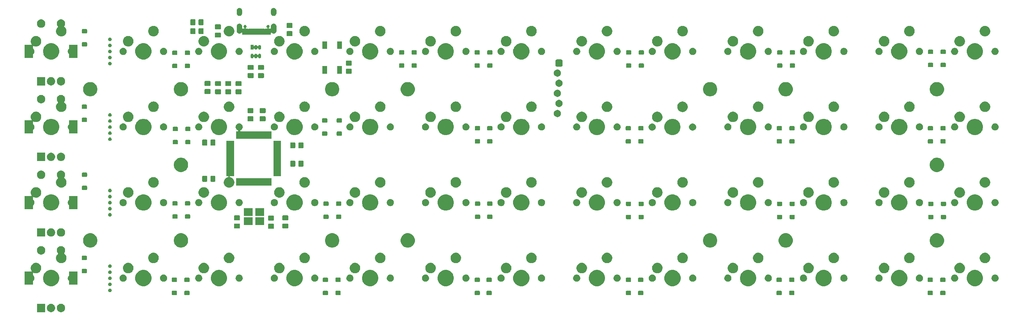
<source format=gbs>
G04 #@! TF.GenerationSoftware,KiCad,Pcbnew,(5.1.4-0)*
G04 #@! TF.CreationDate,2021-05-08T11:21:02-05:00*
G04 #@! TF.ProjectId,ori,6f72692e-6b69-4636-9164-5f7063625858,rev?*
G04 #@! TF.SameCoordinates,Original*
G04 #@! TF.FileFunction,Soldermask,Bot*
G04 #@! TF.FilePolarity,Negative*
%FSLAX46Y46*%
G04 Gerber Fmt 4.6, Leading zero omitted, Abs format (unit mm)*
G04 Created by KiCad (PCBNEW (5.1.4-0)) date 2021-05-08 11:21:02*
%MOMM*%
%LPD*%
G04 APERTURE LIST*
%ADD10C,0.100000*%
G04 APERTURE END LIST*
D10*
G36*
X66671652Y-116676401D02*
G01*
X66862921Y-116755627D01*
X66862923Y-116755628D01*
X67035061Y-116870647D01*
X67181453Y-117017039D01*
X67296473Y-117189179D01*
X67375699Y-117380448D01*
X67416088Y-117583496D01*
X67416088Y-117790528D01*
X67375699Y-117993576D01*
X67296473Y-118184845D01*
X67296472Y-118184847D01*
X67181453Y-118356985D01*
X67035061Y-118503377D01*
X66862923Y-118618396D01*
X66862922Y-118618397D01*
X66862921Y-118618397D01*
X66671652Y-118697623D01*
X66468604Y-118738012D01*
X66261572Y-118738012D01*
X66058524Y-118697623D01*
X65867255Y-118618397D01*
X65867254Y-118618397D01*
X65867253Y-118618396D01*
X65695115Y-118503377D01*
X65548723Y-118356985D01*
X65433704Y-118184847D01*
X65433703Y-118184845D01*
X65354477Y-117993576D01*
X65314088Y-117790528D01*
X65314088Y-117583496D01*
X65354477Y-117380448D01*
X65433703Y-117189179D01*
X65548723Y-117017039D01*
X65695115Y-116870647D01*
X65867253Y-116755628D01*
X65867255Y-116755627D01*
X66058524Y-116676401D01*
X66261572Y-116636012D01*
X66468604Y-116636012D01*
X66671652Y-116676401D01*
X66671652Y-116676401D01*
G37*
G36*
X64171652Y-116676401D02*
G01*
X64362921Y-116755627D01*
X64362923Y-116755628D01*
X64535061Y-116870647D01*
X64681453Y-117017039D01*
X64796473Y-117189179D01*
X64875699Y-117380448D01*
X64916088Y-117583496D01*
X64916088Y-117790528D01*
X64875699Y-117993576D01*
X64796473Y-118184845D01*
X64796472Y-118184847D01*
X64681453Y-118356985D01*
X64535061Y-118503377D01*
X64362923Y-118618396D01*
X64362922Y-118618397D01*
X64362921Y-118618397D01*
X64171652Y-118697623D01*
X63968604Y-118738012D01*
X63761572Y-118738012D01*
X63558524Y-118697623D01*
X63367255Y-118618397D01*
X63367254Y-118618397D01*
X63367253Y-118618396D01*
X63195115Y-118503377D01*
X63048723Y-118356985D01*
X62933704Y-118184847D01*
X62933703Y-118184845D01*
X62854477Y-117993576D01*
X62814088Y-117790528D01*
X62814088Y-117583496D01*
X62854477Y-117380448D01*
X62933703Y-117189179D01*
X63048723Y-117017039D01*
X63195115Y-116870647D01*
X63367253Y-116755628D01*
X63367255Y-116755627D01*
X63558524Y-116676401D01*
X63761572Y-116636012D01*
X63968604Y-116636012D01*
X64171652Y-116676401D01*
X64171652Y-116676401D01*
G37*
G36*
X62416088Y-118738012D02*
G01*
X60314088Y-118738012D01*
X60314088Y-116636012D01*
X62416088Y-116636012D01*
X62416088Y-118738012D01*
X62416088Y-118738012D01*
G37*
G36*
X247361433Y-113353063D02*
G01*
X247401283Y-113365151D01*
X247437998Y-113384776D01*
X247470185Y-113411191D01*
X247496600Y-113443378D01*
X247516225Y-113480093D01*
X247528313Y-113519943D01*
X247532999Y-113567518D01*
X247532999Y-114231236D01*
X247528313Y-114278811D01*
X247516225Y-114318661D01*
X247496600Y-114355376D01*
X247470185Y-114387563D01*
X247437998Y-114413978D01*
X247401283Y-114433603D01*
X247361433Y-114445691D01*
X247313858Y-114450377D01*
X246450140Y-114450377D01*
X246402565Y-114445691D01*
X246362715Y-114433603D01*
X246326000Y-114413978D01*
X246293813Y-114387563D01*
X246267398Y-114355376D01*
X246247773Y-114318661D01*
X246235685Y-114278811D01*
X246230999Y-114231236D01*
X246230999Y-113567518D01*
X246235685Y-113519943D01*
X246247773Y-113480093D01*
X246267398Y-113443378D01*
X246293813Y-113411191D01*
X246326000Y-113384776D01*
X246362715Y-113365151D01*
X246402565Y-113353063D01*
X246450140Y-113348377D01*
X247313858Y-113348377D01*
X247361433Y-113353063D01*
X247361433Y-113353063D01*
G37*
G36*
X212563433Y-113353063D02*
G01*
X212603283Y-113365151D01*
X212639998Y-113384776D01*
X212672185Y-113411191D01*
X212698600Y-113443378D01*
X212718225Y-113480093D01*
X212730313Y-113519943D01*
X212734999Y-113567518D01*
X212734999Y-114231236D01*
X212730313Y-114278811D01*
X212718225Y-114318661D01*
X212698600Y-114355376D01*
X212672185Y-114387563D01*
X212639998Y-114413978D01*
X212603283Y-114433603D01*
X212563433Y-114445691D01*
X212515858Y-114450377D01*
X211652140Y-114450377D01*
X211604565Y-114445691D01*
X211564715Y-114433603D01*
X211528000Y-114413978D01*
X211495813Y-114387563D01*
X211469398Y-114355376D01*
X211449773Y-114318661D01*
X211437685Y-114278811D01*
X211432999Y-114231236D01*
X211432999Y-113567518D01*
X211437685Y-113519943D01*
X211449773Y-113480093D01*
X211469398Y-113443378D01*
X211495813Y-113411191D01*
X211528000Y-113384776D01*
X211564715Y-113365151D01*
X211604565Y-113353063D01*
X211652140Y-113348377D01*
X212515858Y-113348377D01*
X212563433Y-113353063D01*
X212563433Y-113353063D01*
G37*
G36*
X209479434Y-113353063D02*
G01*
X209519284Y-113365151D01*
X209555999Y-113384776D01*
X209588186Y-113411191D01*
X209614601Y-113443378D01*
X209634226Y-113480093D01*
X209646314Y-113519943D01*
X209651000Y-113567518D01*
X209651000Y-114231236D01*
X209646314Y-114278811D01*
X209634226Y-114318661D01*
X209614601Y-114355376D01*
X209588186Y-114387563D01*
X209555999Y-114413978D01*
X209519284Y-114433603D01*
X209479434Y-114445691D01*
X209431859Y-114450377D01*
X208568141Y-114450377D01*
X208520566Y-114445691D01*
X208480716Y-114433603D01*
X208444001Y-114413978D01*
X208411814Y-114387563D01*
X208385399Y-114355376D01*
X208365774Y-114318661D01*
X208353686Y-114278811D01*
X208349000Y-114231236D01*
X208349000Y-113567518D01*
X208353686Y-113519943D01*
X208365774Y-113480093D01*
X208385399Y-113443378D01*
X208411814Y-113411191D01*
X208444001Y-113384776D01*
X208480716Y-113365151D01*
X208520566Y-113353063D01*
X208568141Y-113348377D01*
X209431859Y-113348377D01*
X209479434Y-113353063D01*
X209479434Y-113353063D01*
G37*
G36*
X174463433Y-113353063D02*
G01*
X174503283Y-113365151D01*
X174539998Y-113384776D01*
X174572185Y-113411191D01*
X174598600Y-113443378D01*
X174618225Y-113480093D01*
X174630313Y-113519943D01*
X174634999Y-113567518D01*
X174634999Y-114231236D01*
X174630313Y-114278811D01*
X174618225Y-114318661D01*
X174598600Y-114355376D01*
X174572185Y-114387563D01*
X174539998Y-114413978D01*
X174503283Y-114433603D01*
X174463433Y-114445691D01*
X174415858Y-114450377D01*
X173552140Y-114450377D01*
X173504565Y-114445691D01*
X173464715Y-114433603D01*
X173428000Y-114413978D01*
X173395813Y-114387563D01*
X173369398Y-114355376D01*
X173349773Y-114318661D01*
X173337685Y-114278811D01*
X173332999Y-114231236D01*
X173332999Y-113567518D01*
X173337685Y-113519943D01*
X173349773Y-113480093D01*
X173369398Y-113443378D01*
X173395813Y-113411191D01*
X173428000Y-113384776D01*
X173464715Y-113365151D01*
X173504565Y-113353063D01*
X173552140Y-113348377D01*
X174415858Y-113348377D01*
X174463433Y-113353063D01*
X174463433Y-113353063D01*
G37*
G36*
X171479434Y-113353063D02*
G01*
X171519284Y-113365151D01*
X171555999Y-113384776D01*
X171588186Y-113411191D01*
X171614601Y-113443378D01*
X171634226Y-113480093D01*
X171646314Y-113519943D01*
X171651000Y-113567518D01*
X171651000Y-114231236D01*
X171646314Y-114278811D01*
X171634226Y-114318661D01*
X171614601Y-114355376D01*
X171588186Y-114387563D01*
X171555999Y-114413978D01*
X171519284Y-114433603D01*
X171479434Y-114445691D01*
X171431859Y-114450377D01*
X170568141Y-114450377D01*
X170520566Y-114445691D01*
X170480716Y-114433603D01*
X170444001Y-114413978D01*
X170411814Y-114387563D01*
X170385399Y-114355376D01*
X170365774Y-114318661D01*
X170353686Y-114278811D01*
X170349000Y-114231236D01*
X170349000Y-113567518D01*
X170353686Y-113519943D01*
X170365774Y-113480093D01*
X170385399Y-113443378D01*
X170411814Y-113411191D01*
X170444001Y-113384776D01*
X170480716Y-113365151D01*
X170520566Y-113353063D01*
X170568141Y-113348377D01*
X171431859Y-113348377D01*
X171479434Y-113353063D01*
X171479434Y-113353063D01*
G37*
G36*
X136490433Y-113353063D02*
G01*
X136530283Y-113365151D01*
X136566998Y-113384776D01*
X136599185Y-113411191D01*
X136625600Y-113443378D01*
X136645225Y-113480093D01*
X136657313Y-113519943D01*
X136661999Y-113567518D01*
X136661999Y-114231236D01*
X136657313Y-114278811D01*
X136645225Y-114318661D01*
X136625600Y-114355376D01*
X136599185Y-114387563D01*
X136566998Y-114413978D01*
X136530283Y-114433603D01*
X136490433Y-114445691D01*
X136442858Y-114450377D01*
X135579140Y-114450377D01*
X135531565Y-114445691D01*
X135491715Y-114433603D01*
X135455000Y-114413978D01*
X135422813Y-114387563D01*
X135396398Y-114355376D01*
X135376773Y-114318661D01*
X135364685Y-114278811D01*
X135359999Y-114231236D01*
X135359999Y-113567518D01*
X135364685Y-113519943D01*
X135376773Y-113480093D01*
X135396398Y-113443378D01*
X135422813Y-113411191D01*
X135455000Y-113384776D01*
X135491715Y-113365151D01*
X135531565Y-113353063D01*
X135579140Y-113348377D01*
X136442858Y-113348377D01*
X136490433Y-113353063D01*
X136490433Y-113353063D01*
G37*
G36*
X133315433Y-113353063D02*
G01*
X133355283Y-113365151D01*
X133391998Y-113384776D01*
X133424185Y-113411191D01*
X133450600Y-113443378D01*
X133470225Y-113480093D01*
X133482313Y-113519943D01*
X133486999Y-113567518D01*
X133486999Y-114231236D01*
X133482313Y-114278811D01*
X133470225Y-114318661D01*
X133450600Y-114355376D01*
X133424185Y-114387563D01*
X133391998Y-114413978D01*
X133355283Y-114433603D01*
X133315433Y-114445691D01*
X133267858Y-114450377D01*
X132404140Y-114450377D01*
X132356565Y-114445691D01*
X132316715Y-114433603D01*
X132280000Y-114413978D01*
X132247813Y-114387563D01*
X132221398Y-114355376D01*
X132201773Y-114318661D01*
X132189685Y-114278811D01*
X132184999Y-114231236D01*
X132184999Y-113567518D01*
X132189685Y-113519943D01*
X132201773Y-113480093D01*
X132221398Y-113443378D01*
X132247813Y-113411191D01*
X132280000Y-113384776D01*
X132316715Y-113365151D01*
X132356565Y-113353063D01*
X132404140Y-113348377D01*
X133267858Y-113348377D01*
X133315433Y-113353063D01*
X133315433Y-113353063D01*
G37*
G36*
X98517433Y-113353063D02*
G01*
X98557283Y-113365151D01*
X98593998Y-113384776D01*
X98626185Y-113411191D01*
X98652600Y-113443378D01*
X98672225Y-113480093D01*
X98684313Y-113519943D01*
X98688999Y-113567518D01*
X98688999Y-114231236D01*
X98684313Y-114278811D01*
X98672225Y-114318661D01*
X98652600Y-114355376D01*
X98626185Y-114387563D01*
X98593998Y-114413978D01*
X98557283Y-114433603D01*
X98517433Y-114445691D01*
X98469858Y-114450377D01*
X97606140Y-114450377D01*
X97558565Y-114445691D01*
X97518715Y-114433603D01*
X97482000Y-114413978D01*
X97449813Y-114387563D01*
X97423398Y-114355376D01*
X97403773Y-114318661D01*
X97391685Y-114278811D01*
X97386999Y-114231236D01*
X97386999Y-113567518D01*
X97391685Y-113519943D01*
X97403773Y-113480093D01*
X97423398Y-113443378D01*
X97449813Y-113411191D01*
X97482000Y-113384776D01*
X97518715Y-113365151D01*
X97558565Y-113353063D01*
X97606140Y-113348377D01*
X98469858Y-113348377D01*
X98517433Y-113353063D01*
X98517433Y-113353063D01*
G37*
G36*
X95343238Y-113353063D02*
G01*
X95383088Y-113365151D01*
X95419803Y-113384776D01*
X95451990Y-113411191D01*
X95478405Y-113443378D01*
X95498030Y-113480093D01*
X95510118Y-113519943D01*
X95514804Y-113567518D01*
X95514804Y-114231236D01*
X95510118Y-114278811D01*
X95498030Y-114318661D01*
X95478405Y-114355376D01*
X95451990Y-114387563D01*
X95419803Y-114413978D01*
X95383088Y-114433603D01*
X95343238Y-114445691D01*
X95295663Y-114450377D01*
X94431945Y-114450377D01*
X94384370Y-114445691D01*
X94344520Y-114433603D01*
X94307805Y-114413978D01*
X94275618Y-114387563D01*
X94249203Y-114355376D01*
X94229578Y-114318661D01*
X94217490Y-114278811D01*
X94212804Y-114231236D01*
X94212804Y-113567518D01*
X94217490Y-113519943D01*
X94229578Y-113480093D01*
X94249203Y-113443378D01*
X94275618Y-113411191D01*
X94307805Y-113384776D01*
X94344520Y-113365151D01*
X94384370Y-113353063D01*
X94431945Y-113348377D01*
X95295663Y-113348377D01*
X95343238Y-113353063D01*
X95343238Y-113353063D01*
G37*
G36*
X250536433Y-113353063D02*
G01*
X250576283Y-113365151D01*
X250612998Y-113384776D01*
X250645185Y-113411191D01*
X250671600Y-113443378D01*
X250691225Y-113480093D01*
X250703313Y-113519943D01*
X250707999Y-113567518D01*
X250707999Y-114231236D01*
X250703313Y-114278811D01*
X250691225Y-114318661D01*
X250671600Y-114355376D01*
X250645185Y-114387563D01*
X250612998Y-114413978D01*
X250576283Y-114433603D01*
X250536433Y-114445691D01*
X250488858Y-114450377D01*
X249625140Y-114450377D01*
X249577565Y-114445691D01*
X249537715Y-114433603D01*
X249501000Y-114413978D01*
X249468813Y-114387563D01*
X249442398Y-114355376D01*
X249422773Y-114318661D01*
X249410685Y-114278811D01*
X249405999Y-114231236D01*
X249405999Y-113567518D01*
X249410685Y-113519943D01*
X249422773Y-113480093D01*
X249442398Y-113443378D01*
X249468813Y-113411191D01*
X249501000Y-113384776D01*
X249537715Y-113365151D01*
X249577565Y-113353063D01*
X249625140Y-113348377D01*
X250488858Y-113348377D01*
X250536433Y-113353063D01*
X250536433Y-113353063D01*
G37*
G36*
X285334433Y-113353063D02*
G01*
X285374283Y-113365151D01*
X285410998Y-113384776D01*
X285443185Y-113411191D01*
X285469600Y-113443378D01*
X285489225Y-113480093D01*
X285501313Y-113519943D01*
X285505999Y-113567518D01*
X285505999Y-114231236D01*
X285501313Y-114278811D01*
X285489225Y-114318661D01*
X285469600Y-114355376D01*
X285443185Y-114387563D01*
X285410998Y-114413978D01*
X285374283Y-114433603D01*
X285334433Y-114445691D01*
X285286858Y-114450377D01*
X284423140Y-114450377D01*
X284375565Y-114445691D01*
X284335715Y-114433603D01*
X284299000Y-114413978D01*
X284266813Y-114387563D01*
X284240398Y-114355376D01*
X284220773Y-114318661D01*
X284208685Y-114278811D01*
X284203999Y-114231236D01*
X284203999Y-113567518D01*
X284208685Y-113519943D01*
X284220773Y-113480093D01*
X284240398Y-113443378D01*
X284266813Y-113411191D01*
X284299000Y-113384776D01*
X284335715Y-113365151D01*
X284375565Y-113353063D01*
X284423140Y-113348377D01*
X285286858Y-113348377D01*
X285334433Y-113353063D01*
X285334433Y-113353063D01*
G37*
G36*
X288509433Y-113353063D02*
G01*
X288549283Y-113365151D01*
X288585998Y-113384776D01*
X288618185Y-113411191D01*
X288644600Y-113443378D01*
X288664225Y-113480093D01*
X288676313Y-113519943D01*
X288680999Y-113567518D01*
X288680999Y-114231236D01*
X288676313Y-114278811D01*
X288664225Y-114318661D01*
X288644600Y-114355376D01*
X288618185Y-114387563D01*
X288585998Y-114413978D01*
X288549283Y-114433603D01*
X288509433Y-114445691D01*
X288461858Y-114450377D01*
X287598140Y-114450377D01*
X287550565Y-114445691D01*
X287510715Y-114433603D01*
X287474000Y-114413978D01*
X287441813Y-114387563D01*
X287415398Y-114355376D01*
X287395773Y-114318661D01*
X287383685Y-114278811D01*
X287378999Y-114231236D01*
X287378999Y-113567518D01*
X287383685Y-113519943D01*
X287395773Y-113480093D01*
X287415398Y-113443378D01*
X287441813Y-113411191D01*
X287474000Y-113384776D01*
X287510715Y-113365151D01*
X287550565Y-113353063D01*
X287598140Y-113348377D01*
X288461858Y-113348377D01*
X288509433Y-113353063D01*
X288509433Y-113353063D01*
G37*
G36*
X78791552Y-112814331D02*
G01*
X78873627Y-112848328D01*
X78873629Y-112848329D01*
X78910813Y-112873175D01*
X78947495Y-112897685D01*
X79010315Y-112960505D01*
X79059672Y-113034373D01*
X79093669Y-113116448D01*
X79111000Y-113203579D01*
X79111000Y-113292421D01*
X79093669Y-113379552D01*
X79073158Y-113429069D01*
X79059671Y-113461629D01*
X79034825Y-113498813D01*
X79020707Y-113519943D01*
X79010314Y-113535496D01*
X78947496Y-113598314D01*
X78873629Y-113647671D01*
X78873628Y-113647672D01*
X78873627Y-113647672D01*
X78791552Y-113681669D01*
X78704421Y-113699000D01*
X78615579Y-113699000D01*
X78528448Y-113681669D01*
X78446373Y-113647672D01*
X78446372Y-113647672D01*
X78446371Y-113647671D01*
X78372504Y-113598314D01*
X78309686Y-113535496D01*
X78299294Y-113519943D01*
X78285175Y-113498813D01*
X78260329Y-113461629D01*
X78246842Y-113429069D01*
X78226331Y-113379552D01*
X78209000Y-113292421D01*
X78209000Y-113203579D01*
X78226331Y-113116448D01*
X78260328Y-113034373D01*
X78309685Y-112960505D01*
X78372505Y-112897685D01*
X78409187Y-112873175D01*
X78446371Y-112848329D01*
X78446373Y-112848328D01*
X78528448Y-112814331D01*
X78615579Y-112797000D01*
X78704421Y-112797000D01*
X78791552Y-112814331D01*
X78791552Y-112814331D01*
G37*
G36*
X296667273Y-108208286D02*
G01*
X296831543Y-108276329D01*
X297039422Y-108362435D01*
X297374347Y-108586225D01*
X297659176Y-108871054D01*
X297882966Y-109205979D01*
X297946816Y-109360128D01*
X298037115Y-109578128D01*
X298115699Y-109973196D01*
X298115699Y-110376008D01*
X298037115Y-110771076D01*
X297957362Y-110963616D01*
X297882966Y-111143225D01*
X297659176Y-111478150D01*
X297374347Y-111762979D01*
X297039422Y-111986769D01*
X296979725Y-112011496D01*
X296667273Y-112140918D01*
X296272205Y-112219502D01*
X295869393Y-112219502D01*
X295474325Y-112140918D01*
X295161873Y-112011496D01*
X295102176Y-111986769D01*
X294767251Y-111762979D01*
X294482422Y-111478150D01*
X294258632Y-111143225D01*
X294184236Y-110963616D01*
X294104483Y-110771076D01*
X294025899Y-110376008D01*
X294025899Y-109973196D01*
X294104483Y-109578128D01*
X294194782Y-109360128D01*
X294258632Y-109205979D01*
X294482422Y-108871054D01*
X294767251Y-108586225D01*
X295102176Y-108362435D01*
X295310055Y-108276329D01*
X295474325Y-108208286D01*
X295869393Y-108129702D01*
X296272205Y-108129702D01*
X296667273Y-108208286D01*
X296667273Y-108208286D01*
G37*
G36*
X106667273Y-108208286D02*
G01*
X106831543Y-108276329D01*
X107039422Y-108362435D01*
X107374347Y-108586225D01*
X107659176Y-108871054D01*
X107882966Y-109205979D01*
X107946816Y-109360128D01*
X108037115Y-109578128D01*
X108115699Y-109973196D01*
X108115699Y-110376008D01*
X108037115Y-110771076D01*
X107957362Y-110963616D01*
X107882966Y-111143225D01*
X107659176Y-111478150D01*
X107374347Y-111762979D01*
X107039422Y-111986769D01*
X106979725Y-112011496D01*
X106667273Y-112140918D01*
X106272205Y-112219502D01*
X105869393Y-112219502D01*
X105474325Y-112140918D01*
X105161873Y-112011496D01*
X105102176Y-111986769D01*
X104767251Y-111762979D01*
X104482422Y-111478150D01*
X104258632Y-111143225D01*
X104184236Y-110963616D01*
X104104483Y-110771076D01*
X104025899Y-110376008D01*
X104025899Y-109973196D01*
X104104483Y-109578128D01*
X104194782Y-109360128D01*
X104258632Y-109205979D01*
X104482422Y-108871054D01*
X104767251Y-108586225D01*
X105102176Y-108362435D01*
X105310055Y-108276329D01*
X105474325Y-108208286D01*
X105869393Y-108129702D01*
X106272205Y-108129702D01*
X106667273Y-108208286D01*
X106667273Y-108208286D01*
G37*
G36*
X87666893Y-108208286D02*
G01*
X87831163Y-108276329D01*
X88039042Y-108362435D01*
X88373967Y-108586225D01*
X88658796Y-108871054D01*
X88882586Y-109205979D01*
X88946436Y-109360128D01*
X89036735Y-109578128D01*
X89115319Y-109973196D01*
X89115319Y-110376008D01*
X89036735Y-110771076D01*
X88956982Y-110963616D01*
X88882586Y-111143225D01*
X88658796Y-111478150D01*
X88373967Y-111762979D01*
X88039042Y-111986769D01*
X87979345Y-112011496D01*
X87666893Y-112140918D01*
X87271825Y-112219502D01*
X86869013Y-112219502D01*
X86473945Y-112140918D01*
X86161493Y-112011496D01*
X86101796Y-111986769D01*
X85766871Y-111762979D01*
X85482042Y-111478150D01*
X85258252Y-111143225D01*
X85183856Y-110963616D01*
X85104103Y-110771076D01*
X85025519Y-110376008D01*
X85025519Y-109973196D01*
X85104103Y-109578128D01*
X85194402Y-109360128D01*
X85258252Y-109205979D01*
X85482042Y-108871054D01*
X85766871Y-108586225D01*
X86101796Y-108362435D01*
X86309675Y-108276329D01*
X86473945Y-108208286D01*
X86869013Y-108129702D01*
X87271825Y-108129702D01*
X87666893Y-108208286D01*
X87666893Y-108208286D01*
G37*
G36*
X125667273Y-108208286D02*
G01*
X125831543Y-108276329D01*
X126039422Y-108362435D01*
X126374347Y-108586225D01*
X126659176Y-108871054D01*
X126882966Y-109205979D01*
X126946816Y-109360128D01*
X127037115Y-109578128D01*
X127115699Y-109973196D01*
X127115699Y-110376008D01*
X127037115Y-110771076D01*
X126957362Y-110963616D01*
X126882966Y-111143225D01*
X126659176Y-111478150D01*
X126374347Y-111762979D01*
X126039422Y-111986769D01*
X125979725Y-112011496D01*
X125667273Y-112140918D01*
X125272205Y-112219502D01*
X124869393Y-112219502D01*
X124474325Y-112140918D01*
X124161873Y-112011496D01*
X124102176Y-111986769D01*
X123767251Y-111762979D01*
X123482422Y-111478150D01*
X123258632Y-111143225D01*
X123184236Y-110963616D01*
X123104483Y-110771076D01*
X123025899Y-110376008D01*
X123025899Y-109973196D01*
X123104483Y-109578128D01*
X123194782Y-109360128D01*
X123258632Y-109205979D01*
X123482422Y-108871054D01*
X123767251Y-108586225D01*
X124102176Y-108362435D01*
X124310055Y-108276329D01*
X124474325Y-108208286D01*
X124869393Y-108129702D01*
X125272205Y-108129702D01*
X125667273Y-108208286D01*
X125667273Y-108208286D01*
G37*
G36*
X163667273Y-108208286D02*
G01*
X163831543Y-108276329D01*
X164039422Y-108362435D01*
X164374347Y-108586225D01*
X164659176Y-108871054D01*
X164882966Y-109205979D01*
X164946816Y-109360128D01*
X165037115Y-109578128D01*
X165115699Y-109973196D01*
X165115699Y-110376008D01*
X165037115Y-110771076D01*
X164957362Y-110963616D01*
X164882966Y-111143225D01*
X164659176Y-111478150D01*
X164374347Y-111762979D01*
X164039422Y-111986769D01*
X163979725Y-112011496D01*
X163667273Y-112140918D01*
X163272205Y-112219502D01*
X162869393Y-112219502D01*
X162474325Y-112140918D01*
X162161873Y-112011496D01*
X162102176Y-111986769D01*
X161767251Y-111762979D01*
X161482422Y-111478150D01*
X161258632Y-111143225D01*
X161184236Y-110963616D01*
X161104483Y-110771076D01*
X161025899Y-110376008D01*
X161025899Y-109973196D01*
X161104483Y-109578128D01*
X161194782Y-109360128D01*
X161258632Y-109205979D01*
X161482422Y-108871054D01*
X161767251Y-108586225D01*
X162102176Y-108362435D01*
X162310055Y-108276329D01*
X162474325Y-108208286D01*
X162869393Y-108129702D01*
X163272205Y-108129702D01*
X163667273Y-108208286D01*
X163667273Y-108208286D01*
G37*
G36*
X144666743Y-108207996D02*
G01*
X144831713Y-108276329D01*
X145038892Y-108362145D01*
X145373817Y-108585935D01*
X145658646Y-108870764D01*
X145882436Y-109205689D01*
X145924550Y-109307361D01*
X146036585Y-109577838D01*
X146115169Y-109972906D01*
X146115169Y-110375718D01*
X146036585Y-110770786D01*
X145971206Y-110928624D01*
X145882436Y-111142935D01*
X145658646Y-111477860D01*
X145373817Y-111762689D01*
X145038892Y-111986479D01*
X144978495Y-112011496D01*
X144666743Y-112140628D01*
X144271675Y-112219212D01*
X143868863Y-112219212D01*
X143473795Y-112140628D01*
X143162043Y-112011496D01*
X143101646Y-111986479D01*
X142766721Y-111762689D01*
X142481892Y-111477860D01*
X142258102Y-111142935D01*
X142169332Y-110928624D01*
X142103953Y-110770786D01*
X142025369Y-110375718D01*
X142025369Y-109972906D01*
X142103953Y-109577838D01*
X142215988Y-109307361D01*
X142258102Y-109205689D01*
X142481892Y-108870764D01*
X142766721Y-108585935D01*
X143101646Y-108362145D01*
X143308825Y-108276329D01*
X143473795Y-108207996D01*
X143868863Y-108129412D01*
X144271675Y-108129412D01*
X144666743Y-108207996D01*
X144666743Y-108207996D01*
G37*
G36*
X182666643Y-108207996D02*
G01*
X182831613Y-108276329D01*
X183038792Y-108362145D01*
X183373717Y-108585935D01*
X183658546Y-108870764D01*
X183882336Y-109205689D01*
X183924450Y-109307361D01*
X184036485Y-109577838D01*
X184115069Y-109972906D01*
X184115069Y-110375718D01*
X184036485Y-110770786D01*
X183971106Y-110928624D01*
X183882336Y-111142935D01*
X183658546Y-111477860D01*
X183373717Y-111762689D01*
X183038792Y-111986479D01*
X182978395Y-112011496D01*
X182666643Y-112140628D01*
X182271575Y-112219212D01*
X181868763Y-112219212D01*
X181473695Y-112140628D01*
X181161943Y-112011496D01*
X181101546Y-111986479D01*
X180766621Y-111762689D01*
X180481792Y-111477860D01*
X180258002Y-111142935D01*
X180169232Y-110928624D01*
X180103853Y-110770786D01*
X180025269Y-110375718D01*
X180025269Y-109972906D01*
X180103853Y-109577838D01*
X180215888Y-109307361D01*
X180258002Y-109205689D01*
X180481792Y-108870764D01*
X180766621Y-108585935D01*
X181101546Y-108362145D01*
X181308725Y-108276329D01*
X181473695Y-108207996D01*
X181868763Y-108129412D01*
X182271575Y-108129412D01*
X182666643Y-108207996D01*
X182666643Y-108207996D01*
G37*
G36*
X220666543Y-108207996D02*
G01*
X220831513Y-108276329D01*
X221038692Y-108362145D01*
X221373617Y-108585935D01*
X221658446Y-108870764D01*
X221882236Y-109205689D01*
X221924350Y-109307361D01*
X222036385Y-109577838D01*
X222114969Y-109972906D01*
X222114969Y-110375718D01*
X222036385Y-110770786D01*
X221971006Y-110928624D01*
X221882236Y-111142935D01*
X221658446Y-111477860D01*
X221373617Y-111762689D01*
X221038692Y-111986479D01*
X220978295Y-112011496D01*
X220666543Y-112140628D01*
X220271475Y-112219212D01*
X219868663Y-112219212D01*
X219473595Y-112140628D01*
X219161843Y-112011496D01*
X219101446Y-111986479D01*
X218766521Y-111762689D01*
X218481692Y-111477860D01*
X218257902Y-111142935D01*
X218169132Y-110928624D01*
X218103753Y-110770786D01*
X218025169Y-110375718D01*
X218025169Y-109972906D01*
X218103753Y-109577838D01*
X218215788Y-109307361D01*
X218257902Y-109205689D01*
X218481692Y-108870764D01*
X218766521Y-108585935D01*
X219101446Y-108362145D01*
X219308625Y-108276329D01*
X219473595Y-108207996D01*
X219868663Y-108129412D01*
X220271475Y-108129412D01*
X220666543Y-108207996D01*
X220666543Y-108207996D01*
G37*
G36*
X239666493Y-108207996D02*
G01*
X239831463Y-108276329D01*
X240038642Y-108362145D01*
X240373567Y-108585935D01*
X240658396Y-108870764D01*
X240882186Y-109205689D01*
X240924300Y-109307361D01*
X241036335Y-109577838D01*
X241114919Y-109972906D01*
X241114919Y-110375718D01*
X241036335Y-110770786D01*
X240970956Y-110928624D01*
X240882186Y-111142935D01*
X240658396Y-111477860D01*
X240373567Y-111762689D01*
X240038642Y-111986479D01*
X239978245Y-112011496D01*
X239666493Y-112140628D01*
X239271425Y-112219212D01*
X238868613Y-112219212D01*
X238473545Y-112140628D01*
X238161793Y-112011496D01*
X238101396Y-111986479D01*
X237766471Y-111762689D01*
X237481642Y-111477860D01*
X237257852Y-111142935D01*
X237169082Y-110928624D01*
X237103703Y-110770786D01*
X237025119Y-110375718D01*
X237025119Y-109972906D01*
X237103703Y-109577838D01*
X237215738Y-109307361D01*
X237257852Y-109205689D01*
X237481642Y-108870764D01*
X237766471Y-108585935D01*
X238101396Y-108362145D01*
X238308575Y-108276329D01*
X238473545Y-108207996D01*
X238868613Y-108129412D01*
X239271425Y-108129412D01*
X239666493Y-108207996D01*
X239666493Y-108207996D01*
G37*
G36*
X258666443Y-108207996D02*
G01*
X258831413Y-108276329D01*
X259038592Y-108362145D01*
X259373517Y-108585935D01*
X259658346Y-108870764D01*
X259882136Y-109205689D01*
X259924250Y-109307361D01*
X260036285Y-109577838D01*
X260114869Y-109972906D01*
X260114869Y-110375718D01*
X260036285Y-110770786D01*
X259970906Y-110928624D01*
X259882136Y-111142935D01*
X259658346Y-111477860D01*
X259373517Y-111762689D01*
X259038592Y-111986479D01*
X258978195Y-112011496D01*
X258666443Y-112140628D01*
X258271375Y-112219212D01*
X257868563Y-112219212D01*
X257473495Y-112140628D01*
X257161743Y-112011496D01*
X257101346Y-111986479D01*
X256766421Y-111762689D01*
X256481592Y-111477860D01*
X256257802Y-111142935D01*
X256169032Y-110928624D01*
X256103653Y-110770786D01*
X256025069Y-110375718D01*
X256025069Y-109972906D01*
X256103653Y-109577838D01*
X256215688Y-109307361D01*
X256257802Y-109205689D01*
X256481592Y-108870764D01*
X256766421Y-108585935D01*
X257101346Y-108362145D01*
X257308525Y-108276329D01*
X257473495Y-108207996D01*
X257868563Y-108129412D01*
X258271375Y-108129412D01*
X258666443Y-108207996D01*
X258666443Y-108207996D01*
G37*
G36*
X277666393Y-108207996D02*
G01*
X277831363Y-108276329D01*
X278038542Y-108362145D01*
X278373467Y-108585935D01*
X278658296Y-108870764D01*
X278882086Y-109205689D01*
X278924200Y-109307361D01*
X279036235Y-109577838D01*
X279114819Y-109972906D01*
X279114819Y-110375718D01*
X279036235Y-110770786D01*
X278970856Y-110928624D01*
X278882086Y-111142935D01*
X278658296Y-111477860D01*
X278373467Y-111762689D01*
X278038542Y-111986479D01*
X277978145Y-112011496D01*
X277666393Y-112140628D01*
X277271325Y-112219212D01*
X276868513Y-112219212D01*
X276473445Y-112140628D01*
X276161693Y-112011496D01*
X276101296Y-111986479D01*
X275766371Y-111762689D01*
X275481542Y-111477860D01*
X275257752Y-111142935D01*
X275168982Y-110928624D01*
X275103603Y-110770786D01*
X275025019Y-110375718D01*
X275025019Y-109972906D01*
X275103603Y-109577838D01*
X275215638Y-109307361D01*
X275257752Y-109205689D01*
X275481542Y-108870764D01*
X275766371Y-108585935D01*
X276101296Y-108362145D01*
X276308475Y-108276329D01*
X276473445Y-108207996D01*
X276868513Y-108129412D01*
X277271325Y-108129412D01*
X277666393Y-108207996D01*
X277666393Y-108207996D01*
G37*
G36*
X201666593Y-108207996D02*
G01*
X201831563Y-108276329D01*
X202038742Y-108362145D01*
X202373667Y-108585935D01*
X202658496Y-108870764D01*
X202882286Y-109205689D01*
X202924400Y-109307361D01*
X203036435Y-109577838D01*
X203115019Y-109972906D01*
X203115019Y-110375718D01*
X203036435Y-110770786D01*
X202971056Y-110928624D01*
X202882286Y-111142935D01*
X202658496Y-111477860D01*
X202373667Y-111762689D01*
X202038742Y-111986479D01*
X201978345Y-112011496D01*
X201666593Y-112140628D01*
X201271525Y-112219212D01*
X200868713Y-112219212D01*
X200473645Y-112140628D01*
X200161893Y-112011496D01*
X200101496Y-111986479D01*
X199766571Y-111762689D01*
X199481742Y-111477860D01*
X199257952Y-111142935D01*
X199169182Y-110928624D01*
X199103803Y-110770786D01*
X199025219Y-110375718D01*
X199025219Y-109972906D01*
X199103803Y-109577838D01*
X199215838Y-109307361D01*
X199257952Y-109205689D01*
X199481742Y-108870764D01*
X199766571Y-108585935D01*
X200101496Y-108362145D01*
X200308675Y-108276329D01*
X200473645Y-108207996D01*
X200868713Y-108129412D01*
X201271525Y-108129412D01*
X201666593Y-108207996D01*
X201666593Y-108207996D01*
G37*
G36*
X64486962Y-108207996D02*
G01*
X64651932Y-108276329D01*
X64859111Y-108362145D01*
X65194036Y-108585935D01*
X65478865Y-108870764D01*
X65702655Y-109205689D01*
X65744769Y-109307361D01*
X65856804Y-109577838D01*
X65935388Y-109972906D01*
X65935388Y-110375718D01*
X65856804Y-110770786D01*
X65791425Y-110928624D01*
X65702655Y-111142935D01*
X65478865Y-111477860D01*
X65194036Y-111762689D01*
X64859111Y-111986479D01*
X64798714Y-112011496D01*
X64486962Y-112140628D01*
X64091894Y-112219212D01*
X63689082Y-112219212D01*
X63294014Y-112140628D01*
X62982262Y-112011496D01*
X62921865Y-111986479D01*
X62586940Y-111762689D01*
X62302111Y-111477860D01*
X62078321Y-111142935D01*
X61989551Y-110928624D01*
X61924172Y-110770786D01*
X61845588Y-110375718D01*
X61845588Y-109972906D01*
X61924172Y-109577838D01*
X62036207Y-109307361D01*
X62078321Y-109205689D01*
X62302111Y-108870764D01*
X62586940Y-108585935D01*
X62921865Y-108362145D01*
X63129044Y-108276329D01*
X63294014Y-108207996D01*
X63689082Y-108129412D01*
X64091894Y-108129412D01*
X64486962Y-108207996D01*
X64486962Y-108207996D01*
G37*
G36*
X78791552Y-111290331D02*
G01*
X78873627Y-111324328D01*
X78873629Y-111324329D01*
X78910813Y-111349175D01*
X78947495Y-111373685D01*
X79010315Y-111436505D01*
X79059672Y-111510373D01*
X79093669Y-111592448D01*
X79111000Y-111679579D01*
X79111000Y-111768421D01*
X79093669Y-111855552D01*
X79059672Y-111937627D01*
X79059671Y-111937629D01*
X79010314Y-112011496D01*
X78947496Y-112074314D01*
X78873629Y-112123671D01*
X78873628Y-112123672D01*
X78873627Y-112123672D01*
X78791552Y-112157669D01*
X78704421Y-112175000D01*
X78615579Y-112175000D01*
X78528448Y-112157669D01*
X78446373Y-112123672D01*
X78446372Y-112123672D01*
X78446371Y-112123671D01*
X78372504Y-112074314D01*
X78309686Y-112011496D01*
X78260329Y-111937629D01*
X78260328Y-111937627D01*
X78226331Y-111855552D01*
X78209000Y-111768421D01*
X78209000Y-111679579D01*
X78226331Y-111592448D01*
X78260328Y-111510373D01*
X78309685Y-111436505D01*
X78372505Y-111373685D01*
X78409187Y-111349175D01*
X78446371Y-111324329D01*
X78446373Y-111324328D01*
X78528448Y-111290331D01*
X78615579Y-111273000D01*
X78704421Y-111273000D01*
X78791552Y-111290331D01*
X78791552Y-111290331D01*
G37*
G36*
X70516088Y-111838012D02*
G01*
X68414088Y-111838012D01*
X68414088Y-110945168D01*
X68411686Y-110920782D01*
X68404573Y-110897333D01*
X68393022Y-110875722D01*
X68377482Y-110856786D01*
X68269936Y-110749240D01*
X68269271Y-110748245D01*
X68171235Y-110601523D01*
X68148572Y-110546810D01*
X68103247Y-110437387D01*
X68085918Y-110350264D01*
X68068588Y-110263143D01*
X68068588Y-110085481D01*
X68103189Y-109911529D01*
X68103247Y-109911237D01*
X68149188Y-109800328D01*
X68171235Y-109747101D01*
X68269934Y-109599387D01*
X68269936Y-109599384D01*
X68377482Y-109491838D01*
X68393022Y-109472902D01*
X68404573Y-109451291D01*
X68411686Y-109427842D01*
X68414088Y-109403456D01*
X68414088Y-108536012D01*
X70516088Y-108536012D01*
X70516088Y-111838012D01*
X70516088Y-111838012D01*
G37*
G36*
X60338202Y-106338694D02*
G01*
X60465810Y-106364077D01*
X60606636Y-106422409D01*
X60706215Y-106463656D01*
X60778009Y-106511627D01*
X60922577Y-106608224D01*
X61106576Y-106792223D01*
X61154872Y-106864504D01*
X61251144Y-107008585D01*
X61292148Y-107107579D01*
X61350723Y-107248990D01*
X61373923Y-107365627D01*
X61401488Y-107504203D01*
X61401488Y-107764421D01*
X61401430Y-107764711D01*
X61350723Y-108019634D01*
X61307286Y-108124500D01*
X61251144Y-108260039D01*
X61240260Y-108276328D01*
X61106576Y-108476401D01*
X60922577Y-108660400D01*
X60815630Y-108731859D01*
X60706215Y-108804968D01*
X60606636Y-108846215D01*
X60465810Y-108904547D01*
X60338203Y-108929929D01*
X60210597Y-108955312D01*
X59950379Y-108955312D01*
X59780238Y-108921469D01*
X59695166Y-108904547D01*
X59577961Y-108855999D01*
X59488922Y-108819118D01*
X59465473Y-108812005D01*
X59441087Y-108809603D01*
X59416701Y-108812005D01*
X59393252Y-108819118D01*
X59371641Y-108830669D01*
X59352699Y-108846215D01*
X59337154Y-108865157D01*
X59325603Y-108886767D01*
X59318490Y-108910216D01*
X59316088Y-108934602D01*
X59316088Y-109360623D01*
X59318490Y-109385009D01*
X59325603Y-109408458D01*
X59337154Y-109430069D01*
X59352699Y-109449011D01*
X59371640Y-109464555D01*
X59385416Y-109473760D01*
X59511040Y-109599384D01*
X59511042Y-109599387D01*
X59609741Y-109747101D01*
X59631788Y-109800328D01*
X59677729Y-109911237D01*
X59677787Y-109911529D01*
X59712388Y-110085481D01*
X59712388Y-110263143D01*
X59695058Y-110350264D01*
X59677729Y-110437387D01*
X59632404Y-110546810D01*
X59609741Y-110601523D01*
X59511705Y-110748245D01*
X59511040Y-110749240D01*
X59385416Y-110874864D01*
X59385413Y-110874866D01*
X59371640Y-110884069D01*
X59352698Y-110899614D01*
X59337153Y-110918556D01*
X59325602Y-110940167D01*
X59318490Y-110963616D01*
X59316088Y-110988001D01*
X59316088Y-111838012D01*
X57214088Y-111838012D01*
X57214088Y-108536012D01*
X58860374Y-108536012D01*
X58884760Y-108533610D01*
X58908209Y-108526497D01*
X58929820Y-108514946D01*
X58948762Y-108499401D01*
X58964307Y-108480459D01*
X58975858Y-108458848D01*
X58982971Y-108435399D01*
X58985373Y-108411013D01*
X58982971Y-108386627D01*
X58975858Y-108363178D01*
X58964307Y-108341567D01*
X58909832Y-108260040D01*
X58853690Y-108124500D01*
X58810253Y-108019634D01*
X58759546Y-107764711D01*
X58759488Y-107764421D01*
X58759488Y-107504203D01*
X58787053Y-107365627D01*
X58810253Y-107248990D01*
X58868828Y-107107579D01*
X58909832Y-107008585D01*
X59006104Y-106864504D01*
X59054400Y-106792223D01*
X59238399Y-106608224D01*
X59382967Y-106511627D01*
X59454761Y-106463656D01*
X59554340Y-106422409D01*
X59695166Y-106364077D01*
X59822773Y-106338695D01*
X59950379Y-106313312D01*
X60210597Y-106313312D01*
X60338202Y-106338694D01*
X60338202Y-106338694D01*
G37*
G36*
X288509433Y-110053063D02*
G01*
X288549283Y-110065151D01*
X288585998Y-110084776D01*
X288618185Y-110111191D01*
X288644600Y-110143378D01*
X288664225Y-110180093D01*
X288676313Y-110219943D01*
X288680999Y-110267518D01*
X288680999Y-110931236D01*
X288676313Y-110978811D01*
X288664225Y-111018661D01*
X288644600Y-111055376D01*
X288618185Y-111087563D01*
X288585998Y-111113978D01*
X288549283Y-111133603D01*
X288509433Y-111145691D01*
X288461858Y-111150377D01*
X287598140Y-111150377D01*
X287550565Y-111145691D01*
X287510715Y-111133603D01*
X287474000Y-111113978D01*
X287441813Y-111087563D01*
X287415398Y-111055376D01*
X287395773Y-111018661D01*
X287383685Y-110978811D01*
X287378999Y-110931236D01*
X287378999Y-110267518D01*
X287383685Y-110219943D01*
X287395773Y-110180093D01*
X287415398Y-110143378D01*
X287441813Y-110111191D01*
X287474000Y-110084776D01*
X287510715Y-110065151D01*
X287550565Y-110053063D01*
X287598140Y-110048377D01*
X288461858Y-110048377D01*
X288509433Y-110053063D01*
X288509433Y-110053063D01*
G37*
G36*
X285334433Y-110053063D02*
G01*
X285374283Y-110065151D01*
X285410998Y-110084776D01*
X285443185Y-110111191D01*
X285469600Y-110143378D01*
X285489225Y-110180093D01*
X285501313Y-110219943D01*
X285505999Y-110267518D01*
X285505999Y-110931236D01*
X285501313Y-110978811D01*
X285489225Y-111018661D01*
X285469600Y-111055376D01*
X285443185Y-111087563D01*
X285410998Y-111113978D01*
X285374283Y-111133603D01*
X285334433Y-111145691D01*
X285286858Y-111150377D01*
X284423140Y-111150377D01*
X284375565Y-111145691D01*
X284335715Y-111133603D01*
X284299000Y-111113978D01*
X284266813Y-111087563D01*
X284240398Y-111055376D01*
X284220773Y-111018661D01*
X284208685Y-110978811D01*
X284203999Y-110931236D01*
X284203999Y-110267518D01*
X284208685Y-110219943D01*
X284220773Y-110180093D01*
X284240398Y-110143378D01*
X284266813Y-110111191D01*
X284299000Y-110084776D01*
X284335715Y-110065151D01*
X284375565Y-110053063D01*
X284423140Y-110048377D01*
X285286858Y-110048377D01*
X285334433Y-110053063D01*
X285334433Y-110053063D01*
G37*
G36*
X250536433Y-110053063D02*
G01*
X250576283Y-110065151D01*
X250612998Y-110084776D01*
X250645185Y-110111191D01*
X250671600Y-110143378D01*
X250691225Y-110180093D01*
X250703313Y-110219943D01*
X250707999Y-110267518D01*
X250707999Y-110931236D01*
X250703313Y-110978811D01*
X250691225Y-111018661D01*
X250671600Y-111055376D01*
X250645185Y-111087563D01*
X250612998Y-111113978D01*
X250576283Y-111133603D01*
X250536433Y-111145691D01*
X250488858Y-111150377D01*
X249625140Y-111150377D01*
X249577565Y-111145691D01*
X249537715Y-111133603D01*
X249501000Y-111113978D01*
X249468813Y-111087563D01*
X249442398Y-111055376D01*
X249422773Y-111018661D01*
X249410685Y-110978811D01*
X249405999Y-110931236D01*
X249405999Y-110267518D01*
X249410685Y-110219943D01*
X249422773Y-110180093D01*
X249442398Y-110143378D01*
X249468813Y-110111191D01*
X249501000Y-110084776D01*
X249537715Y-110065151D01*
X249577565Y-110053063D01*
X249625140Y-110048377D01*
X250488858Y-110048377D01*
X250536433Y-110053063D01*
X250536433Y-110053063D01*
G37*
G36*
X247361433Y-110053063D02*
G01*
X247401283Y-110065151D01*
X247437998Y-110084776D01*
X247470185Y-110111191D01*
X247496600Y-110143378D01*
X247516225Y-110180093D01*
X247528313Y-110219943D01*
X247532999Y-110267518D01*
X247532999Y-110931236D01*
X247528313Y-110978811D01*
X247516225Y-111018661D01*
X247496600Y-111055376D01*
X247470185Y-111087563D01*
X247437998Y-111113978D01*
X247401283Y-111133603D01*
X247361433Y-111145691D01*
X247313858Y-111150377D01*
X246450140Y-111150377D01*
X246402565Y-111145691D01*
X246362715Y-111133603D01*
X246326000Y-111113978D01*
X246293813Y-111087563D01*
X246267398Y-111055376D01*
X246247773Y-111018661D01*
X246235685Y-110978811D01*
X246230999Y-110931236D01*
X246230999Y-110267518D01*
X246235685Y-110219943D01*
X246247773Y-110180093D01*
X246267398Y-110143378D01*
X246293813Y-110111191D01*
X246326000Y-110084776D01*
X246362715Y-110065151D01*
X246402565Y-110053063D01*
X246450140Y-110048377D01*
X247313858Y-110048377D01*
X247361433Y-110053063D01*
X247361433Y-110053063D01*
G37*
G36*
X212563433Y-110053063D02*
G01*
X212603283Y-110065151D01*
X212639998Y-110084776D01*
X212672185Y-110111191D01*
X212698600Y-110143378D01*
X212718225Y-110180093D01*
X212730313Y-110219943D01*
X212734999Y-110267518D01*
X212734999Y-110931236D01*
X212730313Y-110978811D01*
X212718225Y-111018661D01*
X212698600Y-111055376D01*
X212672185Y-111087563D01*
X212639998Y-111113978D01*
X212603283Y-111133603D01*
X212563433Y-111145691D01*
X212515858Y-111150377D01*
X211652140Y-111150377D01*
X211604565Y-111145691D01*
X211564715Y-111133603D01*
X211528000Y-111113978D01*
X211495813Y-111087563D01*
X211469398Y-111055376D01*
X211449773Y-111018661D01*
X211437685Y-110978811D01*
X211432999Y-110931236D01*
X211432999Y-110267518D01*
X211437685Y-110219943D01*
X211449773Y-110180093D01*
X211469398Y-110143378D01*
X211495813Y-110111191D01*
X211528000Y-110084776D01*
X211564715Y-110065151D01*
X211604565Y-110053063D01*
X211652140Y-110048377D01*
X212515858Y-110048377D01*
X212563433Y-110053063D01*
X212563433Y-110053063D01*
G37*
G36*
X209479434Y-110053063D02*
G01*
X209519284Y-110065151D01*
X209555999Y-110084776D01*
X209588186Y-110111191D01*
X209614601Y-110143378D01*
X209634226Y-110180093D01*
X209646314Y-110219943D01*
X209651000Y-110267518D01*
X209651000Y-110931236D01*
X209646314Y-110978811D01*
X209634226Y-111018661D01*
X209614601Y-111055376D01*
X209588186Y-111087563D01*
X209555999Y-111113978D01*
X209519284Y-111133603D01*
X209479434Y-111145691D01*
X209431859Y-111150377D01*
X208568141Y-111150377D01*
X208520566Y-111145691D01*
X208480716Y-111133603D01*
X208444001Y-111113978D01*
X208411814Y-111087563D01*
X208385399Y-111055376D01*
X208365774Y-111018661D01*
X208353686Y-110978811D01*
X208349000Y-110931236D01*
X208349000Y-110267518D01*
X208353686Y-110219943D01*
X208365774Y-110180093D01*
X208385399Y-110143378D01*
X208411814Y-110111191D01*
X208444001Y-110084776D01*
X208480716Y-110065151D01*
X208520566Y-110053063D01*
X208568141Y-110048377D01*
X209431859Y-110048377D01*
X209479434Y-110053063D01*
X209479434Y-110053063D01*
G37*
G36*
X174463433Y-110053063D02*
G01*
X174503283Y-110065151D01*
X174539998Y-110084776D01*
X174572185Y-110111191D01*
X174598600Y-110143378D01*
X174618225Y-110180093D01*
X174630313Y-110219943D01*
X174634999Y-110267518D01*
X174634999Y-110931236D01*
X174630313Y-110978811D01*
X174618225Y-111018661D01*
X174598600Y-111055376D01*
X174572185Y-111087563D01*
X174539998Y-111113978D01*
X174503283Y-111133603D01*
X174463433Y-111145691D01*
X174415858Y-111150377D01*
X173552140Y-111150377D01*
X173504565Y-111145691D01*
X173464715Y-111133603D01*
X173428000Y-111113978D01*
X173395813Y-111087563D01*
X173369398Y-111055376D01*
X173349773Y-111018661D01*
X173337685Y-110978811D01*
X173332999Y-110931236D01*
X173332999Y-110267518D01*
X173337685Y-110219943D01*
X173349773Y-110180093D01*
X173369398Y-110143378D01*
X173395813Y-110111191D01*
X173428000Y-110084776D01*
X173464715Y-110065151D01*
X173504565Y-110053063D01*
X173552140Y-110048377D01*
X174415858Y-110048377D01*
X174463433Y-110053063D01*
X174463433Y-110053063D01*
G37*
G36*
X171479434Y-110053063D02*
G01*
X171519284Y-110065151D01*
X171555999Y-110084776D01*
X171588186Y-110111191D01*
X171614601Y-110143378D01*
X171634226Y-110180093D01*
X171646314Y-110219943D01*
X171651000Y-110267518D01*
X171651000Y-110931236D01*
X171646314Y-110978811D01*
X171634226Y-111018661D01*
X171614601Y-111055376D01*
X171588186Y-111087563D01*
X171555999Y-111113978D01*
X171519284Y-111133603D01*
X171479434Y-111145691D01*
X171431859Y-111150377D01*
X170568141Y-111150377D01*
X170520566Y-111145691D01*
X170480716Y-111133603D01*
X170444001Y-111113978D01*
X170411814Y-111087563D01*
X170385399Y-111055376D01*
X170365774Y-111018661D01*
X170353686Y-110978811D01*
X170349000Y-110931236D01*
X170349000Y-110267518D01*
X170353686Y-110219943D01*
X170365774Y-110180093D01*
X170385399Y-110143378D01*
X170411814Y-110111191D01*
X170444001Y-110084776D01*
X170480716Y-110065151D01*
X170520566Y-110053063D01*
X170568141Y-110048377D01*
X171431859Y-110048377D01*
X171479434Y-110053063D01*
X171479434Y-110053063D01*
G37*
G36*
X136490433Y-110053063D02*
G01*
X136530283Y-110065151D01*
X136566998Y-110084776D01*
X136599185Y-110111191D01*
X136625600Y-110143378D01*
X136645225Y-110180093D01*
X136657313Y-110219943D01*
X136661999Y-110267518D01*
X136661999Y-110931236D01*
X136657313Y-110978811D01*
X136645225Y-111018661D01*
X136625600Y-111055376D01*
X136599185Y-111087563D01*
X136566998Y-111113978D01*
X136530283Y-111133603D01*
X136490433Y-111145691D01*
X136442858Y-111150377D01*
X135579140Y-111150377D01*
X135531565Y-111145691D01*
X135491715Y-111133603D01*
X135455000Y-111113978D01*
X135422813Y-111087563D01*
X135396398Y-111055376D01*
X135376773Y-111018661D01*
X135364685Y-110978811D01*
X135359999Y-110931236D01*
X135359999Y-110267518D01*
X135364685Y-110219943D01*
X135376773Y-110180093D01*
X135396398Y-110143378D01*
X135422813Y-110111191D01*
X135455000Y-110084776D01*
X135491715Y-110065151D01*
X135531565Y-110053063D01*
X135579140Y-110048377D01*
X136442858Y-110048377D01*
X136490433Y-110053063D01*
X136490433Y-110053063D01*
G37*
G36*
X133315433Y-110053063D02*
G01*
X133355283Y-110065151D01*
X133391998Y-110084776D01*
X133424185Y-110111191D01*
X133450600Y-110143378D01*
X133470225Y-110180093D01*
X133482313Y-110219943D01*
X133486999Y-110267518D01*
X133486999Y-110931236D01*
X133482313Y-110978811D01*
X133470225Y-111018661D01*
X133450600Y-111055376D01*
X133424185Y-111087563D01*
X133391998Y-111113978D01*
X133355283Y-111133603D01*
X133315433Y-111145691D01*
X133267858Y-111150377D01*
X132404140Y-111150377D01*
X132356565Y-111145691D01*
X132316715Y-111133603D01*
X132280000Y-111113978D01*
X132247813Y-111087563D01*
X132221398Y-111055376D01*
X132201773Y-111018661D01*
X132189685Y-110978811D01*
X132184999Y-110931236D01*
X132184999Y-110267518D01*
X132189685Y-110219943D01*
X132201773Y-110180093D01*
X132221398Y-110143378D01*
X132247813Y-110111191D01*
X132280000Y-110084776D01*
X132316715Y-110065151D01*
X132356565Y-110053063D01*
X132404140Y-110048377D01*
X133267858Y-110048377D01*
X133315433Y-110053063D01*
X133315433Y-110053063D01*
G37*
G36*
X98517433Y-110053063D02*
G01*
X98557283Y-110065151D01*
X98593998Y-110084776D01*
X98626185Y-110111191D01*
X98652600Y-110143378D01*
X98672225Y-110180093D01*
X98684313Y-110219943D01*
X98688999Y-110267518D01*
X98688999Y-110931236D01*
X98684313Y-110978811D01*
X98672225Y-111018661D01*
X98652600Y-111055376D01*
X98626185Y-111087563D01*
X98593998Y-111113978D01*
X98557283Y-111133603D01*
X98517433Y-111145691D01*
X98469858Y-111150377D01*
X97606140Y-111150377D01*
X97558565Y-111145691D01*
X97518715Y-111133603D01*
X97482000Y-111113978D01*
X97449813Y-111087563D01*
X97423398Y-111055376D01*
X97403773Y-111018661D01*
X97391685Y-110978811D01*
X97386999Y-110931236D01*
X97386999Y-110267518D01*
X97391685Y-110219943D01*
X97403773Y-110180093D01*
X97423398Y-110143378D01*
X97449813Y-110111191D01*
X97482000Y-110084776D01*
X97518715Y-110065151D01*
X97558565Y-110053063D01*
X97606140Y-110048377D01*
X98469858Y-110048377D01*
X98517433Y-110053063D01*
X98517433Y-110053063D01*
G37*
G36*
X95343238Y-110053063D02*
G01*
X95383088Y-110065151D01*
X95419803Y-110084776D01*
X95451990Y-110111191D01*
X95478405Y-110143378D01*
X95498030Y-110180093D01*
X95510118Y-110219943D01*
X95514804Y-110267518D01*
X95514804Y-110931236D01*
X95510118Y-110978811D01*
X95498030Y-111018661D01*
X95478405Y-111055376D01*
X95451990Y-111087563D01*
X95419803Y-111113978D01*
X95383088Y-111133603D01*
X95343238Y-111145691D01*
X95295663Y-111150377D01*
X94431945Y-111150377D01*
X94384370Y-111145691D01*
X94344520Y-111133603D01*
X94307805Y-111113978D01*
X94275618Y-111087563D01*
X94249203Y-111055376D01*
X94229578Y-111018661D01*
X94217490Y-110978811D01*
X94212804Y-110931236D01*
X94212804Y-110267518D01*
X94217490Y-110219943D01*
X94229578Y-110180093D01*
X94249203Y-110143378D01*
X94275618Y-110111191D01*
X94307805Y-110084776D01*
X94344520Y-110065151D01*
X94384370Y-110053063D01*
X94431945Y-110048377D01*
X95295663Y-110048377D01*
X95343238Y-110053063D01*
X95343238Y-110053063D01*
G37*
G36*
X301326751Y-109290032D02*
G01*
X301413874Y-109307361D01*
X301523297Y-109352686D01*
X301578010Y-109375349D01*
X301711517Y-109464555D01*
X301725727Y-109474050D01*
X301851351Y-109599674D01*
X301851353Y-109599677D01*
X301950052Y-109747391D01*
X301971979Y-109800328D01*
X302018040Y-109911527D01*
X302035370Y-109998650D01*
X302052642Y-110085483D01*
X302052699Y-110085773D01*
X302052699Y-110263431D01*
X302018040Y-110437677D01*
X301997404Y-110487495D01*
X301950052Y-110601813D01*
X301917186Y-110651000D01*
X301851351Y-110749530D01*
X301725727Y-110875154D01*
X301725724Y-110875156D01*
X301578010Y-110973855D01*
X301543858Y-110988001D01*
X301413874Y-111041843D01*
X301326751Y-111059173D01*
X301239630Y-111076502D01*
X301061968Y-111076502D01*
X300974847Y-111059173D01*
X300887724Y-111041843D01*
X300757740Y-110988001D01*
X300723588Y-110973855D01*
X300575874Y-110875156D01*
X300575871Y-110875154D01*
X300450247Y-110749530D01*
X300384412Y-110651000D01*
X300351546Y-110601813D01*
X300304194Y-110487495D01*
X300283558Y-110437677D01*
X300248899Y-110263431D01*
X300248899Y-110085773D01*
X300248957Y-110085483D01*
X300266228Y-109998650D01*
X300283558Y-109911527D01*
X300329619Y-109800328D01*
X300351546Y-109747391D01*
X300450245Y-109599677D01*
X300450247Y-109599674D01*
X300575871Y-109474050D01*
X300590081Y-109464555D01*
X300723588Y-109375349D01*
X300778301Y-109352686D01*
X300887724Y-109307361D01*
X300974847Y-109290032D01*
X301061968Y-109272702D01*
X301239630Y-109272702D01*
X301326751Y-109290032D01*
X301326751Y-109290032D01*
G37*
G36*
X291166751Y-109290032D02*
G01*
X291253874Y-109307361D01*
X291363297Y-109352686D01*
X291418010Y-109375349D01*
X291551517Y-109464555D01*
X291565727Y-109474050D01*
X291691351Y-109599674D01*
X291691353Y-109599677D01*
X291790052Y-109747391D01*
X291811979Y-109800328D01*
X291858040Y-109911527D01*
X291875370Y-109998650D01*
X291892642Y-110085483D01*
X291892699Y-110085773D01*
X291892699Y-110263431D01*
X291858040Y-110437677D01*
X291837404Y-110487495D01*
X291790052Y-110601813D01*
X291757186Y-110651000D01*
X291691351Y-110749530D01*
X291565727Y-110875154D01*
X291565724Y-110875156D01*
X291418010Y-110973855D01*
X291383858Y-110988001D01*
X291253874Y-111041843D01*
X291166751Y-111059173D01*
X291079630Y-111076502D01*
X290901968Y-111076502D01*
X290814847Y-111059173D01*
X290727724Y-111041843D01*
X290597740Y-110988001D01*
X290563588Y-110973855D01*
X290415874Y-110875156D01*
X290415871Y-110875154D01*
X290290247Y-110749530D01*
X290224412Y-110651000D01*
X290191546Y-110601813D01*
X290144194Y-110487495D01*
X290123558Y-110437677D01*
X290088899Y-110263431D01*
X290088899Y-110085773D01*
X290088957Y-110085483D01*
X290106228Y-109998650D01*
X290123558Y-109911527D01*
X290169619Y-109800328D01*
X290191546Y-109747391D01*
X290290245Y-109599677D01*
X290290247Y-109599674D01*
X290415871Y-109474050D01*
X290430081Y-109464555D01*
X290563588Y-109375349D01*
X290618301Y-109352686D01*
X290727724Y-109307361D01*
X290814847Y-109290032D01*
X290901968Y-109272702D01*
X291079630Y-109272702D01*
X291166751Y-109290032D01*
X291166751Y-109290032D01*
G37*
G36*
X82166371Y-109290032D02*
G01*
X82253494Y-109307361D01*
X82362917Y-109352686D01*
X82417630Y-109375349D01*
X82551137Y-109464555D01*
X82565347Y-109474050D01*
X82690971Y-109599674D01*
X82690973Y-109599677D01*
X82789672Y-109747391D01*
X82811599Y-109800328D01*
X82857660Y-109911527D01*
X82874989Y-109998650D01*
X82892262Y-110085483D01*
X82892319Y-110085773D01*
X82892319Y-110263431D01*
X82857660Y-110437677D01*
X82837024Y-110487495D01*
X82789672Y-110601813D01*
X82756806Y-110651000D01*
X82690971Y-110749530D01*
X82565347Y-110875154D01*
X82565344Y-110875156D01*
X82417630Y-110973855D01*
X82383478Y-110988001D01*
X82253494Y-111041843D01*
X82166371Y-111059173D01*
X82079250Y-111076502D01*
X81901588Y-111076502D01*
X81814467Y-111059173D01*
X81727344Y-111041843D01*
X81597360Y-110988001D01*
X81563208Y-110973855D01*
X81415494Y-110875156D01*
X81415491Y-110875154D01*
X81289867Y-110749530D01*
X81224032Y-110651000D01*
X81191166Y-110601813D01*
X81143814Y-110487495D01*
X81123178Y-110437677D01*
X81088519Y-110263431D01*
X81088519Y-110085773D01*
X81088577Y-110085483D01*
X81105848Y-109998650D01*
X81123178Y-109911527D01*
X81169239Y-109800328D01*
X81191166Y-109747391D01*
X81289865Y-109599677D01*
X81289867Y-109599674D01*
X81415491Y-109474050D01*
X81429701Y-109464555D01*
X81563208Y-109375349D01*
X81617921Y-109352686D01*
X81727344Y-109307361D01*
X81814467Y-109290032D01*
X81901588Y-109272702D01*
X82079250Y-109272702D01*
X82166371Y-109290032D01*
X82166371Y-109290032D01*
G37*
G36*
X111326751Y-109290032D02*
G01*
X111413874Y-109307361D01*
X111523297Y-109352686D01*
X111578010Y-109375349D01*
X111711517Y-109464555D01*
X111725727Y-109474050D01*
X111851351Y-109599674D01*
X111851353Y-109599677D01*
X111950052Y-109747391D01*
X111971979Y-109800328D01*
X112018040Y-109911527D01*
X112035370Y-109998650D01*
X112052642Y-110085483D01*
X112052699Y-110085773D01*
X112052699Y-110263431D01*
X112018040Y-110437677D01*
X111997404Y-110487495D01*
X111950052Y-110601813D01*
X111917186Y-110651000D01*
X111851351Y-110749530D01*
X111725727Y-110875154D01*
X111725724Y-110875156D01*
X111578010Y-110973855D01*
X111543858Y-110988001D01*
X111413874Y-111041843D01*
X111326751Y-111059173D01*
X111239630Y-111076502D01*
X111061968Y-111076502D01*
X110974847Y-111059173D01*
X110887724Y-111041843D01*
X110757740Y-110988001D01*
X110723588Y-110973855D01*
X110575874Y-110875156D01*
X110575871Y-110875154D01*
X110450247Y-110749530D01*
X110384412Y-110651000D01*
X110351546Y-110601813D01*
X110304194Y-110487495D01*
X110283558Y-110437677D01*
X110248899Y-110263431D01*
X110248899Y-110085773D01*
X110248957Y-110085483D01*
X110266228Y-109998650D01*
X110283558Y-109911527D01*
X110329619Y-109800328D01*
X110351546Y-109747391D01*
X110450245Y-109599677D01*
X110450247Y-109599674D01*
X110575871Y-109474050D01*
X110590081Y-109464555D01*
X110723588Y-109375349D01*
X110778301Y-109352686D01*
X110887724Y-109307361D01*
X110974847Y-109290032D01*
X111061968Y-109272702D01*
X111239630Y-109272702D01*
X111326751Y-109290032D01*
X111326751Y-109290032D01*
G37*
G36*
X158166751Y-109290032D02*
G01*
X158253874Y-109307361D01*
X158363297Y-109352686D01*
X158418010Y-109375349D01*
X158551517Y-109464555D01*
X158565727Y-109474050D01*
X158691351Y-109599674D01*
X158691353Y-109599677D01*
X158790052Y-109747391D01*
X158811979Y-109800328D01*
X158858040Y-109911527D01*
X158875370Y-109998650D01*
X158892642Y-110085483D01*
X158892699Y-110085773D01*
X158892699Y-110263431D01*
X158858040Y-110437677D01*
X158837404Y-110487495D01*
X158790052Y-110601813D01*
X158757186Y-110651000D01*
X158691351Y-110749530D01*
X158565727Y-110875154D01*
X158565724Y-110875156D01*
X158418010Y-110973855D01*
X158383858Y-110988001D01*
X158253874Y-111041843D01*
X158166751Y-111059173D01*
X158079630Y-111076502D01*
X157901968Y-111076502D01*
X157814847Y-111059173D01*
X157727724Y-111041843D01*
X157597740Y-110988001D01*
X157563588Y-110973855D01*
X157415874Y-110875156D01*
X157415871Y-110875154D01*
X157290247Y-110749530D01*
X157224412Y-110651000D01*
X157191546Y-110601813D01*
X157144194Y-110487495D01*
X157123558Y-110437677D01*
X157088899Y-110263431D01*
X157088899Y-110085773D01*
X157088957Y-110085483D01*
X157106228Y-109998650D01*
X157123558Y-109911527D01*
X157169619Y-109800328D01*
X157191546Y-109747391D01*
X157290245Y-109599677D01*
X157290247Y-109599674D01*
X157415871Y-109474050D01*
X157430081Y-109464555D01*
X157563588Y-109375349D01*
X157618301Y-109352686D01*
X157727724Y-109307361D01*
X157814847Y-109290032D01*
X157901968Y-109272702D01*
X158079630Y-109272702D01*
X158166751Y-109290032D01*
X158166751Y-109290032D01*
G37*
G36*
X101166751Y-109290032D02*
G01*
X101253874Y-109307361D01*
X101363297Y-109352686D01*
X101418010Y-109375349D01*
X101551517Y-109464555D01*
X101565727Y-109474050D01*
X101691351Y-109599674D01*
X101691353Y-109599677D01*
X101790052Y-109747391D01*
X101811979Y-109800328D01*
X101858040Y-109911527D01*
X101875370Y-109998650D01*
X101892642Y-110085483D01*
X101892699Y-110085773D01*
X101892699Y-110263431D01*
X101858040Y-110437677D01*
X101837404Y-110487495D01*
X101790052Y-110601813D01*
X101757186Y-110651000D01*
X101691351Y-110749530D01*
X101565727Y-110875154D01*
X101565724Y-110875156D01*
X101418010Y-110973855D01*
X101383858Y-110988001D01*
X101253874Y-111041843D01*
X101166751Y-111059173D01*
X101079630Y-111076502D01*
X100901968Y-111076502D01*
X100814847Y-111059173D01*
X100727724Y-111041843D01*
X100597740Y-110988001D01*
X100563588Y-110973855D01*
X100415874Y-110875156D01*
X100415871Y-110875154D01*
X100290247Y-110749530D01*
X100224412Y-110651000D01*
X100191546Y-110601813D01*
X100144194Y-110487495D01*
X100123558Y-110437677D01*
X100088899Y-110263431D01*
X100088899Y-110085773D01*
X100088957Y-110085483D01*
X100106228Y-109998650D01*
X100123558Y-109911527D01*
X100169619Y-109800328D01*
X100191546Y-109747391D01*
X100290245Y-109599677D01*
X100290247Y-109599674D01*
X100415871Y-109474050D01*
X100430081Y-109464555D01*
X100563588Y-109375349D01*
X100618301Y-109352686D01*
X100727724Y-109307361D01*
X100814847Y-109290032D01*
X100901968Y-109272702D01*
X101079630Y-109272702D01*
X101166751Y-109290032D01*
X101166751Y-109290032D01*
G37*
G36*
X92326371Y-109290032D02*
G01*
X92413494Y-109307361D01*
X92522917Y-109352686D01*
X92577630Y-109375349D01*
X92711137Y-109464555D01*
X92725347Y-109474050D01*
X92850971Y-109599674D01*
X92850973Y-109599677D01*
X92949672Y-109747391D01*
X92971599Y-109800328D01*
X93017660Y-109911527D01*
X93034990Y-109998650D01*
X93052262Y-110085483D01*
X93052319Y-110085773D01*
X93052319Y-110263431D01*
X93017660Y-110437677D01*
X92997024Y-110487495D01*
X92949672Y-110601813D01*
X92916806Y-110651000D01*
X92850971Y-110749530D01*
X92725347Y-110875154D01*
X92725344Y-110875156D01*
X92577630Y-110973855D01*
X92543478Y-110988001D01*
X92413494Y-111041843D01*
X92326371Y-111059173D01*
X92239250Y-111076502D01*
X92061588Y-111076502D01*
X91974467Y-111059173D01*
X91887344Y-111041843D01*
X91757360Y-110988001D01*
X91723208Y-110973855D01*
X91575494Y-110875156D01*
X91575491Y-110875154D01*
X91449867Y-110749530D01*
X91384032Y-110651000D01*
X91351166Y-110601813D01*
X91303814Y-110487495D01*
X91283178Y-110437677D01*
X91248519Y-110263431D01*
X91248519Y-110085773D01*
X91248577Y-110085483D01*
X91265848Y-109998650D01*
X91283178Y-109911527D01*
X91329239Y-109800328D01*
X91351166Y-109747391D01*
X91449865Y-109599677D01*
X91449867Y-109599674D01*
X91575491Y-109474050D01*
X91589701Y-109464555D01*
X91723208Y-109375349D01*
X91777921Y-109352686D01*
X91887344Y-109307361D01*
X91974467Y-109290032D01*
X92061588Y-109272702D01*
X92239250Y-109272702D01*
X92326371Y-109290032D01*
X92326371Y-109290032D01*
G37*
G36*
X130326751Y-109290032D02*
G01*
X130413874Y-109307361D01*
X130523297Y-109352686D01*
X130578010Y-109375349D01*
X130711517Y-109464555D01*
X130725727Y-109474050D01*
X130851351Y-109599674D01*
X130851353Y-109599677D01*
X130950052Y-109747391D01*
X130971979Y-109800328D01*
X131018040Y-109911527D01*
X131035370Y-109998650D01*
X131052642Y-110085483D01*
X131052699Y-110085773D01*
X131052699Y-110263431D01*
X131018040Y-110437677D01*
X130997404Y-110487495D01*
X130950052Y-110601813D01*
X130917186Y-110651000D01*
X130851351Y-110749530D01*
X130725727Y-110875154D01*
X130725724Y-110875156D01*
X130578010Y-110973855D01*
X130543858Y-110988001D01*
X130413874Y-111041843D01*
X130326751Y-111059173D01*
X130239630Y-111076502D01*
X130061968Y-111076502D01*
X129974847Y-111059173D01*
X129887724Y-111041843D01*
X129757740Y-110988001D01*
X129723588Y-110973855D01*
X129575874Y-110875156D01*
X129575871Y-110875154D01*
X129450247Y-110749530D01*
X129384412Y-110651000D01*
X129351546Y-110601813D01*
X129304194Y-110487495D01*
X129283558Y-110437677D01*
X129248899Y-110263431D01*
X129248899Y-110085773D01*
X129248957Y-110085483D01*
X129266228Y-109998650D01*
X129283558Y-109911527D01*
X129329619Y-109800328D01*
X129351546Y-109747391D01*
X129450245Y-109599677D01*
X129450247Y-109599674D01*
X129575871Y-109474050D01*
X129590081Y-109464555D01*
X129723588Y-109375349D01*
X129778301Y-109352686D01*
X129887724Y-109307361D01*
X129974847Y-109290032D01*
X130061968Y-109272702D01*
X130239630Y-109272702D01*
X130326751Y-109290032D01*
X130326751Y-109290032D01*
G37*
G36*
X120166751Y-109290032D02*
G01*
X120253874Y-109307361D01*
X120363297Y-109352686D01*
X120418010Y-109375349D01*
X120551517Y-109464555D01*
X120565727Y-109474050D01*
X120691351Y-109599674D01*
X120691353Y-109599677D01*
X120790052Y-109747391D01*
X120811979Y-109800328D01*
X120858040Y-109911527D01*
X120875370Y-109998650D01*
X120892642Y-110085483D01*
X120892699Y-110085773D01*
X120892699Y-110263431D01*
X120858040Y-110437677D01*
X120837404Y-110487495D01*
X120790052Y-110601813D01*
X120757186Y-110651000D01*
X120691351Y-110749530D01*
X120565727Y-110875154D01*
X120565724Y-110875156D01*
X120418010Y-110973855D01*
X120383858Y-110988001D01*
X120253874Y-111041843D01*
X120166751Y-111059173D01*
X120079630Y-111076502D01*
X119901968Y-111076502D01*
X119814847Y-111059173D01*
X119727724Y-111041843D01*
X119597740Y-110988001D01*
X119563588Y-110973855D01*
X119415874Y-110875156D01*
X119415871Y-110875154D01*
X119290247Y-110749530D01*
X119224412Y-110651000D01*
X119191546Y-110601813D01*
X119144194Y-110487495D01*
X119123558Y-110437677D01*
X119088899Y-110263431D01*
X119088899Y-110085773D01*
X119088957Y-110085483D01*
X119106228Y-109998650D01*
X119123558Y-109911527D01*
X119169619Y-109800328D01*
X119191546Y-109747391D01*
X119290245Y-109599677D01*
X119290247Y-109599674D01*
X119415871Y-109474050D01*
X119430081Y-109464555D01*
X119563588Y-109375349D01*
X119618301Y-109352686D01*
X119727724Y-109307361D01*
X119814847Y-109290032D01*
X119901968Y-109272702D01*
X120079630Y-109272702D01*
X120166751Y-109290032D01*
X120166751Y-109290032D01*
G37*
G36*
X168326751Y-109290032D02*
G01*
X168413874Y-109307361D01*
X168523297Y-109352686D01*
X168578010Y-109375349D01*
X168711517Y-109464555D01*
X168725727Y-109474050D01*
X168851351Y-109599674D01*
X168851353Y-109599677D01*
X168950052Y-109747391D01*
X168971979Y-109800328D01*
X169018040Y-109911527D01*
X169035370Y-109998650D01*
X169052642Y-110085483D01*
X169052699Y-110085773D01*
X169052699Y-110263431D01*
X169018040Y-110437677D01*
X168997404Y-110487495D01*
X168950052Y-110601813D01*
X168917186Y-110651000D01*
X168851351Y-110749530D01*
X168725727Y-110875154D01*
X168725724Y-110875156D01*
X168578010Y-110973855D01*
X168543858Y-110988001D01*
X168413874Y-111041843D01*
X168326751Y-111059173D01*
X168239630Y-111076502D01*
X168061968Y-111076502D01*
X167974847Y-111059173D01*
X167887724Y-111041843D01*
X167757740Y-110988001D01*
X167723588Y-110973855D01*
X167575874Y-110875156D01*
X167575871Y-110875154D01*
X167450247Y-110749530D01*
X167384412Y-110651000D01*
X167351546Y-110601813D01*
X167304194Y-110487495D01*
X167283558Y-110437677D01*
X167248899Y-110263431D01*
X167248899Y-110085773D01*
X167248957Y-110085483D01*
X167266228Y-109998650D01*
X167283558Y-109911527D01*
X167329619Y-109800328D01*
X167351546Y-109747391D01*
X167450245Y-109599677D01*
X167450247Y-109599674D01*
X167575871Y-109474050D01*
X167590081Y-109464555D01*
X167723588Y-109375349D01*
X167778301Y-109352686D01*
X167887724Y-109307361D01*
X167974847Y-109290032D01*
X168061968Y-109272702D01*
X168239630Y-109272702D01*
X168326751Y-109290032D01*
X168326751Y-109290032D01*
G37*
G36*
X149326221Y-109289741D02*
G01*
X149413344Y-109307071D01*
X149522767Y-109352396D01*
X149577480Y-109375059D01*
X149711421Y-109464555D01*
X149725197Y-109473760D01*
X149850821Y-109599384D01*
X149850823Y-109599387D01*
X149949522Y-109747101D01*
X149971569Y-109800328D01*
X150017510Y-109911237D01*
X150017568Y-109911529D01*
X150052169Y-110085481D01*
X150052169Y-110263143D01*
X150034840Y-110350264D01*
X150017510Y-110437387D01*
X149972185Y-110546810D01*
X149949522Y-110601523D01*
X149851486Y-110748245D01*
X149850821Y-110749240D01*
X149725197Y-110874864D01*
X149725194Y-110874866D01*
X149577480Y-110973565D01*
X149542628Y-110988001D01*
X149413344Y-111041553D01*
X149326221Y-111058883D01*
X149239100Y-111076212D01*
X149061438Y-111076212D01*
X148974317Y-111058883D01*
X148887194Y-111041553D01*
X148757910Y-110988001D01*
X148723058Y-110973565D01*
X148575344Y-110874866D01*
X148575341Y-110874864D01*
X148449717Y-110749240D01*
X148449052Y-110748245D01*
X148351016Y-110601523D01*
X148328353Y-110546810D01*
X148283028Y-110437387D01*
X148265699Y-110350264D01*
X148248369Y-110263143D01*
X148248369Y-110085481D01*
X148282970Y-109911529D01*
X148283028Y-109911237D01*
X148328969Y-109800328D01*
X148351016Y-109747101D01*
X148449715Y-109599387D01*
X148449717Y-109599384D01*
X148575341Y-109473760D01*
X148589117Y-109464555D01*
X148723058Y-109375059D01*
X148777771Y-109352396D01*
X148887194Y-109307071D01*
X148974317Y-109289741D01*
X149061438Y-109272412D01*
X149239100Y-109272412D01*
X149326221Y-109289741D01*
X149326221Y-109289741D01*
G37*
G36*
X187326121Y-109289741D02*
G01*
X187413244Y-109307071D01*
X187522667Y-109352396D01*
X187577380Y-109375059D01*
X187711321Y-109464555D01*
X187725097Y-109473760D01*
X187850721Y-109599384D01*
X187850723Y-109599387D01*
X187949422Y-109747101D01*
X187971469Y-109800328D01*
X188017410Y-109911237D01*
X188017468Y-109911529D01*
X188052069Y-110085481D01*
X188052069Y-110263143D01*
X188034740Y-110350264D01*
X188017410Y-110437387D01*
X187972085Y-110546810D01*
X187949422Y-110601523D01*
X187851386Y-110748245D01*
X187850721Y-110749240D01*
X187725097Y-110874864D01*
X187725094Y-110874866D01*
X187577380Y-110973565D01*
X187542528Y-110988001D01*
X187413244Y-111041553D01*
X187326121Y-111058883D01*
X187239000Y-111076212D01*
X187061338Y-111076212D01*
X186974217Y-111058883D01*
X186887094Y-111041553D01*
X186757810Y-110988001D01*
X186722958Y-110973565D01*
X186575244Y-110874866D01*
X186575241Y-110874864D01*
X186449617Y-110749240D01*
X186448952Y-110748245D01*
X186350916Y-110601523D01*
X186328253Y-110546810D01*
X186282928Y-110437387D01*
X186265598Y-110350264D01*
X186248269Y-110263143D01*
X186248269Y-110085481D01*
X186282870Y-109911529D01*
X186282928Y-109911237D01*
X186328869Y-109800328D01*
X186350916Y-109747101D01*
X186449615Y-109599387D01*
X186449617Y-109599384D01*
X186575241Y-109473760D01*
X186589017Y-109464555D01*
X186722958Y-109375059D01*
X186777671Y-109352396D01*
X186887094Y-109307071D01*
X186974217Y-109289741D01*
X187061338Y-109272412D01*
X187239000Y-109272412D01*
X187326121Y-109289741D01*
X187326121Y-109289741D01*
G37*
G36*
X196166071Y-109289741D02*
G01*
X196253194Y-109307071D01*
X196362617Y-109352396D01*
X196417330Y-109375059D01*
X196551271Y-109464555D01*
X196565047Y-109473760D01*
X196690671Y-109599384D01*
X196690673Y-109599387D01*
X196789372Y-109747101D01*
X196811419Y-109800328D01*
X196857360Y-109911237D01*
X196857418Y-109911529D01*
X196892019Y-110085481D01*
X196892019Y-110263143D01*
X196874690Y-110350264D01*
X196857360Y-110437387D01*
X196812035Y-110546810D01*
X196789372Y-110601523D01*
X196691336Y-110748245D01*
X196690671Y-110749240D01*
X196565047Y-110874864D01*
X196565044Y-110874866D01*
X196417330Y-110973565D01*
X196382478Y-110988001D01*
X196253194Y-111041553D01*
X196166071Y-111058883D01*
X196078950Y-111076212D01*
X195901288Y-111076212D01*
X195814167Y-111058883D01*
X195727044Y-111041553D01*
X195597760Y-110988001D01*
X195562908Y-110973565D01*
X195415194Y-110874866D01*
X195415191Y-110874864D01*
X195289567Y-110749240D01*
X195288902Y-110748245D01*
X195190866Y-110601523D01*
X195168203Y-110546810D01*
X195122878Y-110437387D01*
X195105548Y-110350264D01*
X195088219Y-110263143D01*
X195088219Y-110085481D01*
X195122820Y-109911529D01*
X195122878Y-109911237D01*
X195168819Y-109800328D01*
X195190866Y-109747101D01*
X195289565Y-109599387D01*
X195289567Y-109599384D01*
X195415191Y-109473760D01*
X195428967Y-109464555D01*
X195562908Y-109375059D01*
X195617621Y-109352396D01*
X195727044Y-109307071D01*
X195814167Y-109289741D01*
X195901288Y-109272412D01*
X196078950Y-109272412D01*
X196166071Y-109289741D01*
X196166071Y-109289741D01*
G37*
G36*
X282325871Y-109289741D02*
G01*
X282412994Y-109307071D01*
X282522417Y-109352396D01*
X282577130Y-109375059D01*
X282711071Y-109464555D01*
X282724847Y-109473760D01*
X282850471Y-109599384D01*
X282850473Y-109599387D01*
X282949172Y-109747101D01*
X282971219Y-109800328D01*
X283017160Y-109911237D01*
X283017218Y-109911529D01*
X283051819Y-110085481D01*
X283051819Y-110263143D01*
X283034489Y-110350264D01*
X283017160Y-110437387D01*
X282971835Y-110546810D01*
X282949172Y-110601523D01*
X282851136Y-110748245D01*
X282850471Y-110749240D01*
X282724847Y-110874864D01*
X282724844Y-110874866D01*
X282577130Y-110973565D01*
X282542278Y-110988001D01*
X282412994Y-111041553D01*
X282325871Y-111058883D01*
X282238750Y-111076212D01*
X282061088Y-111076212D01*
X281973967Y-111058883D01*
X281886844Y-111041553D01*
X281757560Y-110988001D01*
X281722708Y-110973565D01*
X281574994Y-110874866D01*
X281574991Y-110874864D01*
X281449367Y-110749240D01*
X281448702Y-110748245D01*
X281350666Y-110601523D01*
X281328003Y-110546810D01*
X281282678Y-110437387D01*
X281265348Y-110350264D01*
X281248019Y-110263143D01*
X281248019Y-110085481D01*
X281282620Y-109911529D01*
X281282678Y-109911237D01*
X281328619Y-109800328D01*
X281350666Y-109747101D01*
X281449365Y-109599387D01*
X281449367Y-109599384D01*
X281574991Y-109473760D01*
X281588767Y-109464555D01*
X281722708Y-109375059D01*
X281777421Y-109352396D01*
X281886844Y-109307071D01*
X281973967Y-109289741D01*
X282061088Y-109272412D01*
X282238750Y-109272412D01*
X282325871Y-109289741D01*
X282325871Y-109289741D01*
G37*
G36*
X177166121Y-109289741D02*
G01*
X177253244Y-109307071D01*
X177362667Y-109352396D01*
X177417380Y-109375059D01*
X177551321Y-109464555D01*
X177565097Y-109473760D01*
X177690721Y-109599384D01*
X177690723Y-109599387D01*
X177789422Y-109747101D01*
X177811469Y-109800328D01*
X177857410Y-109911237D01*
X177857468Y-109911529D01*
X177892069Y-110085481D01*
X177892069Y-110263143D01*
X177874740Y-110350264D01*
X177857410Y-110437387D01*
X177812085Y-110546810D01*
X177789422Y-110601523D01*
X177691386Y-110748245D01*
X177690721Y-110749240D01*
X177565097Y-110874864D01*
X177565094Y-110874866D01*
X177417380Y-110973565D01*
X177382528Y-110988001D01*
X177253244Y-111041553D01*
X177166121Y-111058883D01*
X177079000Y-111076212D01*
X176901338Y-111076212D01*
X176814217Y-111058883D01*
X176727094Y-111041553D01*
X176597810Y-110988001D01*
X176562958Y-110973565D01*
X176415244Y-110874866D01*
X176415241Y-110874864D01*
X176289617Y-110749240D01*
X176288952Y-110748245D01*
X176190916Y-110601523D01*
X176168253Y-110546810D01*
X176122928Y-110437387D01*
X176105598Y-110350264D01*
X176088269Y-110263143D01*
X176088269Y-110085481D01*
X176122870Y-109911529D01*
X176122928Y-109911237D01*
X176168869Y-109800328D01*
X176190916Y-109747101D01*
X176289615Y-109599387D01*
X176289617Y-109599384D01*
X176415241Y-109473760D01*
X176429017Y-109464555D01*
X176562958Y-109375059D01*
X176617671Y-109352396D01*
X176727094Y-109307071D01*
X176814217Y-109289741D01*
X176901338Y-109272412D01*
X177079000Y-109272412D01*
X177166121Y-109289741D01*
X177166121Y-109289741D01*
G37*
G36*
X272165871Y-109289741D02*
G01*
X272252994Y-109307071D01*
X272362417Y-109352396D01*
X272417130Y-109375059D01*
X272551071Y-109464555D01*
X272564847Y-109473760D01*
X272690471Y-109599384D01*
X272690473Y-109599387D01*
X272789172Y-109747101D01*
X272811219Y-109800328D01*
X272857160Y-109911237D01*
X272857218Y-109911529D01*
X272891819Y-110085481D01*
X272891819Y-110263143D01*
X272874489Y-110350264D01*
X272857160Y-110437387D01*
X272811835Y-110546810D01*
X272789172Y-110601523D01*
X272691136Y-110748245D01*
X272690471Y-110749240D01*
X272564847Y-110874864D01*
X272564844Y-110874866D01*
X272417130Y-110973565D01*
X272382278Y-110988001D01*
X272252994Y-111041553D01*
X272165871Y-111058883D01*
X272078750Y-111076212D01*
X271901088Y-111076212D01*
X271813967Y-111058883D01*
X271726844Y-111041553D01*
X271597560Y-110988001D01*
X271562708Y-110973565D01*
X271414994Y-110874866D01*
X271414991Y-110874864D01*
X271289367Y-110749240D01*
X271288702Y-110748245D01*
X271190666Y-110601523D01*
X271168003Y-110546810D01*
X271122678Y-110437387D01*
X271105348Y-110350264D01*
X271088019Y-110263143D01*
X271088019Y-110085481D01*
X271122620Y-109911529D01*
X271122678Y-109911237D01*
X271168619Y-109800328D01*
X271190666Y-109747101D01*
X271289365Y-109599387D01*
X271289367Y-109599384D01*
X271414991Y-109473760D01*
X271428767Y-109464555D01*
X271562708Y-109375059D01*
X271617421Y-109352396D01*
X271726844Y-109307071D01*
X271813967Y-109289741D01*
X271901088Y-109272412D01*
X272078750Y-109272412D01*
X272165871Y-109289741D01*
X272165871Y-109289741D01*
G37*
G36*
X139166221Y-109289741D02*
G01*
X139253344Y-109307071D01*
X139362767Y-109352396D01*
X139417480Y-109375059D01*
X139551421Y-109464555D01*
X139565197Y-109473760D01*
X139690821Y-109599384D01*
X139690823Y-109599387D01*
X139789522Y-109747101D01*
X139811569Y-109800328D01*
X139857510Y-109911237D01*
X139857568Y-109911529D01*
X139892169Y-110085481D01*
X139892169Y-110263143D01*
X139874840Y-110350264D01*
X139857510Y-110437387D01*
X139812185Y-110546810D01*
X139789522Y-110601523D01*
X139691486Y-110748245D01*
X139690821Y-110749240D01*
X139565197Y-110874864D01*
X139565194Y-110874866D01*
X139417480Y-110973565D01*
X139382628Y-110988001D01*
X139253344Y-111041553D01*
X139166221Y-111058883D01*
X139079100Y-111076212D01*
X138901438Y-111076212D01*
X138814317Y-111058883D01*
X138727194Y-111041553D01*
X138597910Y-110988001D01*
X138563058Y-110973565D01*
X138415344Y-110874866D01*
X138415341Y-110874864D01*
X138289717Y-110749240D01*
X138289052Y-110748245D01*
X138191016Y-110601523D01*
X138168353Y-110546810D01*
X138123028Y-110437387D01*
X138105699Y-110350264D01*
X138088369Y-110263143D01*
X138088369Y-110085481D01*
X138122970Y-109911529D01*
X138123028Y-109911237D01*
X138168969Y-109800328D01*
X138191016Y-109747101D01*
X138289715Y-109599387D01*
X138289717Y-109599384D01*
X138415341Y-109473760D01*
X138429117Y-109464555D01*
X138563058Y-109375059D01*
X138617771Y-109352396D01*
X138727194Y-109307071D01*
X138814317Y-109289741D01*
X138901438Y-109272412D01*
X139079100Y-109272412D01*
X139166221Y-109289741D01*
X139166221Y-109289741D01*
G37*
G36*
X263325921Y-109289741D02*
G01*
X263413044Y-109307071D01*
X263522467Y-109352396D01*
X263577180Y-109375059D01*
X263711121Y-109464555D01*
X263724897Y-109473760D01*
X263850521Y-109599384D01*
X263850523Y-109599387D01*
X263949222Y-109747101D01*
X263971269Y-109800328D01*
X264017210Y-109911237D01*
X264017268Y-109911529D01*
X264051869Y-110085481D01*
X264051869Y-110263143D01*
X264034539Y-110350264D01*
X264017210Y-110437387D01*
X263971885Y-110546810D01*
X263949222Y-110601523D01*
X263851186Y-110748245D01*
X263850521Y-110749240D01*
X263724897Y-110874864D01*
X263724894Y-110874866D01*
X263577180Y-110973565D01*
X263542328Y-110988001D01*
X263413044Y-111041553D01*
X263325921Y-111058883D01*
X263238800Y-111076212D01*
X263061138Y-111076212D01*
X262974017Y-111058883D01*
X262886894Y-111041553D01*
X262757610Y-110988001D01*
X262722758Y-110973565D01*
X262575044Y-110874866D01*
X262575041Y-110874864D01*
X262449417Y-110749240D01*
X262448752Y-110748245D01*
X262350716Y-110601523D01*
X262328053Y-110546810D01*
X262282728Y-110437387D01*
X262265398Y-110350264D01*
X262248069Y-110263143D01*
X262248069Y-110085481D01*
X262282670Y-109911529D01*
X262282728Y-109911237D01*
X262328669Y-109800328D01*
X262350716Y-109747101D01*
X262449415Y-109599387D01*
X262449417Y-109599384D01*
X262575041Y-109473760D01*
X262588817Y-109464555D01*
X262722758Y-109375059D01*
X262777471Y-109352396D01*
X262886894Y-109307071D01*
X262974017Y-109289741D01*
X263061138Y-109272412D01*
X263238800Y-109272412D01*
X263325921Y-109289741D01*
X263325921Y-109289741D01*
G37*
G36*
X253165921Y-109289741D02*
G01*
X253253044Y-109307071D01*
X253362467Y-109352396D01*
X253417180Y-109375059D01*
X253551121Y-109464555D01*
X253564897Y-109473760D01*
X253690521Y-109599384D01*
X253690523Y-109599387D01*
X253789222Y-109747101D01*
X253811269Y-109800328D01*
X253857210Y-109911237D01*
X253857268Y-109911529D01*
X253891869Y-110085481D01*
X253891869Y-110263143D01*
X253874539Y-110350264D01*
X253857210Y-110437387D01*
X253811885Y-110546810D01*
X253789222Y-110601523D01*
X253691186Y-110748245D01*
X253690521Y-110749240D01*
X253564897Y-110874864D01*
X253564894Y-110874866D01*
X253417180Y-110973565D01*
X253382328Y-110988001D01*
X253253044Y-111041553D01*
X253165921Y-111058883D01*
X253078800Y-111076212D01*
X252901138Y-111076212D01*
X252814017Y-111058883D01*
X252726894Y-111041553D01*
X252597610Y-110988001D01*
X252562758Y-110973565D01*
X252415044Y-110874866D01*
X252415041Y-110874864D01*
X252289417Y-110749240D01*
X252288752Y-110748245D01*
X252190716Y-110601523D01*
X252168053Y-110546810D01*
X252122728Y-110437387D01*
X252105398Y-110350264D01*
X252088069Y-110263143D01*
X252088069Y-110085481D01*
X252122670Y-109911529D01*
X252122728Y-109911237D01*
X252168669Y-109800328D01*
X252190716Y-109747101D01*
X252289415Y-109599387D01*
X252289417Y-109599384D01*
X252415041Y-109473760D01*
X252428817Y-109464555D01*
X252562758Y-109375059D01*
X252617471Y-109352396D01*
X252726894Y-109307071D01*
X252814017Y-109289741D01*
X252901138Y-109272412D01*
X253078800Y-109272412D01*
X253165921Y-109289741D01*
X253165921Y-109289741D01*
G37*
G36*
X244325971Y-109289741D02*
G01*
X244413094Y-109307071D01*
X244522517Y-109352396D01*
X244577230Y-109375059D01*
X244711171Y-109464555D01*
X244724947Y-109473760D01*
X244850571Y-109599384D01*
X244850573Y-109599387D01*
X244949272Y-109747101D01*
X244971319Y-109800328D01*
X245017260Y-109911237D01*
X245017318Y-109911529D01*
X245051919Y-110085481D01*
X245051919Y-110263143D01*
X245034590Y-110350264D01*
X245017260Y-110437387D01*
X244971935Y-110546810D01*
X244949272Y-110601523D01*
X244851236Y-110748245D01*
X244850571Y-110749240D01*
X244724947Y-110874864D01*
X244724944Y-110874866D01*
X244577230Y-110973565D01*
X244542378Y-110988001D01*
X244413094Y-111041553D01*
X244325971Y-111058883D01*
X244238850Y-111076212D01*
X244061188Y-111076212D01*
X243974067Y-111058883D01*
X243886944Y-111041553D01*
X243757660Y-110988001D01*
X243722808Y-110973565D01*
X243575094Y-110874866D01*
X243575091Y-110874864D01*
X243449467Y-110749240D01*
X243448802Y-110748245D01*
X243350766Y-110601523D01*
X243328103Y-110546810D01*
X243282778Y-110437387D01*
X243265448Y-110350264D01*
X243248119Y-110263143D01*
X243248119Y-110085481D01*
X243282720Y-109911529D01*
X243282778Y-109911237D01*
X243328719Y-109800328D01*
X243350766Y-109747101D01*
X243449465Y-109599387D01*
X243449467Y-109599384D01*
X243575091Y-109473760D01*
X243588867Y-109464555D01*
X243722808Y-109375059D01*
X243777521Y-109352396D01*
X243886944Y-109307071D01*
X243974067Y-109289741D01*
X244061188Y-109272412D01*
X244238850Y-109272412D01*
X244325971Y-109289741D01*
X244325971Y-109289741D01*
G37*
G36*
X234165971Y-109289741D02*
G01*
X234253094Y-109307071D01*
X234362517Y-109352396D01*
X234417230Y-109375059D01*
X234551171Y-109464555D01*
X234564947Y-109473760D01*
X234690571Y-109599384D01*
X234690573Y-109599387D01*
X234789272Y-109747101D01*
X234811319Y-109800328D01*
X234857260Y-109911237D01*
X234857318Y-109911529D01*
X234891919Y-110085481D01*
X234891919Y-110263143D01*
X234874590Y-110350264D01*
X234857260Y-110437387D01*
X234811935Y-110546810D01*
X234789272Y-110601523D01*
X234691236Y-110748245D01*
X234690571Y-110749240D01*
X234564947Y-110874864D01*
X234564944Y-110874866D01*
X234417230Y-110973565D01*
X234382378Y-110988001D01*
X234253094Y-111041553D01*
X234165971Y-111058883D01*
X234078850Y-111076212D01*
X233901188Y-111076212D01*
X233814067Y-111058883D01*
X233726944Y-111041553D01*
X233597660Y-110988001D01*
X233562808Y-110973565D01*
X233415094Y-110874866D01*
X233415091Y-110874864D01*
X233289467Y-110749240D01*
X233288802Y-110748245D01*
X233190766Y-110601523D01*
X233168103Y-110546810D01*
X233122778Y-110437387D01*
X233105448Y-110350264D01*
X233088119Y-110263143D01*
X233088119Y-110085481D01*
X233122720Y-109911529D01*
X233122778Y-109911237D01*
X233168719Y-109800328D01*
X233190766Y-109747101D01*
X233289465Y-109599387D01*
X233289467Y-109599384D01*
X233415091Y-109473760D01*
X233428867Y-109464555D01*
X233562808Y-109375059D01*
X233617521Y-109352396D01*
X233726944Y-109307071D01*
X233814067Y-109289741D01*
X233901188Y-109272412D01*
X234078850Y-109272412D01*
X234165971Y-109289741D01*
X234165971Y-109289741D01*
G37*
G36*
X225326021Y-109289741D02*
G01*
X225413144Y-109307071D01*
X225522567Y-109352396D01*
X225577280Y-109375059D01*
X225711221Y-109464555D01*
X225724997Y-109473760D01*
X225850621Y-109599384D01*
X225850623Y-109599387D01*
X225949322Y-109747101D01*
X225971369Y-109800328D01*
X226017310Y-109911237D01*
X226017368Y-109911529D01*
X226051969Y-110085481D01*
X226051969Y-110263143D01*
X226034640Y-110350264D01*
X226017310Y-110437387D01*
X225971985Y-110546810D01*
X225949322Y-110601523D01*
X225851286Y-110748245D01*
X225850621Y-110749240D01*
X225724997Y-110874864D01*
X225724994Y-110874866D01*
X225577280Y-110973565D01*
X225542428Y-110988001D01*
X225413144Y-111041553D01*
X225326021Y-111058883D01*
X225238900Y-111076212D01*
X225061238Y-111076212D01*
X224974117Y-111058883D01*
X224886994Y-111041553D01*
X224757710Y-110988001D01*
X224722858Y-110973565D01*
X224575144Y-110874866D01*
X224575141Y-110874864D01*
X224449517Y-110749240D01*
X224448852Y-110748245D01*
X224350816Y-110601523D01*
X224328153Y-110546810D01*
X224282828Y-110437387D01*
X224265498Y-110350264D01*
X224248169Y-110263143D01*
X224248169Y-110085481D01*
X224282770Y-109911529D01*
X224282828Y-109911237D01*
X224328769Y-109800328D01*
X224350816Y-109747101D01*
X224449515Y-109599387D01*
X224449517Y-109599384D01*
X224575141Y-109473760D01*
X224588917Y-109464555D01*
X224722858Y-109375059D01*
X224777571Y-109352396D01*
X224886994Y-109307071D01*
X224974117Y-109289741D01*
X225061238Y-109272412D01*
X225238900Y-109272412D01*
X225326021Y-109289741D01*
X225326021Y-109289741D01*
G37*
G36*
X215166021Y-109289741D02*
G01*
X215253144Y-109307071D01*
X215362567Y-109352396D01*
X215417280Y-109375059D01*
X215551221Y-109464555D01*
X215564997Y-109473760D01*
X215690621Y-109599384D01*
X215690623Y-109599387D01*
X215789322Y-109747101D01*
X215811369Y-109800328D01*
X215857310Y-109911237D01*
X215857368Y-109911529D01*
X215891969Y-110085481D01*
X215891969Y-110263143D01*
X215874640Y-110350264D01*
X215857310Y-110437387D01*
X215811985Y-110546810D01*
X215789322Y-110601523D01*
X215691286Y-110748245D01*
X215690621Y-110749240D01*
X215564997Y-110874864D01*
X215564994Y-110874866D01*
X215417280Y-110973565D01*
X215382428Y-110988001D01*
X215253144Y-111041553D01*
X215166021Y-111058883D01*
X215078900Y-111076212D01*
X214901238Y-111076212D01*
X214814117Y-111058883D01*
X214726994Y-111041553D01*
X214597710Y-110988001D01*
X214562858Y-110973565D01*
X214415144Y-110874866D01*
X214415141Y-110874864D01*
X214289517Y-110749240D01*
X214288852Y-110748245D01*
X214190816Y-110601523D01*
X214168153Y-110546810D01*
X214122828Y-110437387D01*
X214105498Y-110350264D01*
X214088169Y-110263143D01*
X214088169Y-110085481D01*
X214122770Y-109911529D01*
X214122828Y-109911237D01*
X214168769Y-109800328D01*
X214190816Y-109747101D01*
X214289515Y-109599387D01*
X214289517Y-109599384D01*
X214415141Y-109473760D01*
X214428917Y-109464555D01*
X214562858Y-109375059D01*
X214617571Y-109352396D01*
X214726994Y-109307071D01*
X214814117Y-109289741D01*
X214901238Y-109272412D01*
X215078900Y-109272412D01*
X215166021Y-109289741D01*
X215166021Y-109289741D01*
G37*
G36*
X206326071Y-109289741D02*
G01*
X206413194Y-109307071D01*
X206522617Y-109352396D01*
X206577330Y-109375059D01*
X206711271Y-109464555D01*
X206725047Y-109473760D01*
X206850671Y-109599384D01*
X206850673Y-109599387D01*
X206949372Y-109747101D01*
X206971419Y-109800328D01*
X207017360Y-109911237D01*
X207017418Y-109911529D01*
X207052019Y-110085481D01*
X207052019Y-110263143D01*
X207034690Y-110350264D01*
X207017360Y-110437387D01*
X206972035Y-110546810D01*
X206949372Y-110601523D01*
X206851336Y-110748245D01*
X206850671Y-110749240D01*
X206725047Y-110874864D01*
X206725044Y-110874866D01*
X206577330Y-110973565D01*
X206542478Y-110988001D01*
X206413194Y-111041553D01*
X206326071Y-111058883D01*
X206238950Y-111076212D01*
X206061288Y-111076212D01*
X205974167Y-111058883D01*
X205887044Y-111041553D01*
X205757760Y-110988001D01*
X205722908Y-110973565D01*
X205575194Y-110874866D01*
X205575191Y-110874864D01*
X205449567Y-110749240D01*
X205448902Y-110748245D01*
X205350866Y-110601523D01*
X205328203Y-110546810D01*
X205282878Y-110437387D01*
X205265548Y-110350264D01*
X205248219Y-110263143D01*
X205248219Y-110085481D01*
X205282820Y-109911529D01*
X205282878Y-109911237D01*
X205328819Y-109800328D01*
X205350866Y-109747101D01*
X205449565Y-109599387D01*
X205449567Y-109599384D01*
X205575191Y-109473760D01*
X205588967Y-109464555D01*
X205722908Y-109375059D01*
X205777621Y-109352396D01*
X205887044Y-109307071D01*
X205974167Y-109289741D01*
X206061288Y-109272412D01*
X206238950Y-109272412D01*
X206326071Y-109289741D01*
X206326071Y-109289741D01*
G37*
G36*
X78791552Y-109766331D02*
G01*
X78873627Y-109800328D01*
X78873629Y-109800329D01*
X78947496Y-109849686D01*
X79010314Y-109912504D01*
X79050868Y-109973196D01*
X79059672Y-109986373D01*
X79093669Y-110068448D01*
X79111000Y-110155579D01*
X79111000Y-110244421D01*
X79093669Y-110331552D01*
X79075254Y-110376008D01*
X79059671Y-110413629D01*
X79010314Y-110487496D01*
X78947496Y-110550314D01*
X78873629Y-110599671D01*
X78873628Y-110599672D01*
X78873627Y-110599672D01*
X78791552Y-110633669D01*
X78704421Y-110651000D01*
X78615579Y-110651000D01*
X78528448Y-110633669D01*
X78446373Y-110599672D01*
X78446372Y-110599672D01*
X78446371Y-110599671D01*
X78372504Y-110550314D01*
X78309686Y-110487496D01*
X78260329Y-110413629D01*
X78244746Y-110376008D01*
X78226331Y-110331552D01*
X78209000Y-110244421D01*
X78209000Y-110155579D01*
X78226331Y-110068448D01*
X78260328Y-109986373D01*
X78269133Y-109973196D01*
X78309686Y-109912504D01*
X78372504Y-109849686D01*
X78446371Y-109800329D01*
X78446373Y-109800328D01*
X78528448Y-109766331D01*
X78615579Y-109749000D01*
X78704421Y-109749000D01*
X78791552Y-109766331D01*
X78791552Y-109766331D01*
G37*
G36*
X78791552Y-108242331D02*
G01*
X78873627Y-108276328D01*
X78873629Y-108276329D01*
X78910813Y-108301175D01*
X78947495Y-108325685D01*
X79010315Y-108388505D01*
X79059672Y-108462373D01*
X79093669Y-108544448D01*
X79111000Y-108631579D01*
X79111000Y-108720421D01*
X79093669Y-108807552D01*
X79060269Y-108888186D01*
X79059671Y-108889629D01*
X79049509Y-108904837D01*
X79015783Y-108955312D01*
X79010314Y-108963496D01*
X78947496Y-109026314D01*
X78873629Y-109075671D01*
X78873628Y-109075672D01*
X78873627Y-109075672D01*
X78791552Y-109109669D01*
X78704421Y-109127000D01*
X78615579Y-109127000D01*
X78528448Y-109109669D01*
X78446373Y-109075672D01*
X78446372Y-109075672D01*
X78446371Y-109075671D01*
X78372504Y-109026314D01*
X78309686Y-108963496D01*
X78304218Y-108955312D01*
X78270491Y-108904837D01*
X78260329Y-108889629D01*
X78259731Y-108888186D01*
X78226331Y-108807552D01*
X78209000Y-108720421D01*
X78209000Y-108631579D01*
X78226331Y-108544448D01*
X78260328Y-108462373D01*
X78309685Y-108388505D01*
X78372505Y-108325685D01*
X78409187Y-108301175D01*
X78446371Y-108276329D01*
X78446373Y-108276328D01*
X78528448Y-108242331D01*
X78615579Y-108225000D01*
X78704421Y-108225000D01*
X78791552Y-108242331D01*
X78791552Y-108242331D01*
G37*
G36*
X292518514Y-106338985D02*
G01*
X292646121Y-106364367D01*
X292786947Y-106422699D01*
X292886526Y-106463946D01*
X292886527Y-106463947D01*
X293102888Y-106608514D01*
X293286887Y-106792513D01*
X293334990Y-106864505D01*
X293431455Y-107008875D01*
X293472339Y-107107579D01*
X293531034Y-107249280D01*
X293531034Y-107249282D01*
X293581742Y-107504205D01*
X293581799Y-107504495D01*
X293581799Y-107764709D01*
X293531034Y-108019924D01*
X293487717Y-108124500D01*
X293431455Y-108260329D01*
X293431454Y-108260330D01*
X293286887Y-108476691D01*
X293102888Y-108660690D01*
X292996375Y-108731859D01*
X292886526Y-108805258D01*
X292787646Y-108846215D01*
X292646121Y-108904837D01*
X292519471Y-108930029D01*
X292390908Y-108955602D01*
X292130690Y-108955602D01*
X292002127Y-108930029D01*
X291875477Y-108904837D01*
X291733952Y-108846215D01*
X291635072Y-108805258D01*
X291525223Y-108731859D01*
X291418710Y-108660690D01*
X291234711Y-108476691D01*
X291090144Y-108260330D01*
X291090143Y-108260329D01*
X291033881Y-108124500D01*
X290990564Y-108019924D01*
X290939799Y-107764709D01*
X290939799Y-107504495D01*
X290939857Y-107504205D01*
X290990564Y-107249282D01*
X290990564Y-107249280D01*
X291049259Y-107107579D01*
X291090143Y-107008875D01*
X291186608Y-106864505D01*
X291234711Y-106792513D01*
X291418710Y-106608514D01*
X291635071Y-106463947D01*
X291635072Y-106463946D01*
X291734651Y-106422699D01*
X291875477Y-106364367D01*
X292003084Y-106338985D01*
X292130690Y-106313602D01*
X292390908Y-106313602D01*
X292518514Y-106338985D01*
X292518514Y-106338985D01*
G37*
G36*
X159518514Y-106338985D02*
G01*
X159646121Y-106364367D01*
X159786947Y-106422699D01*
X159886526Y-106463946D01*
X159886527Y-106463947D01*
X160102888Y-106608514D01*
X160286887Y-106792513D01*
X160334990Y-106864505D01*
X160431455Y-107008875D01*
X160472339Y-107107579D01*
X160531034Y-107249280D01*
X160531034Y-107249282D01*
X160581742Y-107504205D01*
X160581799Y-107504495D01*
X160581799Y-107764709D01*
X160531034Y-108019924D01*
X160487717Y-108124500D01*
X160431455Y-108260329D01*
X160431454Y-108260330D01*
X160286887Y-108476691D01*
X160102888Y-108660690D01*
X159996375Y-108731859D01*
X159886526Y-108805258D01*
X159787646Y-108846215D01*
X159646121Y-108904837D01*
X159519471Y-108930029D01*
X159390908Y-108955602D01*
X159130690Y-108955602D01*
X159002127Y-108930029D01*
X158875477Y-108904837D01*
X158733952Y-108846215D01*
X158635072Y-108805258D01*
X158525223Y-108731859D01*
X158418710Y-108660690D01*
X158234711Y-108476691D01*
X158090144Y-108260330D01*
X158090143Y-108260329D01*
X158033881Y-108124500D01*
X157990564Y-108019924D01*
X157939799Y-107764709D01*
X157939799Y-107504495D01*
X157939857Y-107504205D01*
X157990564Y-107249282D01*
X157990564Y-107249280D01*
X158049259Y-107107579D01*
X158090143Y-107008875D01*
X158186608Y-106864505D01*
X158234711Y-106792513D01*
X158418710Y-106608514D01*
X158635071Y-106463947D01*
X158635072Y-106463946D01*
X158734651Y-106422699D01*
X158875477Y-106364367D01*
X159003084Y-106338985D01*
X159130690Y-106313602D01*
X159390908Y-106313602D01*
X159518514Y-106338985D01*
X159518514Y-106338985D01*
G37*
G36*
X121518514Y-106338985D02*
G01*
X121646121Y-106364367D01*
X121786947Y-106422699D01*
X121886526Y-106463946D01*
X121886527Y-106463947D01*
X122102888Y-106608514D01*
X122286887Y-106792513D01*
X122334990Y-106864505D01*
X122431455Y-107008875D01*
X122472339Y-107107579D01*
X122531034Y-107249280D01*
X122531034Y-107249282D01*
X122581742Y-107504205D01*
X122581799Y-107504495D01*
X122581799Y-107764709D01*
X122531034Y-108019924D01*
X122487717Y-108124500D01*
X122431455Y-108260329D01*
X122431454Y-108260330D01*
X122286887Y-108476691D01*
X122102888Y-108660690D01*
X121996375Y-108731859D01*
X121886526Y-108805258D01*
X121787646Y-108846215D01*
X121646121Y-108904837D01*
X121519471Y-108930029D01*
X121390908Y-108955602D01*
X121130690Y-108955602D01*
X121002127Y-108930029D01*
X120875477Y-108904837D01*
X120733952Y-108846215D01*
X120635072Y-108805258D01*
X120525223Y-108731859D01*
X120418710Y-108660690D01*
X120234711Y-108476691D01*
X120090144Y-108260330D01*
X120090143Y-108260329D01*
X120033881Y-108124500D01*
X119990564Y-108019924D01*
X119939799Y-107764709D01*
X119939799Y-107504495D01*
X119939857Y-107504205D01*
X119990564Y-107249282D01*
X119990564Y-107249280D01*
X120049259Y-107107579D01*
X120090143Y-107008875D01*
X120186608Y-106864505D01*
X120234711Y-106792513D01*
X120418710Y-106608514D01*
X120635071Y-106463947D01*
X120635072Y-106463946D01*
X120734651Y-106422699D01*
X120875477Y-106364367D01*
X121003084Y-106338985D01*
X121130690Y-106313602D01*
X121390908Y-106313602D01*
X121518514Y-106338985D01*
X121518514Y-106338985D01*
G37*
G36*
X102518514Y-106338985D02*
G01*
X102646121Y-106364367D01*
X102786947Y-106422699D01*
X102886526Y-106463946D01*
X102886527Y-106463947D01*
X103102888Y-106608514D01*
X103286887Y-106792513D01*
X103334990Y-106864505D01*
X103431455Y-107008875D01*
X103472339Y-107107579D01*
X103531034Y-107249280D01*
X103531034Y-107249282D01*
X103581742Y-107504205D01*
X103581799Y-107504495D01*
X103581799Y-107764709D01*
X103531034Y-108019924D01*
X103487717Y-108124500D01*
X103431455Y-108260329D01*
X103431454Y-108260330D01*
X103286887Y-108476691D01*
X103102888Y-108660690D01*
X102996375Y-108731859D01*
X102886526Y-108805258D01*
X102787646Y-108846215D01*
X102646121Y-108904837D01*
X102519471Y-108930029D01*
X102390908Y-108955602D01*
X102130690Y-108955602D01*
X102002127Y-108930029D01*
X101875477Y-108904837D01*
X101733952Y-108846215D01*
X101635072Y-108805258D01*
X101525223Y-108731859D01*
X101418710Y-108660690D01*
X101234711Y-108476691D01*
X101090144Y-108260330D01*
X101090143Y-108260329D01*
X101033881Y-108124500D01*
X100990564Y-108019924D01*
X100939799Y-107764709D01*
X100939799Y-107504495D01*
X100939857Y-107504205D01*
X100990564Y-107249282D01*
X100990564Y-107249280D01*
X101049259Y-107107579D01*
X101090143Y-107008875D01*
X101186608Y-106864505D01*
X101234711Y-106792513D01*
X101418710Y-106608514D01*
X101635071Y-106463947D01*
X101635072Y-106463946D01*
X101734651Y-106422699D01*
X101875477Y-106364367D01*
X102003084Y-106338985D01*
X102130690Y-106313602D01*
X102390908Y-106313602D01*
X102518514Y-106338985D01*
X102518514Y-106338985D01*
G37*
G36*
X83518134Y-106338985D02*
G01*
X83645741Y-106364367D01*
X83786567Y-106422699D01*
X83886146Y-106463946D01*
X83886147Y-106463947D01*
X84102508Y-106608514D01*
X84286507Y-106792513D01*
X84334610Y-106864505D01*
X84431075Y-107008875D01*
X84471959Y-107107579D01*
X84530654Y-107249280D01*
X84530654Y-107249282D01*
X84581362Y-107504205D01*
X84581419Y-107504495D01*
X84581419Y-107764709D01*
X84530654Y-108019924D01*
X84487337Y-108124500D01*
X84431075Y-108260329D01*
X84431074Y-108260330D01*
X84286507Y-108476691D01*
X84102508Y-108660690D01*
X83995995Y-108731859D01*
X83886146Y-108805258D01*
X83787266Y-108846215D01*
X83645741Y-108904837D01*
X83519091Y-108930029D01*
X83390528Y-108955602D01*
X83130310Y-108955602D01*
X83001747Y-108930029D01*
X82875097Y-108904837D01*
X82733572Y-108846215D01*
X82634692Y-108805258D01*
X82524843Y-108731859D01*
X82418330Y-108660690D01*
X82234331Y-108476691D01*
X82089764Y-108260330D01*
X82089763Y-108260329D01*
X82033501Y-108124500D01*
X81990184Y-108019924D01*
X81939419Y-107764709D01*
X81939419Y-107504495D01*
X81939477Y-107504205D01*
X81990184Y-107249282D01*
X81990184Y-107249280D01*
X82048879Y-107107579D01*
X82089763Y-107008875D01*
X82186228Y-106864505D01*
X82234331Y-106792513D01*
X82418330Y-106608514D01*
X82634691Y-106463947D01*
X82634692Y-106463946D01*
X82734271Y-106422699D01*
X82875097Y-106364367D01*
X83002704Y-106338985D01*
X83130310Y-106313602D01*
X83390528Y-106313602D01*
X83518134Y-106338985D01*
X83518134Y-106338985D01*
G37*
G36*
X273517633Y-106338694D02*
G01*
X273645241Y-106364077D01*
X273786067Y-106422409D01*
X273885646Y-106463656D01*
X273957440Y-106511627D01*
X274102008Y-106608224D01*
X274286007Y-106792223D01*
X274334303Y-106864504D01*
X274430575Y-107008585D01*
X274471579Y-107107579D01*
X274530154Y-107248990D01*
X274553354Y-107365627D01*
X274580919Y-107504203D01*
X274580919Y-107764421D01*
X274580861Y-107764711D01*
X274530154Y-108019634D01*
X274486717Y-108124500D01*
X274430575Y-108260039D01*
X274419691Y-108276328D01*
X274286007Y-108476401D01*
X274102008Y-108660400D01*
X273995061Y-108731859D01*
X273885646Y-108804968D01*
X273786067Y-108846215D01*
X273645241Y-108904547D01*
X273517634Y-108929929D01*
X273390028Y-108955312D01*
X273129810Y-108955312D01*
X273002204Y-108929929D01*
X272874597Y-108904547D01*
X272733771Y-108846215D01*
X272634192Y-108804968D01*
X272524777Y-108731859D01*
X272417830Y-108660400D01*
X272233831Y-108476401D01*
X272100147Y-108276328D01*
X272089263Y-108260039D01*
X272033121Y-108124500D01*
X271989684Y-108019634D01*
X271938977Y-107764711D01*
X271938919Y-107764421D01*
X271938919Y-107504203D01*
X271966484Y-107365627D01*
X271989684Y-107248990D01*
X272048259Y-107107579D01*
X272089263Y-107008585D01*
X272185535Y-106864504D01*
X272233831Y-106792223D01*
X272417830Y-106608224D01*
X272562398Y-106511627D01*
X272634192Y-106463656D01*
X272733771Y-106422409D01*
X272874597Y-106364077D01*
X273002204Y-106338695D01*
X273129810Y-106313312D01*
X273390028Y-106313312D01*
X273517633Y-106338694D01*
X273517633Y-106338694D01*
G37*
G36*
X254517683Y-106338694D02*
G01*
X254645291Y-106364077D01*
X254786117Y-106422409D01*
X254885696Y-106463656D01*
X254957490Y-106511627D01*
X255102058Y-106608224D01*
X255286057Y-106792223D01*
X255334353Y-106864504D01*
X255430625Y-107008585D01*
X255471629Y-107107579D01*
X255530204Y-107248990D01*
X255553404Y-107365627D01*
X255580969Y-107504203D01*
X255580969Y-107764421D01*
X255580911Y-107764711D01*
X255530204Y-108019634D01*
X255486767Y-108124500D01*
X255430625Y-108260039D01*
X255419741Y-108276328D01*
X255286057Y-108476401D01*
X255102058Y-108660400D01*
X254995111Y-108731859D01*
X254885696Y-108804968D01*
X254786117Y-108846215D01*
X254645291Y-108904547D01*
X254517684Y-108929929D01*
X254390078Y-108955312D01*
X254129860Y-108955312D01*
X254002254Y-108929929D01*
X253874647Y-108904547D01*
X253733821Y-108846215D01*
X253634242Y-108804968D01*
X253524827Y-108731859D01*
X253417880Y-108660400D01*
X253233881Y-108476401D01*
X253100197Y-108276328D01*
X253089313Y-108260039D01*
X253033171Y-108124500D01*
X252989734Y-108019634D01*
X252939027Y-107764711D01*
X252938969Y-107764421D01*
X252938969Y-107504203D01*
X252966534Y-107365627D01*
X252989734Y-107248990D01*
X253048309Y-107107579D01*
X253089313Y-107008585D01*
X253185585Y-106864504D01*
X253233881Y-106792223D01*
X253417880Y-106608224D01*
X253562448Y-106511627D01*
X253634242Y-106463656D01*
X253733821Y-106422409D01*
X253874647Y-106364077D01*
X254002254Y-106338695D01*
X254129860Y-106313312D01*
X254390078Y-106313312D01*
X254517683Y-106338694D01*
X254517683Y-106338694D01*
G37*
G36*
X140517983Y-106338694D02*
G01*
X140645591Y-106364077D01*
X140786417Y-106422409D01*
X140885996Y-106463656D01*
X140957790Y-106511627D01*
X141102358Y-106608224D01*
X141286357Y-106792223D01*
X141334653Y-106864504D01*
X141430925Y-107008585D01*
X141471929Y-107107579D01*
X141530504Y-107248990D01*
X141553704Y-107365627D01*
X141581269Y-107504203D01*
X141581269Y-107764421D01*
X141581211Y-107764711D01*
X141530504Y-108019634D01*
X141487067Y-108124500D01*
X141430925Y-108260039D01*
X141420041Y-108276328D01*
X141286357Y-108476401D01*
X141102358Y-108660400D01*
X140995411Y-108731859D01*
X140885996Y-108804968D01*
X140786417Y-108846215D01*
X140645591Y-108904547D01*
X140517984Y-108929929D01*
X140390378Y-108955312D01*
X140130160Y-108955312D01*
X140002554Y-108929929D01*
X139874947Y-108904547D01*
X139734121Y-108846215D01*
X139634542Y-108804968D01*
X139525127Y-108731859D01*
X139418180Y-108660400D01*
X139234181Y-108476401D01*
X139100497Y-108276328D01*
X139089613Y-108260039D01*
X139033471Y-108124500D01*
X138990034Y-108019634D01*
X138939327Y-107764711D01*
X138939269Y-107764421D01*
X138939269Y-107504203D01*
X138966834Y-107365627D01*
X138990034Y-107248990D01*
X139048609Y-107107579D01*
X139089613Y-107008585D01*
X139185885Y-106864504D01*
X139234181Y-106792223D01*
X139418180Y-106608224D01*
X139562748Y-106511627D01*
X139634542Y-106463656D01*
X139734121Y-106422409D01*
X139874947Y-106364077D01*
X140002554Y-106338695D01*
X140130160Y-106313312D01*
X140390378Y-106313312D01*
X140517983Y-106338694D01*
X140517983Y-106338694D01*
G37*
G36*
X178517883Y-106338694D02*
G01*
X178645491Y-106364077D01*
X178786317Y-106422409D01*
X178885896Y-106463656D01*
X178957690Y-106511627D01*
X179102258Y-106608224D01*
X179286257Y-106792223D01*
X179334553Y-106864504D01*
X179430825Y-107008585D01*
X179471829Y-107107579D01*
X179530404Y-107248990D01*
X179553604Y-107365627D01*
X179581169Y-107504203D01*
X179581169Y-107764421D01*
X179581111Y-107764711D01*
X179530404Y-108019634D01*
X179486967Y-108124500D01*
X179430825Y-108260039D01*
X179419941Y-108276328D01*
X179286257Y-108476401D01*
X179102258Y-108660400D01*
X178995311Y-108731859D01*
X178885896Y-108804968D01*
X178786317Y-108846215D01*
X178645491Y-108904547D01*
X178517884Y-108929929D01*
X178390278Y-108955312D01*
X178130060Y-108955312D01*
X178002454Y-108929929D01*
X177874847Y-108904547D01*
X177734021Y-108846215D01*
X177634442Y-108804968D01*
X177525027Y-108731859D01*
X177418080Y-108660400D01*
X177234081Y-108476401D01*
X177100397Y-108276328D01*
X177089513Y-108260039D01*
X177033371Y-108124500D01*
X176989934Y-108019634D01*
X176939227Y-107764711D01*
X176939169Y-107764421D01*
X176939169Y-107504203D01*
X176966734Y-107365627D01*
X176989934Y-107248990D01*
X177048509Y-107107579D01*
X177089513Y-107008585D01*
X177185785Y-106864504D01*
X177234081Y-106792223D01*
X177418080Y-106608224D01*
X177562648Y-106511627D01*
X177634442Y-106463656D01*
X177734021Y-106422409D01*
X177874847Y-106364077D01*
X178002454Y-106338695D01*
X178130060Y-106313312D01*
X178390278Y-106313312D01*
X178517883Y-106338694D01*
X178517883Y-106338694D01*
G37*
G36*
X235517733Y-106338694D02*
G01*
X235645341Y-106364077D01*
X235786167Y-106422409D01*
X235885746Y-106463656D01*
X235957540Y-106511627D01*
X236102108Y-106608224D01*
X236286107Y-106792223D01*
X236334403Y-106864504D01*
X236430675Y-107008585D01*
X236471679Y-107107579D01*
X236530254Y-107248990D01*
X236553454Y-107365627D01*
X236581019Y-107504203D01*
X236581019Y-107764421D01*
X236580961Y-107764711D01*
X236530254Y-108019634D01*
X236486817Y-108124500D01*
X236430675Y-108260039D01*
X236419791Y-108276328D01*
X236286107Y-108476401D01*
X236102108Y-108660400D01*
X235995161Y-108731859D01*
X235885746Y-108804968D01*
X235786167Y-108846215D01*
X235645341Y-108904547D01*
X235517734Y-108929929D01*
X235390128Y-108955312D01*
X235129910Y-108955312D01*
X235002304Y-108929929D01*
X234874697Y-108904547D01*
X234733871Y-108846215D01*
X234634292Y-108804968D01*
X234524877Y-108731859D01*
X234417930Y-108660400D01*
X234233931Y-108476401D01*
X234100247Y-108276328D01*
X234089363Y-108260039D01*
X234033221Y-108124500D01*
X233989784Y-108019634D01*
X233939077Y-107764711D01*
X233939019Y-107764421D01*
X233939019Y-107504203D01*
X233966584Y-107365627D01*
X233989784Y-107248990D01*
X234048359Y-107107579D01*
X234089363Y-107008585D01*
X234185635Y-106864504D01*
X234233931Y-106792223D01*
X234417930Y-106608224D01*
X234562498Y-106511627D01*
X234634292Y-106463656D01*
X234733871Y-106422409D01*
X234874697Y-106364077D01*
X235002304Y-106338695D01*
X235129910Y-106313312D01*
X235390128Y-106313312D01*
X235517733Y-106338694D01*
X235517733Y-106338694D01*
G37*
G36*
X216517783Y-106338694D02*
G01*
X216645391Y-106364077D01*
X216786217Y-106422409D01*
X216885796Y-106463656D01*
X216957590Y-106511627D01*
X217102158Y-106608224D01*
X217286157Y-106792223D01*
X217334453Y-106864504D01*
X217430725Y-107008585D01*
X217471729Y-107107579D01*
X217530304Y-107248990D01*
X217553504Y-107365627D01*
X217581069Y-107504203D01*
X217581069Y-107764421D01*
X217581011Y-107764711D01*
X217530304Y-108019634D01*
X217486867Y-108124500D01*
X217430725Y-108260039D01*
X217419841Y-108276328D01*
X217286157Y-108476401D01*
X217102158Y-108660400D01*
X216995211Y-108731859D01*
X216885796Y-108804968D01*
X216786217Y-108846215D01*
X216645391Y-108904547D01*
X216517784Y-108929929D01*
X216390178Y-108955312D01*
X216129960Y-108955312D01*
X216002354Y-108929929D01*
X215874747Y-108904547D01*
X215733921Y-108846215D01*
X215634342Y-108804968D01*
X215524927Y-108731859D01*
X215417980Y-108660400D01*
X215233981Y-108476401D01*
X215100297Y-108276328D01*
X215089413Y-108260039D01*
X215033271Y-108124500D01*
X214989834Y-108019634D01*
X214939127Y-107764711D01*
X214939069Y-107764421D01*
X214939069Y-107504203D01*
X214966634Y-107365627D01*
X214989834Y-107248990D01*
X215048409Y-107107579D01*
X215089413Y-107008585D01*
X215185685Y-106864504D01*
X215233981Y-106792223D01*
X215417980Y-106608224D01*
X215562548Y-106511627D01*
X215634342Y-106463656D01*
X215733921Y-106422409D01*
X215874747Y-106364077D01*
X216002354Y-106338695D01*
X216129960Y-106313312D01*
X216390178Y-106313312D01*
X216517783Y-106338694D01*
X216517783Y-106338694D01*
G37*
G36*
X197517833Y-106338694D02*
G01*
X197645441Y-106364077D01*
X197786267Y-106422409D01*
X197885846Y-106463656D01*
X197957640Y-106511627D01*
X198102208Y-106608224D01*
X198286207Y-106792223D01*
X198334503Y-106864504D01*
X198430775Y-107008585D01*
X198471779Y-107107579D01*
X198530354Y-107248990D01*
X198553554Y-107365627D01*
X198581119Y-107504203D01*
X198581119Y-107764421D01*
X198581061Y-107764711D01*
X198530354Y-108019634D01*
X198486917Y-108124500D01*
X198430775Y-108260039D01*
X198419891Y-108276328D01*
X198286207Y-108476401D01*
X198102208Y-108660400D01*
X197995261Y-108731859D01*
X197885846Y-108804968D01*
X197786267Y-108846215D01*
X197645441Y-108904547D01*
X197517834Y-108929929D01*
X197390228Y-108955312D01*
X197130010Y-108955312D01*
X197002404Y-108929929D01*
X196874797Y-108904547D01*
X196733971Y-108846215D01*
X196634392Y-108804968D01*
X196524977Y-108731859D01*
X196418030Y-108660400D01*
X196234031Y-108476401D01*
X196100347Y-108276328D01*
X196089463Y-108260039D01*
X196033321Y-108124500D01*
X195989884Y-108019634D01*
X195939177Y-107764711D01*
X195939119Y-107764421D01*
X195939119Y-107504203D01*
X195966684Y-107365627D01*
X195989884Y-107248990D01*
X196048459Y-107107579D01*
X196089463Y-107008585D01*
X196185735Y-106864504D01*
X196234031Y-106792223D01*
X196418030Y-106608224D01*
X196562598Y-106511627D01*
X196634392Y-106463656D01*
X196733971Y-106422409D01*
X196874797Y-106364077D01*
X197002404Y-106338695D01*
X197130010Y-106313312D01*
X197390228Y-106313312D01*
X197517833Y-106338694D01*
X197517833Y-106338694D01*
G37*
G36*
X72709436Y-107853686D02*
G01*
X72749286Y-107865774D01*
X72786001Y-107885399D01*
X72818188Y-107911814D01*
X72844603Y-107944001D01*
X72864228Y-107980716D01*
X72876316Y-108020566D01*
X72881002Y-108068141D01*
X72881002Y-108731859D01*
X72876316Y-108779434D01*
X72864228Y-108819284D01*
X72844603Y-108855999D01*
X72818188Y-108888186D01*
X72786001Y-108914601D01*
X72749286Y-108934226D01*
X72709436Y-108946314D01*
X72661861Y-108951000D01*
X71798143Y-108951000D01*
X71750568Y-108946314D01*
X71710718Y-108934226D01*
X71674003Y-108914601D01*
X71641816Y-108888186D01*
X71615401Y-108855999D01*
X71595776Y-108819284D01*
X71583688Y-108779434D01*
X71579002Y-108731859D01*
X71579002Y-108068141D01*
X71583688Y-108020566D01*
X71595776Y-107980716D01*
X71615401Y-107944001D01*
X71641816Y-107911814D01*
X71674003Y-107885399D01*
X71710718Y-107865774D01*
X71750568Y-107853686D01*
X71798143Y-107849000D01*
X72661861Y-107849000D01*
X72709436Y-107853686D01*
X72709436Y-107853686D01*
G37*
G36*
X78791552Y-106718331D02*
G01*
X78873627Y-106752328D01*
X78873629Y-106752329D01*
X78910813Y-106777175D01*
X78947495Y-106801685D01*
X79010315Y-106864505D01*
X79059672Y-106938373D01*
X79093669Y-107020448D01*
X79111000Y-107107579D01*
X79111000Y-107196421D01*
X79093669Y-107283552D01*
X79059672Y-107365627D01*
X79059671Y-107365629D01*
X79010314Y-107439496D01*
X78947496Y-107502314D01*
X78873629Y-107551671D01*
X78873628Y-107551672D01*
X78873627Y-107551672D01*
X78791552Y-107585669D01*
X78704421Y-107603000D01*
X78615579Y-107603000D01*
X78528448Y-107585669D01*
X78446373Y-107551672D01*
X78446372Y-107551672D01*
X78446371Y-107551671D01*
X78372504Y-107502314D01*
X78309686Y-107439496D01*
X78260329Y-107365629D01*
X78260328Y-107365627D01*
X78226331Y-107283552D01*
X78209000Y-107196421D01*
X78209000Y-107107579D01*
X78226331Y-107020448D01*
X78260328Y-106938373D01*
X78309685Y-106864505D01*
X78372505Y-106801685D01*
X78409187Y-106777175D01*
X78446371Y-106752329D01*
X78446373Y-106752328D01*
X78528448Y-106718331D01*
X78615579Y-106701000D01*
X78704421Y-106701000D01*
X78791552Y-106718331D01*
X78791552Y-106718331D01*
G37*
G36*
X89868134Y-103798985D02*
G01*
X89995741Y-103824367D01*
X90136567Y-103882699D01*
X90236146Y-103923946D01*
X90276379Y-103950829D01*
X90452508Y-104068514D01*
X90636507Y-104252513D01*
X90733104Y-104397081D01*
X90781075Y-104468875D01*
X90816456Y-104554294D01*
X90880654Y-104709280D01*
X90903572Y-104824500D01*
X90931362Y-104964205D01*
X90931419Y-104964495D01*
X90931419Y-105224709D01*
X90880654Y-105479924D01*
X90835810Y-105588186D01*
X90781075Y-105720329D01*
X90781074Y-105720330D01*
X90636507Y-105936691D01*
X90452508Y-106120690D01*
X90307940Y-106217287D01*
X90236146Y-106265258D01*
X90136567Y-106306505D01*
X89995741Y-106364837D01*
X89868133Y-106390220D01*
X89740528Y-106415602D01*
X89480310Y-106415602D01*
X89352705Y-106390220D01*
X89225097Y-106364837D01*
X89084271Y-106306505D01*
X88984692Y-106265258D01*
X88912898Y-106217287D01*
X88768330Y-106120690D01*
X88584331Y-105936691D01*
X88439764Y-105720330D01*
X88439763Y-105720329D01*
X88385028Y-105588186D01*
X88340184Y-105479924D01*
X88289419Y-105224709D01*
X88289419Y-104964495D01*
X88289477Y-104964205D01*
X88317266Y-104824500D01*
X88340184Y-104709280D01*
X88404382Y-104554294D01*
X88439763Y-104468875D01*
X88487734Y-104397081D01*
X88584331Y-104252513D01*
X88768330Y-104068514D01*
X88944459Y-103950829D01*
X88984692Y-103923946D01*
X89084271Y-103882699D01*
X89225097Y-103824367D01*
X89352705Y-103798984D01*
X89480310Y-103773602D01*
X89740528Y-103773602D01*
X89868134Y-103798985D01*
X89868134Y-103798985D01*
G37*
G36*
X108868514Y-103798985D02*
G01*
X108996121Y-103824367D01*
X109136947Y-103882699D01*
X109236526Y-103923946D01*
X109276759Y-103950829D01*
X109452888Y-104068514D01*
X109636887Y-104252513D01*
X109733484Y-104397081D01*
X109781455Y-104468875D01*
X109816836Y-104554294D01*
X109881034Y-104709280D01*
X109903952Y-104824500D01*
X109931742Y-104964205D01*
X109931799Y-104964495D01*
X109931799Y-105224709D01*
X109881034Y-105479924D01*
X109836190Y-105588186D01*
X109781455Y-105720329D01*
X109781454Y-105720330D01*
X109636887Y-105936691D01*
X109452888Y-106120690D01*
X109308320Y-106217287D01*
X109236526Y-106265258D01*
X109136947Y-106306505D01*
X108996121Y-106364837D01*
X108868513Y-106390220D01*
X108740908Y-106415602D01*
X108480690Y-106415602D01*
X108353085Y-106390220D01*
X108225477Y-106364837D01*
X108084651Y-106306505D01*
X107985072Y-106265258D01*
X107913278Y-106217287D01*
X107768710Y-106120690D01*
X107584711Y-105936691D01*
X107440144Y-105720330D01*
X107440143Y-105720329D01*
X107385408Y-105588186D01*
X107340564Y-105479924D01*
X107289799Y-105224709D01*
X107289799Y-104964495D01*
X107289857Y-104964205D01*
X107317646Y-104824500D01*
X107340564Y-104709280D01*
X107404762Y-104554294D01*
X107440143Y-104468875D01*
X107488114Y-104397081D01*
X107584711Y-104252513D01*
X107768710Y-104068514D01*
X107944839Y-103950829D01*
X107985072Y-103923946D01*
X108084651Y-103882699D01*
X108225477Y-103824367D01*
X108353085Y-103798984D01*
X108480690Y-103773602D01*
X108740908Y-103773602D01*
X108868514Y-103798985D01*
X108868514Y-103798985D01*
G37*
G36*
X127868514Y-103798985D02*
G01*
X127996121Y-103824367D01*
X128136947Y-103882699D01*
X128236526Y-103923946D01*
X128276759Y-103950829D01*
X128452888Y-104068514D01*
X128636887Y-104252513D01*
X128733484Y-104397081D01*
X128781455Y-104468875D01*
X128816836Y-104554294D01*
X128881034Y-104709280D01*
X128903952Y-104824500D01*
X128931742Y-104964205D01*
X128931799Y-104964495D01*
X128931799Y-105224709D01*
X128881034Y-105479924D01*
X128836190Y-105588186D01*
X128781455Y-105720329D01*
X128781454Y-105720330D01*
X128636887Y-105936691D01*
X128452888Y-106120690D01*
X128308320Y-106217287D01*
X128236526Y-106265258D01*
X128136947Y-106306505D01*
X127996121Y-106364837D01*
X127868513Y-106390220D01*
X127740908Y-106415602D01*
X127480690Y-106415602D01*
X127353085Y-106390220D01*
X127225477Y-106364837D01*
X127084651Y-106306505D01*
X126985072Y-106265258D01*
X126913278Y-106217287D01*
X126768710Y-106120690D01*
X126584711Y-105936691D01*
X126440144Y-105720330D01*
X126440143Y-105720329D01*
X126385408Y-105588186D01*
X126340564Y-105479924D01*
X126289799Y-105224709D01*
X126289799Y-104964495D01*
X126289857Y-104964205D01*
X126317646Y-104824500D01*
X126340564Y-104709280D01*
X126404762Y-104554294D01*
X126440143Y-104468875D01*
X126488114Y-104397081D01*
X126584711Y-104252513D01*
X126768710Y-104068514D01*
X126944839Y-103950829D01*
X126985072Y-103923946D01*
X127084651Y-103882699D01*
X127225477Y-103824367D01*
X127353085Y-103798984D01*
X127480690Y-103773602D01*
X127740908Y-103773602D01*
X127868514Y-103798985D01*
X127868514Y-103798985D01*
G37*
G36*
X165868514Y-103798985D02*
G01*
X165996121Y-103824367D01*
X166136947Y-103882699D01*
X166236526Y-103923946D01*
X166276759Y-103950829D01*
X166452888Y-104068514D01*
X166636887Y-104252513D01*
X166733484Y-104397081D01*
X166781455Y-104468875D01*
X166816836Y-104554294D01*
X166881034Y-104709280D01*
X166903952Y-104824500D01*
X166931742Y-104964205D01*
X166931799Y-104964495D01*
X166931799Y-105224709D01*
X166881034Y-105479924D01*
X166836190Y-105588186D01*
X166781455Y-105720329D01*
X166781454Y-105720330D01*
X166636887Y-105936691D01*
X166452888Y-106120690D01*
X166308320Y-106217287D01*
X166236526Y-106265258D01*
X166136947Y-106306505D01*
X165996121Y-106364837D01*
X165868513Y-106390220D01*
X165740908Y-106415602D01*
X165480690Y-106415602D01*
X165353085Y-106390220D01*
X165225477Y-106364837D01*
X165084651Y-106306505D01*
X164985072Y-106265258D01*
X164913278Y-106217287D01*
X164768710Y-106120690D01*
X164584711Y-105936691D01*
X164440144Y-105720330D01*
X164440143Y-105720329D01*
X164385408Y-105588186D01*
X164340564Y-105479924D01*
X164289799Y-105224709D01*
X164289799Y-104964495D01*
X164289857Y-104964205D01*
X164317646Y-104824500D01*
X164340564Y-104709280D01*
X164404762Y-104554294D01*
X164440143Y-104468875D01*
X164488114Y-104397081D01*
X164584711Y-104252513D01*
X164768710Y-104068514D01*
X164944839Y-103950829D01*
X164985072Y-103923946D01*
X165084651Y-103882699D01*
X165225477Y-103824367D01*
X165353085Y-103798984D01*
X165480690Y-103773602D01*
X165740908Y-103773602D01*
X165868514Y-103798985D01*
X165868514Y-103798985D01*
G37*
G36*
X298868514Y-103798985D02*
G01*
X298996121Y-103824367D01*
X299136947Y-103882699D01*
X299236526Y-103923946D01*
X299276759Y-103950829D01*
X299452888Y-104068514D01*
X299636887Y-104252513D01*
X299733484Y-104397081D01*
X299781455Y-104468875D01*
X299816836Y-104554294D01*
X299881034Y-104709280D01*
X299903952Y-104824500D01*
X299931742Y-104964205D01*
X299931799Y-104964495D01*
X299931799Y-105224709D01*
X299881034Y-105479924D01*
X299836190Y-105588186D01*
X299781455Y-105720329D01*
X299781454Y-105720330D01*
X299636887Y-105936691D01*
X299452888Y-106120690D01*
X299308320Y-106217287D01*
X299236526Y-106265258D01*
X299136947Y-106306505D01*
X298996121Y-106364837D01*
X298868513Y-106390220D01*
X298740908Y-106415602D01*
X298480690Y-106415602D01*
X298353085Y-106390220D01*
X298225477Y-106364837D01*
X298084651Y-106306505D01*
X297985072Y-106265258D01*
X297913278Y-106217287D01*
X297768710Y-106120690D01*
X297584711Y-105936691D01*
X297440144Y-105720330D01*
X297440143Y-105720329D01*
X297385408Y-105588186D01*
X297340564Y-105479924D01*
X297289799Y-105224709D01*
X297289799Y-104964495D01*
X297289857Y-104964205D01*
X297317646Y-104824500D01*
X297340564Y-104709280D01*
X297404762Y-104554294D01*
X297440143Y-104468875D01*
X297488114Y-104397081D01*
X297584711Y-104252513D01*
X297768710Y-104068514D01*
X297944839Y-103950829D01*
X297985072Y-103923946D01*
X298084651Y-103882699D01*
X298225477Y-103824367D01*
X298353085Y-103798984D01*
X298480690Y-103773602D01*
X298740908Y-103773602D01*
X298868514Y-103798985D01*
X298868514Y-103798985D01*
G37*
G36*
X184867884Y-103798695D02*
G01*
X184995491Y-103824077D01*
X185074937Y-103856985D01*
X185235896Y-103923656D01*
X185276563Y-103950829D01*
X185452258Y-104068224D01*
X185636257Y-104252223D01*
X185636451Y-104252514D01*
X185780825Y-104468585D01*
X185821082Y-104565774D01*
X185880404Y-104708990D01*
X185892170Y-104768141D01*
X185931169Y-104964203D01*
X185931169Y-105224421D01*
X185931111Y-105224711D01*
X185880404Y-105479634D01*
X185822072Y-105620460D01*
X185780825Y-105720039D01*
X185732854Y-105791833D01*
X185636257Y-105936401D01*
X185452258Y-106120400D01*
X185307690Y-106216997D01*
X185235896Y-106264968D01*
X185136317Y-106306215D01*
X184995491Y-106364547D01*
X184867883Y-106389930D01*
X184740278Y-106415312D01*
X184480060Y-106415312D01*
X184352454Y-106389929D01*
X184224847Y-106364547D01*
X184084021Y-106306215D01*
X183984442Y-106264968D01*
X183912648Y-106216997D01*
X183768080Y-106120400D01*
X183584081Y-105936401D01*
X183487484Y-105791833D01*
X183439513Y-105720039D01*
X183398266Y-105620460D01*
X183339934Y-105479634D01*
X183289227Y-105224711D01*
X183289169Y-105224421D01*
X183289169Y-104964203D01*
X183328168Y-104768141D01*
X183339934Y-104708990D01*
X183399256Y-104565774D01*
X183439513Y-104468585D01*
X183583887Y-104252514D01*
X183584081Y-104252223D01*
X183768080Y-104068224D01*
X183943775Y-103950829D01*
X183984442Y-103923656D01*
X184145401Y-103856985D01*
X184224847Y-103824077D01*
X184352454Y-103798695D01*
X184480060Y-103773312D01*
X184740278Y-103773312D01*
X184867884Y-103798695D01*
X184867884Y-103798695D01*
G37*
G36*
X260867684Y-103798695D02*
G01*
X260995291Y-103824077D01*
X261074737Y-103856985D01*
X261235696Y-103923656D01*
X261276363Y-103950829D01*
X261452058Y-104068224D01*
X261636057Y-104252223D01*
X261636251Y-104252514D01*
X261780625Y-104468585D01*
X261820882Y-104565774D01*
X261880204Y-104708990D01*
X261891970Y-104768141D01*
X261930969Y-104964203D01*
X261930969Y-105224421D01*
X261930911Y-105224711D01*
X261880204Y-105479634D01*
X261821872Y-105620460D01*
X261780625Y-105720039D01*
X261732654Y-105791833D01*
X261636057Y-105936401D01*
X261452058Y-106120400D01*
X261307490Y-106216997D01*
X261235696Y-106264968D01*
X261136117Y-106306215D01*
X260995291Y-106364547D01*
X260867683Y-106389930D01*
X260740078Y-106415312D01*
X260479860Y-106415312D01*
X260352254Y-106389929D01*
X260224647Y-106364547D01*
X260083821Y-106306215D01*
X259984242Y-106264968D01*
X259912448Y-106216997D01*
X259767880Y-106120400D01*
X259583881Y-105936401D01*
X259487284Y-105791833D01*
X259439313Y-105720039D01*
X259398066Y-105620460D01*
X259339734Y-105479634D01*
X259289027Y-105224711D01*
X259288969Y-105224421D01*
X259288969Y-104964203D01*
X259327968Y-104768141D01*
X259339734Y-104708990D01*
X259399056Y-104565774D01*
X259439313Y-104468585D01*
X259583687Y-104252514D01*
X259583881Y-104252223D01*
X259767880Y-104068224D01*
X259943575Y-103950829D01*
X259984242Y-103923656D01*
X260145201Y-103856985D01*
X260224647Y-103824077D01*
X260352254Y-103798695D01*
X260479860Y-103773312D01*
X260740078Y-103773312D01*
X260867684Y-103798695D01*
X260867684Y-103798695D01*
G37*
G36*
X241867734Y-103798695D02*
G01*
X241995341Y-103824077D01*
X242074787Y-103856985D01*
X242235746Y-103923656D01*
X242276413Y-103950829D01*
X242452108Y-104068224D01*
X242636107Y-104252223D01*
X242636301Y-104252514D01*
X242780675Y-104468585D01*
X242820932Y-104565774D01*
X242880254Y-104708990D01*
X242892020Y-104768141D01*
X242931019Y-104964203D01*
X242931019Y-105224421D01*
X242930961Y-105224711D01*
X242880254Y-105479634D01*
X242821922Y-105620460D01*
X242780675Y-105720039D01*
X242732704Y-105791833D01*
X242636107Y-105936401D01*
X242452108Y-106120400D01*
X242307540Y-106216997D01*
X242235746Y-106264968D01*
X242136167Y-106306215D01*
X241995341Y-106364547D01*
X241867733Y-106389930D01*
X241740128Y-106415312D01*
X241479910Y-106415312D01*
X241352304Y-106389929D01*
X241224697Y-106364547D01*
X241083871Y-106306215D01*
X240984292Y-106264968D01*
X240912498Y-106216997D01*
X240767930Y-106120400D01*
X240583931Y-105936401D01*
X240487334Y-105791833D01*
X240439363Y-105720039D01*
X240398116Y-105620460D01*
X240339784Y-105479634D01*
X240289077Y-105224711D01*
X240289019Y-105224421D01*
X240289019Y-104964203D01*
X240328018Y-104768141D01*
X240339784Y-104708990D01*
X240399106Y-104565774D01*
X240439363Y-104468585D01*
X240583737Y-104252514D01*
X240583931Y-104252223D01*
X240767930Y-104068224D01*
X240943625Y-103950829D01*
X240984292Y-103923656D01*
X241145251Y-103856985D01*
X241224697Y-103824077D01*
X241352304Y-103798695D01*
X241479910Y-103773312D01*
X241740128Y-103773312D01*
X241867734Y-103798695D01*
X241867734Y-103798695D01*
G37*
G36*
X279867634Y-103798695D02*
G01*
X279995241Y-103824077D01*
X280074687Y-103856985D01*
X280235646Y-103923656D01*
X280276313Y-103950829D01*
X280452008Y-104068224D01*
X280636007Y-104252223D01*
X280636201Y-104252514D01*
X280780575Y-104468585D01*
X280820832Y-104565774D01*
X280880154Y-104708990D01*
X280891920Y-104768141D01*
X280930919Y-104964203D01*
X280930919Y-105224421D01*
X280930861Y-105224711D01*
X280880154Y-105479634D01*
X280821822Y-105620460D01*
X280780575Y-105720039D01*
X280732604Y-105791833D01*
X280636007Y-105936401D01*
X280452008Y-106120400D01*
X280307440Y-106216997D01*
X280235646Y-106264968D01*
X280136067Y-106306215D01*
X279995241Y-106364547D01*
X279867633Y-106389930D01*
X279740028Y-106415312D01*
X279479810Y-106415312D01*
X279352204Y-106389929D01*
X279224597Y-106364547D01*
X279083771Y-106306215D01*
X278984192Y-106264968D01*
X278912398Y-106216997D01*
X278767830Y-106120400D01*
X278583831Y-105936401D01*
X278487234Y-105791833D01*
X278439263Y-105720039D01*
X278398016Y-105620460D01*
X278339684Y-105479634D01*
X278288977Y-105224711D01*
X278288919Y-105224421D01*
X278288919Y-104964203D01*
X278327918Y-104768141D01*
X278339684Y-104708990D01*
X278399006Y-104565774D01*
X278439263Y-104468585D01*
X278583637Y-104252514D01*
X278583831Y-104252223D01*
X278767830Y-104068224D01*
X278943525Y-103950829D01*
X278984192Y-103923656D01*
X279145151Y-103856985D01*
X279224597Y-103824077D01*
X279352204Y-103798695D01*
X279479810Y-103773312D01*
X279740028Y-103773312D01*
X279867634Y-103798695D01*
X279867634Y-103798695D01*
G37*
G36*
X66671652Y-102176401D02*
G01*
X66862921Y-102255627D01*
X66862923Y-102255628D01*
X66922989Y-102295763D01*
X67035061Y-102370647D01*
X67181453Y-102517039D01*
X67296473Y-102689179D01*
X67375699Y-102880448D01*
X67416088Y-103083496D01*
X67416088Y-103290528D01*
X67375699Y-103493576D01*
X67296473Y-103684845D01*
X67296472Y-103684847D01*
X67237168Y-103773602D01*
X67181445Y-103856997D01*
X67169894Y-103878608D01*
X67162781Y-103902057D01*
X67160379Y-103926443D01*
X67162781Y-103950829D01*
X67169894Y-103974278D01*
X67181445Y-103995889D01*
X67196990Y-104014831D01*
X67215932Y-104030375D01*
X67272577Y-104068224D01*
X67456576Y-104252223D01*
X67456770Y-104252514D01*
X67601144Y-104468585D01*
X67641401Y-104565774D01*
X67700723Y-104708990D01*
X67712489Y-104768141D01*
X67751488Y-104964203D01*
X67751488Y-105224421D01*
X67751430Y-105224711D01*
X67700723Y-105479634D01*
X67642391Y-105620460D01*
X67601144Y-105720039D01*
X67553173Y-105791833D01*
X67456576Y-105936401D01*
X67272577Y-106120400D01*
X67128009Y-106216997D01*
X67056215Y-106264968D01*
X66956636Y-106306215D01*
X66815810Y-106364547D01*
X66688202Y-106389930D01*
X66560597Y-106415312D01*
X66300379Y-106415312D01*
X66172773Y-106389929D01*
X66045166Y-106364547D01*
X65904340Y-106306215D01*
X65804761Y-106264968D01*
X65732967Y-106216997D01*
X65588399Y-106120400D01*
X65404400Y-105936401D01*
X65307803Y-105791833D01*
X65259832Y-105720039D01*
X65218585Y-105620460D01*
X65160253Y-105479634D01*
X65109546Y-105224711D01*
X65109488Y-105224421D01*
X65109488Y-104964203D01*
X65148487Y-104768141D01*
X65160253Y-104708990D01*
X65219575Y-104565774D01*
X65259832Y-104468585D01*
X65404206Y-104252514D01*
X65404400Y-104252223D01*
X65585798Y-104070825D01*
X65601338Y-104051889D01*
X65612889Y-104030278D01*
X65620002Y-104006829D01*
X65622404Y-103982443D01*
X65620002Y-103958057D01*
X65612889Y-103934608D01*
X65601338Y-103912997D01*
X65585793Y-103894055D01*
X65548723Y-103856985D01*
X65493008Y-103773602D01*
X65433704Y-103684847D01*
X65433703Y-103684845D01*
X65354477Y-103493576D01*
X65314088Y-103290528D01*
X65314088Y-103083496D01*
X65354477Y-102880448D01*
X65433703Y-102689179D01*
X65548723Y-102517039D01*
X65695115Y-102370647D01*
X65807187Y-102295763D01*
X65867253Y-102255628D01*
X65867255Y-102255627D01*
X66058524Y-102176401D01*
X66261572Y-102136012D01*
X66468604Y-102136012D01*
X66671652Y-102176401D01*
X66671652Y-102176401D01*
G37*
G36*
X222867784Y-103798695D02*
G01*
X222995391Y-103824077D01*
X223074837Y-103856985D01*
X223235796Y-103923656D01*
X223276463Y-103950829D01*
X223452158Y-104068224D01*
X223636157Y-104252223D01*
X223636351Y-104252514D01*
X223780725Y-104468585D01*
X223820982Y-104565774D01*
X223880304Y-104708990D01*
X223892070Y-104768141D01*
X223931069Y-104964203D01*
X223931069Y-105224421D01*
X223931011Y-105224711D01*
X223880304Y-105479634D01*
X223821972Y-105620460D01*
X223780725Y-105720039D01*
X223732754Y-105791833D01*
X223636157Y-105936401D01*
X223452158Y-106120400D01*
X223307590Y-106216997D01*
X223235796Y-106264968D01*
X223136217Y-106306215D01*
X222995391Y-106364547D01*
X222867783Y-106389930D01*
X222740178Y-106415312D01*
X222479960Y-106415312D01*
X222352354Y-106389929D01*
X222224747Y-106364547D01*
X222083921Y-106306215D01*
X221984342Y-106264968D01*
X221912548Y-106216997D01*
X221767980Y-106120400D01*
X221583981Y-105936401D01*
X221487384Y-105791833D01*
X221439413Y-105720039D01*
X221398166Y-105620460D01*
X221339834Y-105479634D01*
X221289127Y-105224711D01*
X221289069Y-105224421D01*
X221289069Y-104964203D01*
X221328068Y-104768141D01*
X221339834Y-104708990D01*
X221399156Y-104565774D01*
X221439413Y-104468585D01*
X221583787Y-104252514D01*
X221583981Y-104252223D01*
X221767980Y-104068224D01*
X221943675Y-103950829D01*
X221984342Y-103923656D01*
X222145301Y-103856985D01*
X222224747Y-103824077D01*
X222352354Y-103798695D01*
X222479960Y-103773312D01*
X222740178Y-103773312D01*
X222867784Y-103798695D01*
X222867784Y-103798695D01*
G37*
G36*
X203867834Y-103798695D02*
G01*
X203995441Y-103824077D01*
X204074887Y-103856985D01*
X204235846Y-103923656D01*
X204276513Y-103950829D01*
X204452208Y-104068224D01*
X204636207Y-104252223D01*
X204636401Y-104252514D01*
X204780775Y-104468585D01*
X204821032Y-104565774D01*
X204880354Y-104708990D01*
X204892120Y-104768141D01*
X204931119Y-104964203D01*
X204931119Y-105224421D01*
X204931061Y-105224711D01*
X204880354Y-105479634D01*
X204822022Y-105620460D01*
X204780775Y-105720039D01*
X204732804Y-105791833D01*
X204636207Y-105936401D01*
X204452208Y-106120400D01*
X204307640Y-106216997D01*
X204235846Y-106264968D01*
X204136267Y-106306215D01*
X203995441Y-106364547D01*
X203867833Y-106389930D01*
X203740228Y-106415312D01*
X203480010Y-106415312D01*
X203352404Y-106389929D01*
X203224797Y-106364547D01*
X203083971Y-106306215D01*
X202984392Y-106264968D01*
X202912598Y-106216997D01*
X202768030Y-106120400D01*
X202584031Y-105936401D01*
X202487434Y-105791833D01*
X202439463Y-105720039D01*
X202398216Y-105620460D01*
X202339884Y-105479634D01*
X202289177Y-105224711D01*
X202289119Y-105224421D01*
X202289119Y-104964203D01*
X202328118Y-104768141D01*
X202339884Y-104708990D01*
X202399206Y-104565774D01*
X202439463Y-104468585D01*
X202583837Y-104252514D01*
X202584031Y-104252223D01*
X202768030Y-104068224D01*
X202943725Y-103950829D01*
X202984392Y-103923656D01*
X203145351Y-103856985D01*
X203224797Y-103824077D01*
X203352404Y-103798695D01*
X203480010Y-103773312D01*
X203740228Y-103773312D01*
X203867834Y-103798695D01*
X203867834Y-103798695D01*
G37*
G36*
X146867984Y-103798695D02*
G01*
X146995591Y-103824077D01*
X147075037Y-103856985D01*
X147235996Y-103923656D01*
X147276663Y-103950829D01*
X147452358Y-104068224D01*
X147636357Y-104252223D01*
X147636551Y-104252514D01*
X147780925Y-104468585D01*
X147821182Y-104565774D01*
X147880504Y-104708990D01*
X147892270Y-104768141D01*
X147931269Y-104964203D01*
X147931269Y-105224421D01*
X147931211Y-105224711D01*
X147880504Y-105479634D01*
X147822172Y-105620460D01*
X147780925Y-105720039D01*
X147732954Y-105791833D01*
X147636357Y-105936401D01*
X147452358Y-106120400D01*
X147307790Y-106216997D01*
X147235996Y-106264968D01*
X147136417Y-106306215D01*
X146995591Y-106364547D01*
X146867983Y-106389930D01*
X146740378Y-106415312D01*
X146480160Y-106415312D01*
X146352554Y-106389929D01*
X146224947Y-106364547D01*
X146084121Y-106306215D01*
X145984542Y-106264968D01*
X145912748Y-106216997D01*
X145768180Y-106120400D01*
X145584181Y-105936401D01*
X145487584Y-105791833D01*
X145439613Y-105720039D01*
X145398366Y-105620460D01*
X145340034Y-105479634D01*
X145289327Y-105224711D01*
X145289269Y-105224421D01*
X145289269Y-104964203D01*
X145328268Y-104768141D01*
X145340034Y-104708990D01*
X145399356Y-104565774D01*
X145439613Y-104468585D01*
X145583987Y-104252514D01*
X145584181Y-104252223D01*
X145768180Y-104068224D01*
X145943875Y-103950829D01*
X145984542Y-103923656D01*
X146145501Y-103856985D01*
X146224947Y-103824077D01*
X146352554Y-103798695D01*
X146480160Y-103773312D01*
X146740378Y-103773312D01*
X146867984Y-103798695D01*
X146867984Y-103798695D01*
G37*
G36*
X72709436Y-104553686D02*
G01*
X72749286Y-104565774D01*
X72786001Y-104585399D01*
X72818188Y-104611814D01*
X72844603Y-104644001D01*
X72864228Y-104680716D01*
X72876316Y-104720566D01*
X72881002Y-104768141D01*
X72881002Y-105431859D01*
X72876316Y-105479434D01*
X72864228Y-105519284D01*
X72844603Y-105555999D01*
X72818188Y-105588186D01*
X72786001Y-105614601D01*
X72749286Y-105634226D01*
X72709436Y-105646314D01*
X72661861Y-105651000D01*
X71798143Y-105651000D01*
X71750568Y-105646314D01*
X71710718Y-105634226D01*
X71674003Y-105614601D01*
X71641816Y-105588186D01*
X71615401Y-105555999D01*
X71595776Y-105519284D01*
X71583688Y-105479434D01*
X71579002Y-105431859D01*
X71579002Y-104768141D01*
X71583688Y-104720566D01*
X71595776Y-104680716D01*
X71615401Y-104644001D01*
X71641816Y-104611814D01*
X71674003Y-104585399D01*
X71710718Y-104565774D01*
X71750568Y-104553686D01*
X71798143Y-104549000D01*
X72661861Y-104549000D01*
X72709436Y-104553686D01*
X72709436Y-104553686D01*
G37*
G36*
X61671652Y-102176401D02*
G01*
X61862921Y-102255627D01*
X61862923Y-102255628D01*
X61922989Y-102295763D01*
X62035061Y-102370647D01*
X62181453Y-102517039D01*
X62296473Y-102689179D01*
X62375699Y-102880448D01*
X62416088Y-103083496D01*
X62416088Y-103290528D01*
X62375699Y-103493576D01*
X62296473Y-103684845D01*
X62296472Y-103684847D01*
X62181453Y-103856985D01*
X62035061Y-104003377D01*
X61862923Y-104118396D01*
X61862922Y-104118397D01*
X61862921Y-104118397D01*
X61671652Y-104197623D01*
X61468604Y-104238012D01*
X61261572Y-104238012D01*
X61058524Y-104197623D01*
X60867255Y-104118397D01*
X60867254Y-104118397D01*
X60867253Y-104118396D01*
X60695115Y-104003377D01*
X60548723Y-103856985D01*
X60433704Y-103684847D01*
X60433703Y-103684845D01*
X60354477Y-103493576D01*
X60314088Y-103290528D01*
X60314088Y-103083496D01*
X60354477Y-102880448D01*
X60433703Y-102689179D01*
X60548723Y-102517039D01*
X60695115Y-102370647D01*
X60807187Y-102295763D01*
X60867253Y-102255628D01*
X60867255Y-102255627D01*
X61058524Y-102176401D01*
X61261572Y-102136012D01*
X61468604Y-102136012D01*
X61671652Y-102176401D01*
X61671652Y-102176401D01*
G37*
G36*
X154045331Y-98968211D02*
G01*
X154373092Y-99103974D01*
X154668070Y-99301072D01*
X154918928Y-99551930D01*
X155116026Y-99846908D01*
X155251789Y-100174669D01*
X155321000Y-100522616D01*
X155321000Y-100877384D01*
X155251789Y-101225331D01*
X155116026Y-101553092D01*
X154918928Y-101848070D01*
X154668070Y-102098928D01*
X154373092Y-102296026D01*
X154045331Y-102431789D01*
X153697384Y-102501000D01*
X153342616Y-102501000D01*
X152994669Y-102431789D01*
X152666908Y-102296026D01*
X152371930Y-102098928D01*
X152121072Y-101848070D01*
X151923974Y-101553092D01*
X151788211Y-101225331D01*
X151719000Y-100877384D01*
X151719000Y-100522616D01*
X151788211Y-100174669D01*
X151923974Y-99846908D01*
X152121072Y-99551930D01*
X152371930Y-99301072D01*
X152666908Y-99103974D01*
X152994669Y-98968211D01*
X153342616Y-98899000D01*
X153697384Y-98899000D01*
X154045331Y-98968211D01*
X154045331Y-98968211D01*
G37*
G36*
X97045331Y-98968211D02*
G01*
X97373092Y-99103974D01*
X97668070Y-99301072D01*
X97918928Y-99551930D01*
X98116026Y-99846908D01*
X98251789Y-100174669D01*
X98321000Y-100522616D01*
X98321000Y-100877384D01*
X98251789Y-101225331D01*
X98116026Y-101553092D01*
X97918928Y-101848070D01*
X97668070Y-102098928D01*
X97373092Y-102296026D01*
X97045331Y-102431789D01*
X96697384Y-102501000D01*
X96342616Y-102501000D01*
X95994669Y-102431789D01*
X95666908Y-102296026D01*
X95371930Y-102098928D01*
X95121072Y-101848070D01*
X94923974Y-101553092D01*
X94788211Y-101225331D01*
X94719000Y-100877384D01*
X94719000Y-100522616D01*
X94788211Y-100174669D01*
X94923974Y-99846908D01*
X95121072Y-99551930D01*
X95371930Y-99301072D01*
X95666908Y-99103974D01*
X95994669Y-98968211D01*
X96342616Y-98899000D01*
X96697384Y-98899000D01*
X97045331Y-98968211D01*
X97045331Y-98968211D01*
G37*
G36*
X249045331Y-98968211D02*
G01*
X249373092Y-99103974D01*
X249668070Y-99301072D01*
X249918928Y-99551930D01*
X250116026Y-99846908D01*
X250251789Y-100174669D01*
X250321000Y-100522616D01*
X250321000Y-100877384D01*
X250251789Y-101225331D01*
X250116026Y-101553092D01*
X249918928Y-101848070D01*
X249668070Y-102098928D01*
X249373092Y-102296026D01*
X249045331Y-102431789D01*
X248697384Y-102501000D01*
X248342616Y-102501000D01*
X247994669Y-102431789D01*
X247666908Y-102296026D01*
X247371930Y-102098928D01*
X247121072Y-101848070D01*
X246923974Y-101553092D01*
X246788211Y-101225331D01*
X246719000Y-100877384D01*
X246719000Y-100522616D01*
X246788211Y-100174669D01*
X246923974Y-99846908D01*
X247121072Y-99551930D01*
X247371930Y-99301072D01*
X247666908Y-99103974D01*
X247994669Y-98968211D01*
X248342616Y-98899000D01*
X248697384Y-98899000D01*
X249045331Y-98968211D01*
X249045331Y-98968211D01*
G37*
G36*
X135045331Y-98968211D02*
G01*
X135373092Y-99103974D01*
X135668070Y-99301072D01*
X135918928Y-99551930D01*
X136116026Y-99846908D01*
X136251789Y-100174669D01*
X136321000Y-100522616D01*
X136321000Y-100877384D01*
X136251789Y-101225331D01*
X136116026Y-101553092D01*
X135918928Y-101848070D01*
X135668070Y-102098928D01*
X135373092Y-102296026D01*
X135045331Y-102431789D01*
X134697384Y-102501000D01*
X134342616Y-102501000D01*
X133994669Y-102431789D01*
X133666908Y-102296026D01*
X133371930Y-102098928D01*
X133121072Y-101848070D01*
X132923974Y-101553092D01*
X132788211Y-101225331D01*
X132719000Y-100877384D01*
X132719000Y-100522616D01*
X132788211Y-100174669D01*
X132923974Y-99846908D01*
X133121072Y-99551930D01*
X133371930Y-99301072D01*
X133666908Y-99103974D01*
X133994669Y-98968211D01*
X134342616Y-98899000D01*
X134697384Y-98899000D01*
X135045331Y-98968211D01*
X135045331Y-98968211D01*
G37*
G36*
X287045331Y-98968211D02*
G01*
X287373092Y-99103974D01*
X287668070Y-99301072D01*
X287918928Y-99551930D01*
X288116026Y-99846908D01*
X288251789Y-100174669D01*
X288321000Y-100522616D01*
X288321000Y-100877384D01*
X288251789Y-101225331D01*
X288116026Y-101553092D01*
X287918928Y-101848070D01*
X287668070Y-102098928D01*
X287373092Y-102296026D01*
X287045331Y-102431789D01*
X286697384Y-102501000D01*
X286342616Y-102501000D01*
X285994669Y-102431789D01*
X285666908Y-102296026D01*
X285371930Y-102098928D01*
X285121072Y-101848070D01*
X284923974Y-101553092D01*
X284788211Y-101225331D01*
X284719000Y-100877384D01*
X284719000Y-100522616D01*
X284788211Y-100174669D01*
X284923974Y-99846908D01*
X285121072Y-99551930D01*
X285371930Y-99301072D01*
X285666908Y-99103974D01*
X285994669Y-98968211D01*
X286342616Y-98899000D01*
X286697384Y-98899000D01*
X287045331Y-98968211D01*
X287045331Y-98968211D01*
G37*
G36*
X230045331Y-98968211D02*
G01*
X230373092Y-99103974D01*
X230668070Y-99301072D01*
X230918928Y-99551930D01*
X231116026Y-99846908D01*
X231251789Y-100174669D01*
X231321000Y-100522616D01*
X231321000Y-100877384D01*
X231251789Y-101225331D01*
X231116026Y-101553092D01*
X230918928Y-101848070D01*
X230668070Y-102098928D01*
X230373092Y-102296026D01*
X230045331Y-102431789D01*
X229697384Y-102501000D01*
X229342616Y-102501000D01*
X228994669Y-102431789D01*
X228666908Y-102296026D01*
X228371930Y-102098928D01*
X228121072Y-101848070D01*
X227923974Y-101553092D01*
X227788211Y-101225331D01*
X227719000Y-100877384D01*
X227719000Y-100522616D01*
X227788211Y-100174669D01*
X227923974Y-99846908D01*
X228121072Y-99551930D01*
X228371930Y-99301072D01*
X228666908Y-99103974D01*
X228994669Y-98968211D01*
X229342616Y-98899000D01*
X229697384Y-98899000D01*
X230045331Y-98968211D01*
X230045331Y-98968211D01*
G37*
G36*
X74244994Y-98967948D02*
G01*
X74572755Y-99103711D01*
X74867733Y-99300809D01*
X75118591Y-99551667D01*
X75315689Y-99846645D01*
X75451452Y-100174406D01*
X75520663Y-100522353D01*
X75520663Y-100877121D01*
X75451452Y-101225068D01*
X75315689Y-101552829D01*
X75118591Y-101847807D01*
X74867733Y-102098665D01*
X74572755Y-102295763D01*
X74244994Y-102431526D01*
X73897047Y-102500737D01*
X73542279Y-102500737D01*
X73194332Y-102431526D01*
X72866571Y-102295763D01*
X72571593Y-102098665D01*
X72320735Y-101847807D01*
X72123637Y-101552829D01*
X71987874Y-101225068D01*
X71918663Y-100877121D01*
X71918663Y-100522353D01*
X71987874Y-100174406D01*
X72123637Y-99846645D01*
X72320735Y-99551667D01*
X72571593Y-99300809D01*
X72866571Y-99103711D01*
X73194332Y-98967948D01*
X73542279Y-98898737D01*
X73897047Y-98898737D01*
X74244994Y-98967948D01*
X74244994Y-98967948D01*
G37*
G36*
X64171652Y-97676451D02*
G01*
X64362921Y-97755677D01*
X64362923Y-97755678D01*
X64535061Y-97870697D01*
X64681453Y-98017089D01*
X64796473Y-98189229D01*
X64875699Y-98380498D01*
X64916088Y-98583546D01*
X64916088Y-98790578D01*
X64875699Y-98993626D01*
X64830100Y-99103711D01*
X64796472Y-99184897D01*
X64681453Y-99357035D01*
X64535061Y-99503427D01*
X64362923Y-99618446D01*
X64362922Y-99618447D01*
X64362921Y-99618447D01*
X64171652Y-99697673D01*
X63968604Y-99738062D01*
X63761572Y-99738062D01*
X63558524Y-99697673D01*
X63367255Y-99618447D01*
X63367254Y-99618447D01*
X63367253Y-99618446D01*
X63195115Y-99503427D01*
X63048723Y-99357035D01*
X62933704Y-99184897D01*
X62900076Y-99103711D01*
X62854477Y-98993626D01*
X62814088Y-98790578D01*
X62814088Y-98583546D01*
X62854477Y-98380498D01*
X62933703Y-98189229D01*
X63048723Y-98017089D01*
X63195115Y-97870697D01*
X63367253Y-97755678D01*
X63367255Y-97755677D01*
X63558524Y-97676451D01*
X63761572Y-97636062D01*
X63968604Y-97636062D01*
X64171652Y-97676451D01*
X64171652Y-97676451D01*
G37*
G36*
X62416088Y-99738062D02*
G01*
X60314088Y-99738062D01*
X60314088Y-97636062D01*
X62416088Y-97636062D01*
X62416088Y-99738062D01*
X62416088Y-99738062D01*
G37*
G36*
X66671652Y-97676451D02*
G01*
X66862921Y-97755677D01*
X66862923Y-97755678D01*
X67035061Y-97870697D01*
X67181453Y-98017089D01*
X67296473Y-98189229D01*
X67375699Y-98380498D01*
X67416088Y-98583546D01*
X67416088Y-98790578D01*
X67375699Y-98993626D01*
X67330100Y-99103711D01*
X67296472Y-99184897D01*
X67181453Y-99357035D01*
X67035061Y-99503427D01*
X66862923Y-99618446D01*
X66862922Y-99618447D01*
X66862921Y-99618447D01*
X66671652Y-99697673D01*
X66468604Y-99738062D01*
X66261572Y-99738062D01*
X66058524Y-99697673D01*
X65867255Y-99618447D01*
X65867254Y-99618447D01*
X65867253Y-99618446D01*
X65695115Y-99503427D01*
X65548723Y-99357035D01*
X65433704Y-99184897D01*
X65400076Y-99103711D01*
X65354477Y-98993626D01*
X65314088Y-98790578D01*
X65314088Y-98583546D01*
X65354477Y-98380498D01*
X65433703Y-98189229D01*
X65548723Y-98017089D01*
X65695115Y-97870697D01*
X65867253Y-97755678D01*
X65867255Y-97755677D01*
X66058524Y-97676451D01*
X66261572Y-97636062D01*
X66468604Y-97636062D01*
X66671652Y-97676451D01*
X66671652Y-97676451D01*
G37*
G36*
X119738674Y-96503465D02*
G01*
X119776367Y-96514899D01*
X119811103Y-96533466D01*
X119841548Y-96558452D01*
X119866534Y-96588897D01*
X119885101Y-96623633D01*
X119896535Y-96661326D01*
X119901000Y-96706661D01*
X119901000Y-97543339D01*
X119896535Y-97588674D01*
X119885101Y-97626367D01*
X119866534Y-97661103D01*
X119841548Y-97691548D01*
X119811103Y-97716534D01*
X119776367Y-97735101D01*
X119738674Y-97746535D01*
X119693339Y-97751000D01*
X118606661Y-97751000D01*
X118561326Y-97746535D01*
X118523633Y-97735101D01*
X118488897Y-97716534D01*
X118458452Y-97691548D01*
X118433466Y-97661103D01*
X118414899Y-97626367D01*
X118403465Y-97588674D01*
X118399000Y-97543339D01*
X118399000Y-96706661D01*
X118403465Y-96661326D01*
X118414899Y-96623633D01*
X118433466Y-96588897D01*
X118458452Y-96558452D01*
X118488897Y-96533466D01*
X118523633Y-96514899D01*
X118561326Y-96503465D01*
X118606661Y-96499000D01*
X119693339Y-96499000D01*
X119738674Y-96503465D01*
X119738674Y-96503465D01*
G37*
G36*
X123338674Y-96453465D02*
G01*
X123376367Y-96464899D01*
X123411103Y-96483466D01*
X123441548Y-96508452D01*
X123466534Y-96538897D01*
X123485101Y-96573633D01*
X123496535Y-96611326D01*
X123501000Y-96656661D01*
X123501000Y-97493339D01*
X123496535Y-97538674D01*
X123485101Y-97576367D01*
X123466534Y-97611103D01*
X123441548Y-97641548D01*
X123411103Y-97666534D01*
X123376367Y-97685101D01*
X123338674Y-97696535D01*
X123293339Y-97701000D01*
X122206661Y-97701000D01*
X122161326Y-97696535D01*
X122123633Y-97685101D01*
X122088897Y-97666534D01*
X122058452Y-97641548D01*
X122033466Y-97611103D01*
X122014899Y-97576367D01*
X122003465Y-97538674D01*
X121999000Y-97493339D01*
X121999000Y-96656661D01*
X122003465Y-96611326D01*
X122014899Y-96573633D01*
X122033466Y-96538897D01*
X122058452Y-96508452D01*
X122088897Y-96483466D01*
X122123633Y-96464899D01*
X122161326Y-96453465D01*
X122206661Y-96449000D01*
X123293339Y-96449000D01*
X123338674Y-96453465D01*
X123338674Y-96453465D01*
G37*
G36*
X111188674Y-96453465D02*
G01*
X111226367Y-96464899D01*
X111261103Y-96483466D01*
X111291548Y-96508452D01*
X111316534Y-96538897D01*
X111335101Y-96573633D01*
X111346535Y-96611326D01*
X111351000Y-96656661D01*
X111351000Y-97493339D01*
X111346535Y-97538674D01*
X111335101Y-97576367D01*
X111316534Y-97611103D01*
X111291548Y-97641548D01*
X111261103Y-97666534D01*
X111226367Y-97685101D01*
X111188674Y-97696535D01*
X111143339Y-97701000D01*
X110056661Y-97701000D01*
X110011326Y-97696535D01*
X109973633Y-97685101D01*
X109938897Y-97666534D01*
X109908452Y-97641548D01*
X109883466Y-97611103D01*
X109864899Y-97576367D01*
X109853465Y-97538674D01*
X109849000Y-97493339D01*
X109849000Y-96656661D01*
X109853465Y-96611326D01*
X109864899Y-96573633D01*
X109883466Y-96538897D01*
X109908452Y-96508452D01*
X109938897Y-96483466D01*
X109973633Y-96464899D01*
X110011326Y-96453465D01*
X110056661Y-96449000D01*
X111143339Y-96449000D01*
X111188674Y-96453465D01*
X111188674Y-96453465D01*
G37*
G36*
X117451000Y-96801000D02*
G01*
X115249000Y-96801000D01*
X115249000Y-94899000D01*
X117451000Y-94899000D01*
X117451000Y-96801000D01*
X117451000Y-96801000D01*
G37*
G36*
X114551000Y-96801000D02*
G01*
X112349000Y-96801000D01*
X112349000Y-94899000D01*
X114551000Y-94899000D01*
X114551000Y-96801000D01*
X114551000Y-96801000D01*
G37*
G36*
X119738674Y-94453465D02*
G01*
X119776367Y-94464899D01*
X119811103Y-94483466D01*
X119841548Y-94508452D01*
X119866534Y-94538897D01*
X119885101Y-94573633D01*
X119896535Y-94611326D01*
X119901000Y-94656661D01*
X119901000Y-95493339D01*
X119896535Y-95538674D01*
X119885101Y-95576367D01*
X119866534Y-95611103D01*
X119841548Y-95641548D01*
X119811103Y-95666534D01*
X119776367Y-95685101D01*
X119738674Y-95696535D01*
X119693339Y-95701000D01*
X118606661Y-95701000D01*
X118561326Y-95696535D01*
X118523633Y-95685101D01*
X118488897Y-95666534D01*
X118458452Y-95641548D01*
X118433466Y-95611103D01*
X118414899Y-95576367D01*
X118403465Y-95538674D01*
X118399000Y-95493339D01*
X118399000Y-94656661D01*
X118403465Y-94611326D01*
X118414899Y-94573633D01*
X118433466Y-94538897D01*
X118458452Y-94508452D01*
X118488897Y-94483466D01*
X118523633Y-94464899D01*
X118561326Y-94453465D01*
X118606661Y-94449000D01*
X119693339Y-94449000D01*
X119738674Y-94453465D01*
X119738674Y-94453465D01*
G37*
G36*
X111188674Y-94403465D02*
G01*
X111226367Y-94414899D01*
X111261103Y-94433466D01*
X111291548Y-94458452D01*
X111316534Y-94488897D01*
X111335101Y-94523633D01*
X111346535Y-94561326D01*
X111351000Y-94606661D01*
X111351000Y-95443339D01*
X111346535Y-95488674D01*
X111335101Y-95526367D01*
X111316534Y-95561103D01*
X111291548Y-95591548D01*
X111261103Y-95616534D01*
X111226367Y-95635101D01*
X111188674Y-95646535D01*
X111143339Y-95651000D01*
X110056661Y-95651000D01*
X110011326Y-95646535D01*
X109973633Y-95635101D01*
X109938897Y-95616534D01*
X109908452Y-95591548D01*
X109883466Y-95561103D01*
X109864899Y-95526367D01*
X109853465Y-95488674D01*
X109849000Y-95443339D01*
X109849000Y-94606661D01*
X109853465Y-94561326D01*
X109864899Y-94523633D01*
X109883466Y-94488897D01*
X109908452Y-94458452D01*
X109938897Y-94433466D01*
X109973633Y-94414899D01*
X110011326Y-94403465D01*
X110056661Y-94399000D01*
X111143339Y-94399000D01*
X111188674Y-94403465D01*
X111188674Y-94403465D01*
G37*
G36*
X123338674Y-94403465D02*
G01*
X123376367Y-94414899D01*
X123411103Y-94433466D01*
X123441548Y-94458452D01*
X123466534Y-94488897D01*
X123485101Y-94523633D01*
X123496535Y-94561326D01*
X123501000Y-94606661D01*
X123501000Y-95443339D01*
X123496535Y-95488674D01*
X123485101Y-95526367D01*
X123466534Y-95561103D01*
X123441548Y-95591548D01*
X123411103Y-95616534D01*
X123376367Y-95635101D01*
X123338674Y-95646535D01*
X123293339Y-95651000D01*
X122206661Y-95651000D01*
X122161326Y-95646535D01*
X122123633Y-95635101D01*
X122088897Y-95616534D01*
X122058452Y-95591548D01*
X122033466Y-95561103D01*
X122014899Y-95526367D01*
X122003465Y-95488674D01*
X121999000Y-95443339D01*
X121999000Y-94606661D01*
X122003465Y-94561326D01*
X122014899Y-94523633D01*
X122033466Y-94488897D01*
X122058452Y-94458452D01*
X122088897Y-94433466D01*
X122123633Y-94414899D01*
X122161326Y-94403465D01*
X122206661Y-94399000D01*
X123293339Y-94399000D01*
X123338674Y-94403465D01*
X123338674Y-94403465D01*
G37*
G36*
X212663433Y-94253063D02*
G01*
X212703283Y-94265151D01*
X212739998Y-94284776D01*
X212772185Y-94311191D01*
X212798600Y-94343378D01*
X212818225Y-94380093D01*
X212830313Y-94419943D01*
X212834999Y-94467518D01*
X212834999Y-95131236D01*
X212830313Y-95178811D01*
X212818225Y-95218661D01*
X212798600Y-95255376D01*
X212772185Y-95287563D01*
X212739998Y-95313978D01*
X212703283Y-95333603D01*
X212663433Y-95345691D01*
X212615858Y-95350377D01*
X211752140Y-95350377D01*
X211704565Y-95345691D01*
X211664715Y-95333603D01*
X211628000Y-95313978D01*
X211595813Y-95287563D01*
X211569398Y-95255376D01*
X211549773Y-95218661D01*
X211537685Y-95178811D01*
X211532999Y-95131236D01*
X211532999Y-94467518D01*
X211537685Y-94419943D01*
X211549773Y-94380093D01*
X211569398Y-94343378D01*
X211595813Y-94311191D01*
X211628000Y-94284776D01*
X211664715Y-94265151D01*
X211704565Y-94253063D01*
X211752140Y-94248377D01*
X212615858Y-94248377D01*
X212663433Y-94253063D01*
X212663433Y-94253063D01*
G37*
G36*
X247461433Y-94253063D02*
G01*
X247501283Y-94265151D01*
X247537998Y-94284776D01*
X247570185Y-94311191D01*
X247596600Y-94343378D01*
X247616225Y-94380093D01*
X247628313Y-94419943D01*
X247632999Y-94467518D01*
X247632999Y-95131236D01*
X247628313Y-95178811D01*
X247616225Y-95218661D01*
X247596600Y-95255376D01*
X247570185Y-95287563D01*
X247537998Y-95313978D01*
X247501283Y-95333603D01*
X247461433Y-95345691D01*
X247413858Y-95350377D01*
X246550140Y-95350377D01*
X246502565Y-95345691D01*
X246462715Y-95333603D01*
X246426000Y-95313978D01*
X246393813Y-95287563D01*
X246367398Y-95255376D01*
X246347773Y-95218661D01*
X246335685Y-95178811D01*
X246330999Y-95131236D01*
X246330999Y-94467518D01*
X246335685Y-94419943D01*
X246347773Y-94380093D01*
X246367398Y-94343378D01*
X246393813Y-94311191D01*
X246426000Y-94284776D01*
X246462715Y-94265151D01*
X246502565Y-94253063D01*
X246550140Y-94248377D01*
X247413858Y-94248377D01*
X247461433Y-94253063D01*
X247461433Y-94253063D01*
G37*
G36*
X209488433Y-94253063D02*
G01*
X209528283Y-94265151D01*
X209564998Y-94284776D01*
X209597185Y-94311191D01*
X209623600Y-94343378D01*
X209643225Y-94380093D01*
X209655313Y-94419943D01*
X209659999Y-94467518D01*
X209659999Y-95131236D01*
X209655313Y-95178811D01*
X209643225Y-95218661D01*
X209623600Y-95255376D01*
X209597185Y-95287563D01*
X209564998Y-95313978D01*
X209528283Y-95333603D01*
X209488433Y-95345691D01*
X209440858Y-95350377D01*
X208577140Y-95350377D01*
X208529565Y-95345691D01*
X208489715Y-95333603D01*
X208453000Y-95313978D01*
X208420813Y-95287563D01*
X208394398Y-95255376D01*
X208374773Y-95218661D01*
X208362685Y-95178811D01*
X208357999Y-95131236D01*
X208357999Y-94467518D01*
X208362685Y-94419943D01*
X208374773Y-94380093D01*
X208394398Y-94343378D01*
X208420813Y-94311191D01*
X208453000Y-94284776D01*
X208489715Y-94265151D01*
X208529565Y-94253063D01*
X208577140Y-94248377D01*
X209440858Y-94248377D01*
X209488433Y-94253063D01*
X209488433Y-94253063D01*
G37*
G36*
X288659433Y-94253063D02*
G01*
X288699283Y-94265151D01*
X288735998Y-94284776D01*
X288768185Y-94311191D01*
X288794600Y-94343378D01*
X288814225Y-94380093D01*
X288826313Y-94419943D01*
X288830999Y-94467518D01*
X288830999Y-95131236D01*
X288826313Y-95178811D01*
X288814225Y-95218661D01*
X288794600Y-95255376D01*
X288768185Y-95287563D01*
X288735998Y-95313978D01*
X288699283Y-95333603D01*
X288659433Y-95345691D01*
X288611858Y-95350377D01*
X287748140Y-95350377D01*
X287700565Y-95345691D01*
X287660715Y-95333603D01*
X287624000Y-95313978D01*
X287591813Y-95287563D01*
X287565398Y-95255376D01*
X287545773Y-95218661D01*
X287533685Y-95178811D01*
X287528999Y-95131236D01*
X287528999Y-94467518D01*
X287533685Y-94419943D01*
X287545773Y-94380093D01*
X287565398Y-94343378D01*
X287591813Y-94311191D01*
X287624000Y-94284776D01*
X287660715Y-94265151D01*
X287700565Y-94253063D01*
X287748140Y-94248377D01*
X288611858Y-94248377D01*
X288659433Y-94253063D01*
X288659433Y-94253063D01*
G37*
G36*
X285484433Y-94253063D02*
G01*
X285524283Y-94265151D01*
X285560998Y-94284776D01*
X285593185Y-94311191D01*
X285619600Y-94343378D01*
X285639225Y-94380093D01*
X285651313Y-94419943D01*
X285655999Y-94467518D01*
X285655999Y-95131236D01*
X285651313Y-95178811D01*
X285639225Y-95218661D01*
X285619600Y-95255376D01*
X285593185Y-95287563D01*
X285560998Y-95313978D01*
X285524283Y-95333603D01*
X285484433Y-95345691D01*
X285436858Y-95350377D01*
X284573140Y-95350377D01*
X284525565Y-95345691D01*
X284485715Y-95333603D01*
X284449000Y-95313978D01*
X284416813Y-95287563D01*
X284390398Y-95255376D01*
X284370773Y-95218661D01*
X284358685Y-95178811D01*
X284353999Y-95131236D01*
X284353999Y-94467518D01*
X284358685Y-94419943D01*
X284370773Y-94380093D01*
X284390398Y-94343378D01*
X284416813Y-94311191D01*
X284449000Y-94284776D01*
X284485715Y-94265151D01*
X284525565Y-94253063D01*
X284573140Y-94248377D01*
X285436858Y-94248377D01*
X285484433Y-94253063D01*
X285484433Y-94253063D01*
G37*
G36*
X250636433Y-94253063D02*
G01*
X250676283Y-94265151D01*
X250712998Y-94284776D01*
X250745185Y-94311191D01*
X250771600Y-94343378D01*
X250791225Y-94380093D01*
X250803313Y-94419943D01*
X250807999Y-94467518D01*
X250807999Y-95131236D01*
X250803313Y-95178811D01*
X250791225Y-95218661D01*
X250771600Y-95255376D01*
X250745185Y-95287563D01*
X250712998Y-95313978D01*
X250676283Y-95333603D01*
X250636433Y-95345691D01*
X250588858Y-95350377D01*
X249725140Y-95350377D01*
X249677565Y-95345691D01*
X249637715Y-95333603D01*
X249601000Y-95313978D01*
X249568813Y-95287563D01*
X249542398Y-95255376D01*
X249522773Y-95218661D01*
X249510685Y-95178811D01*
X249505999Y-95131236D01*
X249505999Y-94467518D01*
X249510685Y-94419943D01*
X249522773Y-94380093D01*
X249542398Y-94343378D01*
X249568813Y-94311191D01*
X249601000Y-94284776D01*
X249637715Y-94265151D01*
X249677565Y-94253063D01*
X249725140Y-94248377D01*
X250588858Y-94248377D01*
X250636433Y-94253063D01*
X250636433Y-94253063D01*
G37*
G36*
X174629434Y-94203063D02*
G01*
X174669284Y-94215151D01*
X174705999Y-94234776D01*
X174738186Y-94261191D01*
X174764601Y-94293378D01*
X174784226Y-94330093D01*
X174796314Y-94369943D01*
X174801000Y-94417518D01*
X174801000Y-95081236D01*
X174796314Y-95128811D01*
X174784226Y-95168661D01*
X174764601Y-95205376D01*
X174738186Y-95237563D01*
X174705999Y-95263978D01*
X174669284Y-95283603D01*
X174629434Y-95295691D01*
X174581859Y-95300377D01*
X173718141Y-95300377D01*
X173670566Y-95295691D01*
X173630716Y-95283603D01*
X173594001Y-95263978D01*
X173561814Y-95237563D01*
X173535399Y-95205376D01*
X173515774Y-95168661D01*
X173503686Y-95128811D01*
X173499000Y-95081236D01*
X173499000Y-94417518D01*
X173503686Y-94369943D01*
X173515774Y-94330093D01*
X173535399Y-94293378D01*
X173561814Y-94261191D01*
X173594001Y-94234776D01*
X173630716Y-94215151D01*
X173670566Y-94203063D01*
X173718141Y-94198377D01*
X174581859Y-94198377D01*
X174629434Y-94203063D01*
X174629434Y-94203063D01*
G37*
G36*
X133465433Y-94203063D02*
G01*
X133505283Y-94215151D01*
X133541998Y-94234776D01*
X133574185Y-94261191D01*
X133600600Y-94293378D01*
X133620225Y-94330093D01*
X133632313Y-94369943D01*
X133636999Y-94417518D01*
X133636999Y-95081236D01*
X133632313Y-95128811D01*
X133620225Y-95168661D01*
X133600600Y-95205376D01*
X133574185Y-95237563D01*
X133541998Y-95263978D01*
X133505283Y-95283603D01*
X133465433Y-95295691D01*
X133417858Y-95300377D01*
X132554140Y-95300377D01*
X132506565Y-95295691D01*
X132466715Y-95283603D01*
X132430000Y-95263978D01*
X132397813Y-95237563D01*
X132371398Y-95205376D01*
X132351773Y-95168661D01*
X132339685Y-95128811D01*
X132334999Y-95081236D01*
X132334999Y-94417518D01*
X132339685Y-94369943D01*
X132351773Y-94330093D01*
X132371398Y-94293378D01*
X132397813Y-94261191D01*
X132430000Y-94234776D01*
X132466715Y-94215151D01*
X132506565Y-94203063D01*
X132554140Y-94198377D01*
X133417858Y-94198377D01*
X133465433Y-94203063D01*
X133465433Y-94203063D01*
G37*
G36*
X171565433Y-94203063D02*
G01*
X171605283Y-94215151D01*
X171641998Y-94234776D01*
X171674185Y-94261191D01*
X171700600Y-94293378D01*
X171720225Y-94330093D01*
X171732313Y-94369943D01*
X171736999Y-94417518D01*
X171736999Y-95081236D01*
X171732313Y-95128811D01*
X171720225Y-95168661D01*
X171700600Y-95205376D01*
X171674185Y-95237563D01*
X171641998Y-95263978D01*
X171605283Y-95283603D01*
X171565433Y-95295691D01*
X171517858Y-95300377D01*
X170654140Y-95300377D01*
X170606565Y-95295691D01*
X170566715Y-95283603D01*
X170530000Y-95263978D01*
X170497813Y-95237563D01*
X170471398Y-95205376D01*
X170451773Y-95168661D01*
X170439685Y-95128811D01*
X170434999Y-95081236D01*
X170434999Y-94417518D01*
X170439685Y-94369943D01*
X170451773Y-94330093D01*
X170471398Y-94293378D01*
X170497813Y-94261191D01*
X170530000Y-94234776D01*
X170566715Y-94215151D01*
X170606565Y-94203063D01*
X170654140Y-94198377D01*
X171517858Y-94198377D01*
X171565433Y-94203063D01*
X171565433Y-94203063D01*
G37*
G36*
X136640433Y-94203063D02*
G01*
X136680283Y-94215151D01*
X136716998Y-94234776D01*
X136749185Y-94261191D01*
X136775600Y-94293378D01*
X136795225Y-94330093D01*
X136807313Y-94369943D01*
X136811999Y-94417518D01*
X136811999Y-95081236D01*
X136807313Y-95128811D01*
X136795225Y-95168661D01*
X136775600Y-95205376D01*
X136749185Y-95237563D01*
X136716998Y-95263978D01*
X136680283Y-95283603D01*
X136640433Y-95295691D01*
X136592858Y-95300377D01*
X135729140Y-95300377D01*
X135681565Y-95295691D01*
X135641715Y-95283603D01*
X135605000Y-95263978D01*
X135572813Y-95237563D01*
X135546398Y-95205376D01*
X135526773Y-95168661D01*
X135514685Y-95128811D01*
X135509999Y-95081236D01*
X135509999Y-94417518D01*
X135514685Y-94369943D01*
X135526773Y-94330093D01*
X135546398Y-94293378D01*
X135572813Y-94261191D01*
X135605000Y-94234776D01*
X135641715Y-94215151D01*
X135681565Y-94203063D01*
X135729140Y-94198377D01*
X136592858Y-94198377D01*
X136640433Y-94203063D01*
X136640433Y-94203063D01*
G37*
G36*
X95492433Y-94153063D02*
G01*
X95532283Y-94165151D01*
X95568998Y-94184776D01*
X95601185Y-94211191D01*
X95627600Y-94243378D01*
X95647225Y-94280093D01*
X95659313Y-94319943D01*
X95663999Y-94367518D01*
X95663999Y-95031236D01*
X95659313Y-95078811D01*
X95647225Y-95118661D01*
X95627600Y-95155376D01*
X95601185Y-95187563D01*
X95568998Y-95213978D01*
X95532283Y-95233603D01*
X95492433Y-95245691D01*
X95444858Y-95250377D01*
X94581140Y-95250377D01*
X94533565Y-95245691D01*
X94493715Y-95233603D01*
X94457000Y-95213978D01*
X94424813Y-95187563D01*
X94398398Y-95155376D01*
X94378773Y-95118661D01*
X94366685Y-95078811D01*
X94361999Y-95031236D01*
X94361999Y-94367518D01*
X94366685Y-94319943D01*
X94378773Y-94280093D01*
X94398398Y-94243378D01*
X94424813Y-94211191D01*
X94457000Y-94184776D01*
X94493715Y-94165151D01*
X94533565Y-94153063D01*
X94581140Y-94148377D01*
X95444858Y-94148377D01*
X95492433Y-94153063D01*
X95492433Y-94153063D01*
G37*
G36*
X98667433Y-94153063D02*
G01*
X98707283Y-94165151D01*
X98743998Y-94184776D01*
X98776185Y-94211191D01*
X98802600Y-94243378D01*
X98822225Y-94280093D01*
X98834313Y-94319943D01*
X98838999Y-94367518D01*
X98838999Y-95031236D01*
X98834313Y-95078811D01*
X98822225Y-95118661D01*
X98802600Y-95155376D01*
X98776185Y-95187563D01*
X98743998Y-95213978D01*
X98707283Y-95233603D01*
X98667433Y-95245691D01*
X98619858Y-95250377D01*
X97756140Y-95250377D01*
X97708565Y-95245691D01*
X97668715Y-95233603D01*
X97632000Y-95213978D01*
X97599813Y-95187563D01*
X97573398Y-95155376D01*
X97553773Y-95118661D01*
X97541685Y-95078811D01*
X97536999Y-95031236D01*
X97536999Y-94367518D01*
X97541685Y-94319943D01*
X97553773Y-94280093D01*
X97573398Y-94243378D01*
X97599813Y-94211191D01*
X97632000Y-94184776D01*
X97668715Y-94165151D01*
X97708565Y-94153063D01*
X97756140Y-94148377D01*
X98619858Y-94148377D01*
X98667433Y-94153063D01*
X98667433Y-94153063D01*
G37*
G36*
X78791552Y-93814331D02*
G01*
X78873627Y-93848328D01*
X78873629Y-93848329D01*
X78910813Y-93873175D01*
X78947495Y-93897685D01*
X79010315Y-93960505D01*
X79059672Y-94034373D01*
X79093669Y-94116448D01*
X79111000Y-94203579D01*
X79111000Y-94292421D01*
X79093669Y-94379552D01*
X79066613Y-94444869D01*
X79059671Y-94461629D01*
X79051487Y-94473877D01*
X79010315Y-94535495D01*
X78947495Y-94598315D01*
X78919505Y-94617017D01*
X78873629Y-94647671D01*
X78873628Y-94647672D01*
X78873627Y-94647672D01*
X78791552Y-94681669D01*
X78704421Y-94699000D01*
X78615579Y-94699000D01*
X78528448Y-94681669D01*
X78446373Y-94647672D01*
X78446372Y-94647672D01*
X78446371Y-94647671D01*
X78400495Y-94617017D01*
X78372505Y-94598315D01*
X78309685Y-94535495D01*
X78268513Y-94473877D01*
X78260329Y-94461629D01*
X78253387Y-94444869D01*
X78226331Y-94379552D01*
X78209000Y-94292421D01*
X78209000Y-94203579D01*
X78226331Y-94116448D01*
X78260328Y-94034373D01*
X78309685Y-93960505D01*
X78372505Y-93897685D01*
X78409187Y-93873175D01*
X78446371Y-93848329D01*
X78446373Y-93848328D01*
X78528448Y-93814331D01*
X78615579Y-93797000D01*
X78704421Y-93797000D01*
X78791552Y-93814331D01*
X78791552Y-93814331D01*
G37*
G36*
X117451000Y-94501000D02*
G01*
X115249000Y-94501000D01*
X115249000Y-92599000D01*
X117451000Y-92599000D01*
X117451000Y-94501000D01*
X117451000Y-94501000D01*
G37*
G36*
X114551000Y-94501000D02*
G01*
X112349000Y-94501000D01*
X112349000Y-92599000D01*
X114551000Y-92599000D01*
X114551000Y-94501000D01*
X114551000Y-94501000D01*
G37*
G36*
X87667273Y-89208286D02*
G01*
X87831543Y-89276329D01*
X88039422Y-89362435D01*
X88374347Y-89586225D01*
X88659176Y-89871054D01*
X88882966Y-90205979D01*
X88946816Y-90360128D01*
X89037115Y-90578128D01*
X89115699Y-90973196D01*
X89115699Y-91376008D01*
X89037115Y-91771076D01*
X88991870Y-91880306D01*
X88882966Y-92143225D01*
X88659176Y-92478150D01*
X88374347Y-92762979D01*
X88039422Y-92986769D01*
X87979725Y-93011496D01*
X87667273Y-93140918D01*
X87272205Y-93219502D01*
X86869393Y-93219502D01*
X86474325Y-93140918D01*
X86161873Y-93011496D01*
X86102176Y-92986769D01*
X85767251Y-92762979D01*
X85482422Y-92478150D01*
X85258632Y-92143225D01*
X85149728Y-91880306D01*
X85104483Y-91771076D01*
X85025899Y-91376008D01*
X85025899Y-90973196D01*
X85104483Y-90578128D01*
X85194782Y-90360128D01*
X85258632Y-90205979D01*
X85482422Y-89871054D01*
X85767251Y-89586225D01*
X86102176Y-89362435D01*
X86310055Y-89276329D01*
X86474325Y-89208286D01*
X86869393Y-89129702D01*
X87272205Y-89129702D01*
X87667273Y-89208286D01*
X87667273Y-89208286D01*
G37*
G36*
X106667273Y-89208286D02*
G01*
X106831543Y-89276329D01*
X107039422Y-89362435D01*
X107374347Y-89586225D01*
X107659176Y-89871054D01*
X107882966Y-90205979D01*
X107946816Y-90360128D01*
X108037115Y-90578128D01*
X108115699Y-90973196D01*
X108115699Y-91376008D01*
X108037115Y-91771076D01*
X107991870Y-91880306D01*
X107882966Y-92143225D01*
X107659176Y-92478150D01*
X107374347Y-92762979D01*
X107039422Y-92986769D01*
X106979725Y-93011496D01*
X106667273Y-93140918D01*
X106272205Y-93219502D01*
X105869393Y-93219502D01*
X105474325Y-93140918D01*
X105161873Y-93011496D01*
X105102176Y-92986769D01*
X104767251Y-92762979D01*
X104482422Y-92478150D01*
X104258632Y-92143225D01*
X104149728Y-91880306D01*
X104104483Y-91771076D01*
X104025899Y-91376008D01*
X104025899Y-90973196D01*
X104104483Y-90578128D01*
X104194782Y-90360128D01*
X104258632Y-90205979D01*
X104482422Y-89871054D01*
X104767251Y-89586225D01*
X105102176Y-89362435D01*
X105310055Y-89276329D01*
X105474325Y-89208286D01*
X105869393Y-89129702D01*
X106272205Y-89129702D01*
X106667273Y-89208286D01*
X106667273Y-89208286D01*
G37*
G36*
X220666543Y-89208286D02*
G01*
X220830813Y-89276329D01*
X221038692Y-89362435D01*
X221373617Y-89586225D01*
X221658446Y-89871054D01*
X221882236Y-90205979D01*
X221946086Y-90360128D01*
X222036385Y-90578128D01*
X222114969Y-90973196D01*
X222114969Y-91376008D01*
X222036385Y-91771076D01*
X221991140Y-91880306D01*
X221882236Y-92143225D01*
X221658446Y-92478150D01*
X221373617Y-92762979D01*
X221038692Y-92986769D01*
X220978995Y-93011496D01*
X220666543Y-93140918D01*
X220271475Y-93219502D01*
X219868663Y-93219502D01*
X219473595Y-93140918D01*
X219161143Y-93011496D01*
X219101446Y-92986769D01*
X218766521Y-92762979D01*
X218481692Y-92478150D01*
X218257902Y-92143225D01*
X218148998Y-91880306D01*
X218103753Y-91771076D01*
X218025169Y-91376008D01*
X218025169Y-90973196D01*
X218103753Y-90578128D01*
X218194052Y-90360128D01*
X218257902Y-90205979D01*
X218481692Y-89871054D01*
X218766521Y-89586225D01*
X219101446Y-89362435D01*
X219309325Y-89276329D01*
X219473595Y-89208286D01*
X219868663Y-89129702D01*
X220271475Y-89129702D01*
X220666543Y-89208286D01*
X220666543Y-89208286D01*
G37*
G36*
X125667273Y-89208286D02*
G01*
X125831543Y-89276329D01*
X126039422Y-89362435D01*
X126374347Y-89586225D01*
X126659176Y-89871054D01*
X126882966Y-90205979D01*
X126946816Y-90360128D01*
X127037115Y-90578128D01*
X127115699Y-90973196D01*
X127115699Y-91376008D01*
X127037115Y-91771076D01*
X126991870Y-91880306D01*
X126882966Y-92143225D01*
X126659176Y-92478150D01*
X126374347Y-92762979D01*
X126039422Y-92986769D01*
X125979725Y-93011496D01*
X125667273Y-93140918D01*
X125272205Y-93219502D01*
X124869393Y-93219502D01*
X124474325Y-93140918D01*
X124161873Y-93011496D01*
X124102176Y-92986769D01*
X123767251Y-92762979D01*
X123482422Y-92478150D01*
X123258632Y-92143225D01*
X123149728Y-91880306D01*
X123104483Y-91771076D01*
X123025899Y-91376008D01*
X123025899Y-90973196D01*
X123104483Y-90578128D01*
X123194782Y-90360128D01*
X123258632Y-90205979D01*
X123482422Y-89871054D01*
X123767251Y-89586225D01*
X124102176Y-89362435D01*
X124310055Y-89276329D01*
X124474325Y-89208286D01*
X124869393Y-89129702D01*
X125272205Y-89129702D01*
X125667273Y-89208286D01*
X125667273Y-89208286D01*
G37*
G36*
X277666393Y-89208046D02*
G01*
X277831240Y-89276328D01*
X278038542Y-89362195D01*
X278373467Y-89585985D01*
X278658296Y-89870814D01*
X278882086Y-90205739D01*
X278924179Y-90307361D01*
X279036235Y-90577888D01*
X279114819Y-90972956D01*
X279114819Y-91375768D01*
X279036235Y-91770836D01*
X278960388Y-91953947D01*
X278882086Y-92142985D01*
X278658296Y-92477910D01*
X278373467Y-92762739D01*
X278038542Y-92986529D01*
X277884393Y-93050379D01*
X277666393Y-93140678D01*
X277271325Y-93219262D01*
X276868513Y-93219262D01*
X276473445Y-93140678D01*
X276255445Y-93050379D01*
X276101296Y-92986529D01*
X275766371Y-92762739D01*
X275481542Y-92477910D01*
X275257752Y-92142985D01*
X275179450Y-91953947D01*
X275103603Y-91770836D01*
X275025019Y-91375768D01*
X275025019Y-90972956D01*
X275103603Y-90577888D01*
X275215659Y-90307361D01*
X275257752Y-90205739D01*
X275481542Y-89870814D01*
X275766371Y-89585985D01*
X276101296Y-89362195D01*
X276308598Y-89276328D01*
X276473445Y-89208046D01*
X276868513Y-89129462D01*
X277271325Y-89129462D01*
X277666393Y-89208046D01*
X277666393Y-89208046D01*
G37*
G36*
X296666343Y-89208046D02*
G01*
X296831190Y-89276328D01*
X297038492Y-89362195D01*
X297373417Y-89585985D01*
X297658246Y-89870814D01*
X297882036Y-90205739D01*
X297924129Y-90307361D01*
X298036185Y-90577888D01*
X298114769Y-90972956D01*
X298114769Y-91375768D01*
X298036185Y-91770836D01*
X297960338Y-91953947D01*
X297882036Y-92142985D01*
X297658246Y-92477910D01*
X297373417Y-92762739D01*
X297038492Y-92986529D01*
X296884343Y-93050379D01*
X296666343Y-93140678D01*
X296271275Y-93219262D01*
X295868463Y-93219262D01*
X295473395Y-93140678D01*
X295255395Y-93050379D01*
X295101246Y-92986529D01*
X294766321Y-92762739D01*
X294481492Y-92477910D01*
X294257702Y-92142985D01*
X294179400Y-91953947D01*
X294103553Y-91770836D01*
X294024969Y-91375768D01*
X294024969Y-90972956D01*
X294103553Y-90577888D01*
X294215609Y-90307361D01*
X294257702Y-90205739D01*
X294481492Y-89870814D01*
X294766321Y-89585985D01*
X295101246Y-89362195D01*
X295308548Y-89276328D01*
X295473395Y-89208046D01*
X295868463Y-89129462D01*
X296271275Y-89129462D01*
X296666343Y-89208046D01*
X296666343Y-89208046D01*
G37*
G36*
X258666443Y-89208046D02*
G01*
X258831290Y-89276328D01*
X259038592Y-89362195D01*
X259373517Y-89585985D01*
X259658346Y-89870814D01*
X259882136Y-90205739D01*
X259924229Y-90307361D01*
X260036285Y-90577888D01*
X260114869Y-90972956D01*
X260114869Y-91375768D01*
X260036285Y-91770836D01*
X259960438Y-91953947D01*
X259882136Y-92142985D01*
X259658346Y-92477910D01*
X259373517Y-92762739D01*
X259038592Y-92986529D01*
X258884443Y-93050379D01*
X258666443Y-93140678D01*
X258271375Y-93219262D01*
X257868563Y-93219262D01*
X257473495Y-93140678D01*
X257255495Y-93050379D01*
X257101346Y-92986529D01*
X256766421Y-92762739D01*
X256481592Y-92477910D01*
X256257802Y-92142985D01*
X256179500Y-91953947D01*
X256103653Y-91770836D01*
X256025069Y-91375768D01*
X256025069Y-90972956D01*
X256103653Y-90577888D01*
X256215709Y-90307361D01*
X256257802Y-90205739D01*
X256481592Y-89870814D01*
X256766421Y-89585985D01*
X257101346Y-89362195D01*
X257308648Y-89276328D01*
X257473495Y-89208046D01*
X257868563Y-89129462D01*
X258271375Y-89129462D01*
X258666443Y-89208046D01*
X258666443Y-89208046D01*
G37*
G36*
X239666493Y-89208046D02*
G01*
X239831340Y-89276328D01*
X240038642Y-89362195D01*
X240373567Y-89585985D01*
X240658396Y-89870814D01*
X240882186Y-90205739D01*
X240924279Y-90307361D01*
X241036335Y-90577888D01*
X241114919Y-90972956D01*
X241114919Y-91375768D01*
X241036335Y-91770836D01*
X240960488Y-91953947D01*
X240882186Y-92142985D01*
X240658396Y-92477910D01*
X240373567Y-92762739D01*
X240038642Y-92986529D01*
X239884493Y-93050379D01*
X239666493Y-93140678D01*
X239271425Y-93219262D01*
X238868613Y-93219262D01*
X238473545Y-93140678D01*
X238255545Y-93050379D01*
X238101396Y-92986529D01*
X237766471Y-92762739D01*
X237481642Y-92477910D01*
X237257852Y-92142985D01*
X237179550Y-91953947D01*
X237103703Y-91770836D01*
X237025119Y-91375768D01*
X237025119Y-90972956D01*
X237103703Y-90577888D01*
X237215759Y-90307361D01*
X237257852Y-90205739D01*
X237481642Y-89870814D01*
X237766471Y-89585985D01*
X238101396Y-89362195D01*
X238308698Y-89276328D01*
X238473545Y-89208046D01*
X238868613Y-89129462D01*
X239271425Y-89129462D01*
X239666493Y-89208046D01*
X239666493Y-89208046D01*
G37*
G36*
X201666593Y-89208046D02*
G01*
X201831440Y-89276328D01*
X202038742Y-89362195D01*
X202373667Y-89585985D01*
X202658496Y-89870814D01*
X202882286Y-90205739D01*
X202924379Y-90307361D01*
X203036435Y-90577888D01*
X203115019Y-90972956D01*
X203115019Y-91375768D01*
X203036435Y-91770836D01*
X202960588Y-91953947D01*
X202882286Y-92142985D01*
X202658496Y-92477910D01*
X202373667Y-92762739D01*
X202038742Y-92986529D01*
X201884593Y-93050379D01*
X201666593Y-93140678D01*
X201271525Y-93219262D01*
X200868713Y-93219262D01*
X200473645Y-93140678D01*
X200255645Y-93050379D01*
X200101496Y-92986529D01*
X199766571Y-92762739D01*
X199481742Y-92477910D01*
X199257952Y-92142985D01*
X199179650Y-91953947D01*
X199103803Y-91770836D01*
X199025219Y-91375768D01*
X199025219Y-90972956D01*
X199103803Y-90577888D01*
X199215859Y-90307361D01*
X199257952Y-90205739D01*
X199481742Y-89870814D01*
X199766571Y-89585985D01*
X200101496Y-89362195D01*
X200308798Y-89276328D01*
X200473645Y-89208046D01*
X200868713Y-89129462D01*
X201271525Y-89129462D01*
X201666593Y-89208046D01*
X201666593Y-89208046D01*
G37*
G36*
X182666643Y-89208046D02*
G01*
X182831490Y-89276328D01*
X183038792Y-89362195D01*
X183373717Y-89585985D01*
X183658546Y-89870814D01*
X183882336Y-90205739D01*
X183924429Y-90307361D01*
X184036485Y-90577888D01*
X184115069Y-90972956D01*
X184115069Y-91375768D01*
X184036485Y-91770836D01*
X183960638Y-91953947D01*
X183882336Y-92142985D01*
X183658546Y-92477910D01*
X183373717Y-92762739D01*
X183038792Y-92986529D01*
X182884643Y-93050379D01*
X182666643Y-93140678D01*
X182271575Y-93219262D01*
X181868763Y-93219262D01*
X181473695Y-93140678D01*
X181255695Y-93050379D01*
X181101546Y-92986529D01*
X180766621Y-92762739D01*
X180481792Y-92477910D01*
X180258002Y-92142985D01*
X180179700Y-91953947D01*
X180103853Y-91770836D01*
X180025269Y-91375768D01*
X180025269Y-90972956D01*
X180103853Y-90577888D01*
X180215909Y-90307361D01*
X180258002Y-90205739D01*
X180481792Y-89870814D01*
X180766621Y-89585985D01*
X181101546Y-89362195D01*
X181308848Y-89276328D01*
X181473695Y-89208046D01*
X181868763Y-89129462D01*
X182271575Y-89129462D01*
X182666643Y-89208046D01*
X182666643Y-89208046D01*
G37*
G36*
X163666693Y-89208046D02*
G01*
X163831540Y-89276328D01*
X164038842Y-89362195D01*
X164373767Y-89585985D01*
X164658596Y-89870814D01*
X164882386Y-90205739D01*
X164924479Y-90307361D01*
X165036535Y-90577888D01*
X165115119Y-90972956D01*
X165115119Y-91375768D01*
X165036535Y-91770836D01*
X164960688Y-91953947D01*
X164882386Y-92142985D01*
X164658596Y-92477910D01*
X164373767Y-92762739D01*
X164038842Y-92986529D01*
X163884693Y-93050379D01*
X163666693Y-93140678D01*
X163271625Y-93219262D01*
X162868813Y-93219262D01*
X162473745Y-93140678D01*
X162255745Y-93050379D01*
X162101596Y-92986529D01*
X161766671Y-92762739D01*
X161481842Y-92477910D01*
X161258052Y-92142985D01*
X161179750Y-91953947D01*
X161103903Y-91770836D01*
X161025319Y-91375768D01*
X161025319Y-90972956D01*
X161103903Y-90577888D01*
X161215959Y-90307361D01*
X161258052Y-90205739D01*
X161481842Y-89870814D01*
X161766671Y-89585985D01*
X162101596Y-89362195D01*
X162308898Y-89276328D01*
X162473745Y-89208046D01*
X162868813Y-89129462D01*
X163271625Y-89129462D01*
X163666693Y-89208046D01*
X163666693Y-89208046D01*
G37*
G36*
X144666743Y-89208046D02*
G01*
X144831590Y-89276328D01*
X145038892Y-89362195D01*
X145373817Y-89585985D01*
X145658646Y-89870814D01*
X145882436Y-90205739D01*
X145924529Y-90307361D01*
X146036585Y-90577888D01*
X146115169Y-90972956D01*
X146115169Y-91375768D01*
X146036585Y-91770836D01*
X145960738Y-91953947D01*
X145882436Y-92142985D01*
X145658646Y-92477910D01*
X145373817Y-92762739D01*
X145038892Y-92986529D01*
X144884743Y-93050379D01*
X144666743Y-93140678D01*
X144271675Y-93219262D01*
X143868863Y-93219262D01*
X143473795Y-93140678D01*
X143255795Y-93050379D01*
X143101646Y-92986529D01*
X142766721Y-92762739D01*
X142481892Y-92477910D01*
X142258102Y-92142985D01*
X142179800Y-91953947D01*
X142103953Y-91770836D01*
X142025369Y-91375768D01*
X142025369Y-90972956D01*
X142103953Y-90577888D01*
X142216009Y-90307361D01*
X142258102Y-90205739D01*
X142481892Y-89870814D01*
X142766721Y-89585985D01*
X143101646Y-89362195D01*
X143308948Y-89276328D01*
X143473795Y-89208046D01*
X143868863Y-89129462D01*
X144271675Y-89129462D01*
X144666743Y-89208046D01*
X144666743Y-89208046D01*
G37*
G36*
X64486962Y-89208046D02*
G01*
X64651809Y-89276328D01*
X64859111Y-89362195D01*
X65194036Y-89585985D01*
X65478865Y-89870814D01*
X65702655Y-90205739D01*
X65744748Y-90307361D01*
X65856804Y-90577888D01*
X65935388Y-90972956D01*
X65935388Y-91375768D01*
X65856804Y-91770836D01*
X65780957Y-91953947D01*
X65702655Y-92142985D01*
X65478865Y-92477910D01*
X65194036Y-92762739D01*
X64859111Y-92986529D01*
X64704962Y-93050379D01*
X64486962Y-93140678D01*
X64091894Y-93219262D01*
X63689082Y-93219262D01*
X63294014Y-93140678D01*
X63076014Y-93050379D01*
X62921865Y-92986529D01*
X62586940Y-92762739D01*
X62302111Y-92477910D01*
X62078321Y-92142985D01*
X62000019Y-91953947D01*
X61924172Y-91770836D01*
X61845588Y-91375768D01*
X61845588Y-90972956D01*
X61924172Y-90577888D01*
X62036228Y-90307361D01*
X62078321Y-90205739D01*
X62302111Y-89870814D01*
X62586940Y-89585985D01*
X62921865Y-89362195D01*
X63129167Y-89276328D01*
X63294014Y-89208046D01*
X63689082Y-89129462D01*
X64091894Y-89129462D01*
X64486962Y-89208046D01*
X64486962Y-89208046D01*
G37*
G36*
X78791552Y-92290331D02*
G01*
X78873627Y-92324328D01*
X78873629Y-92324329D01*
X78910813Y-92349175D01*
X78947495Y-92373685D01*
X79010315Y-92436505D01*
X79059672Y-92510373D01*
X79093669Y-92592448D01*
X79111000Y-92679579D01*
X79111000Y-92768421D01*
X79093669Y-92855552D01*
X79059672Y-92937627D01*
X79059671Y-92937629D01*
X79010314Y-93011496D01*
X78947496Y-93074314D01*
X78873629Y-93123671D01*
X78873628Y-93123672D01*
X78873627Y-93123672D01*
X78791552Y-93157669D01*
X78704421Y-93175000D01*
X78615579Y-93175000D01*
X78528448Y-93157669D01*
X78446373Y-93123672D01*
X78446372Y-93123672D01*
X78446371Y-93123671D01*
X78372504Y-93074314D01*
X78309686Y-93011496D01*
X78260329Y-92937629D01*
X78260328Y-92937627D01*
X78226331Y-92855552D01*
X78209000Y-92768421D01*
X78209000Y-92679579D01*
X78226331Y-92592448D01*
X78260328Y-92510373D01*
X78309685Y-92436505D01*
X78372505Y-92373685D01*
X78409187Y-92349175D01*
X78446371Y-92324329D01*
X78446373Y-92324328D01*
X78528448Y-92290331D01*
X78615579Y-92273000D01*
X78704421Y-92273000D01*
X78791552Y-92290331D01*
X78791552Y-92290331D01*
G37*
G36*
X70516088Y-92838062D02*
G01*
X68414088Y-92838062D01*
X68414088Y-91945218D01*
X68411686Y-91920832D01*
X68404573Y-91897383D01*
X68393022Y-91875772D01*
X68377482Y-91856836D01*
X68269936Y-91749290D01*
X68257873Y-91731236D01*
X68171235Y-91601573D01*
X68148572Y-91546860D01*
X68103247Y-91437437D01*
X68085917Y-91350314D01*
X68068588Y-91263193D01*
X68068588Y-91085531D01*
X68093321Y-90961191D01*
X68103247Y-90911287D01*
X68163290Y-90766332D01*
X68171235Y-90747151D01*
X68269934Y-90599437D01*
X68269936Y-90599434D01*
X68377482Y-90491888D01*
X68393022Y-90472952D01*
X68404573Y-90451341D01*
X68411686Y-90427892D01*
X68414088Y-90403506D01*
X68414088Y-89536062D01*
X70516088Y-89536062D01*
X70516088Y-92838062D01*
X70516088Y-92838062D01*
G37*
G36*
X60338202Y-87338744D02*
G01*
X60465810Y-87364127D01*
X60590081Y-87415602D01*
X60706215Y-87463706D01*
X60778009Y-87511677D01*
X60922577Y-87608274D01*
X61106576Y-87792273D01*
X61197640Y-87928560D01*
X61251144Y-88008635D01*
X61261744Y-88034226D01*
X61350723Y-88249040D01*
X61350771Y-88249282D01*
X61401488Y-88504253D01*
X61401488Y-88764471D01*
X61401440Y-88764711D01*
X61350723Y-89019684D01*
X61305251Y-89129462D01*
X61251144Y-89260089D01*
X61250983Y-89260330D01*
X61106576Y-89476451D01*
X60922577Y-89660450D01*
X60778009Y-89757047D01*
X60706215Y-89805018D01*
X60606636Y-89846265D01*
X60465810Y-89904597D01*
X60338202Y-89929980D01*
X60210597Y-89955362D01*
X59950379Y-89955362D01*
X59780238Y-89921519D01*
X59695166Y-89904597D01*
X59600071Y-89865207D01*
X59488922Y-89819168D01*
X59465473Y-89812055D01*
X59441087Y-89809653D01*
X59416701Y-89812055D01*
X59393252Y-89819168D01*
X59371641Y-89830719D01*
X59352699Y-89846265D01*
X59337154Y-89865207D01*
X59325603Y-89886817D01*
X59318490Y-89910266D01*
X59316088Y-89934652D01*
X59316088Y-90360673D01*
X59318490Y-90385059D01*
X59325603Y-90408508D01*
X59337154Y-90430119D01*
X59352699Y-90449061D01*
X59371640Y-90464605D01*
X59385416Y-90473810D01*
X59511040Y-90599434D01*
X59511042Y-90599437D01*
X59609741Y-90747151D01*
X59617686Y-90766332D01*
X59677729Y-90911287D01*
X59687655Y-90961191D01*
X59712388Y-91085531D01*
X59712388Y-91263193D01*
X59695059Y-91350314D01*
X59677729Y-91437437D01*
X59632404Y-91546860D01*
X59609741Y-91601573D01*
X59523103Y-91731236D01*
X59511040Y-91749290D01*
X59385416Y-91874914D01*
X59385413Y-91874916D01*
X59371640Y-91884119D01*
X59352698Y-91899664D01*
X59337153Y-91918606D01*
X59325602Y-91940217D01*
X59318490Y-91963666D01*
X59316088Y-91988051D01*
X59316088Y-92838062D01*
X57214088Y-92838062D01*
X57214088Y-89536062D01*
X58860374Y-89536062D01*
X58884760Y-89533660D01*
X58908209Y-89526547D01*
X58929820Y-89514996D01*
X58948762Y-89499451D01*
X58964307Y-89480509D01*
X58975858Y-89458898D01*
X58982971Y-89435449D01*
X58985373Y-89411063D01*
X58982971Y-89386677D01*
X58975858Y-89363228D01*
X58964307Y-89341617D01*
X58909832Y-89260090D01*
X58855371Y-89128607D01*
X58810253Y-89019684D01*
X58759536Y-88764711D01*
X58759488Y-88764471D01*
X58759488Y-88504253D01*
X58810205Y-88249282D01*
X58810253Y-88249040D01*
X58899232Y-88034226D01*
X58909832Y-88008635D01*
X58963336Y-87928560D01*
X59054400Y-87792273D01*
X59238399Y-87608274D01*
X59382967Y-87511677D01*
X59454761Y-87463706D01*
X59570895Y-87415602D01*
X59695166Y-87364127D01*
X59822774Y-87338744D01*
X59950379Y-87313362D01*
X60210597Y-87313362D01*
X60338202Y-87338744D01*
X60338202Y-87338744D01*
G37*
G36*
X120166751Y-90290032D02*
G01*
X120253874Y-90307361D01*
X120363297Y-90352686D01*
X120418010Y-90375349D01*
X120564084Y-90472952D01*
X120565727Y-90474050D01*
X120691351Y-90599674D01*
X120691353Y-90599677D01*
X120790052Y-90747391D01*
X120811979Y-90800328D01*
X120858040Y-90911527D01*
X120874321Y-90993378D01*
X120892652Y-91085533D01*
X120892699Y-91085773D01*
X120892699Y-91263431D01*
X120858040Y-91437677D01*
X120837404Y-91487495D01*
X120790052Y-91601813D01*
X120705320Y-91728624D01*
X120691351Y-91749530D01*
X120565727Y-91875154D01*
X120565724Y-91875156D01*
X120418010Y-91973855D01*
X120366761Y-91995083D01*
X120253874Y-92041843D01*
X120166751Y-92059172D01*
X120079630Y-92076502D01*
X119901968Y-92076502D01*
X119814847Y-92059172D01*
X119727724Y-92041843D01*
X119614837Y-91995083D01*
X119563588Y-91973855D01*
X119415874Y-91875156D01*
X119415871Y-91875154D01*
X119290247Y-91749530D01*
X119276278Y-91728624D01*
X119191546Y-91601813D01*
X119144194Y-91487495D01*
X119123558Y-91437677D01*
X119088899Y-91263431D01*
X119088899Y-91085773D01*
X119088947Y-91085533D01*
X119107277Y-90993378D01*
X119123558Y-90911527D01*
X119169619Y-90800328D01*
X119191546Y-90747391D01*
X119290245Y-90599677D01*
X119290247Y-90599674D01*
X119415871Y-90474050D01*
X119417514Y-90472952D01*
X119563588Y-90375349D01*
X119618301Y-90352686D01*
X119727724Y-90307361D01*
X119814847Y-90290032D01*
X119901968Y-90272702D01*
X120079630Y-90272702D01*
X120166751Y-90290032D01*
X120166751Y-90290032D01*
G37*
G36*
X130326751Y-90290032D02*
G01*
X130413874Y-90307361D01*
X130523297Y-90352686D01*
X130578010Y-90375349D01*
X130724084Y-90472952D01*
X130725727Y-90474050D01*
X130851351Y-90599674D01*
X130851353Y-90599677D01*
X130950052Y-90747391D01*
X130971979Y-90800328D01*
X131018040Y-90911527D01*
X131034321Y-90993378D01*
X131052652Y-91085533D01*
X131052699Y-91085773D01*
X131052699Y-91263431D01*
X131018040Y-91437677D01*
X130997404Y-91487495D01*
X130950052Y-91601813D01*
X130865320Y-91728624D01*
X130851351Y-91749530D01*
X130725727Y-91875154D01*
X130725724Y-91875156D01*
X130578010Y-91973855D01*
X130526761Y-91995083D01*
X130413874Y-92041843D01*
X130326751Y-92059172D01*
X130239630Y-92076502D01*
X130061968Y-92076502D01*
X129974847Y-92059172D01*
X129887724Y-92041843D01*
X129774837Y-91995083D01*
X129723588Y-91973855D01*
X129575874Y-91875156D01*
X129575871Y-91875154D01*
X129450247Y-91749530D01*
X129436278Y-91728624D01*
X129351546Y-91601813D01*
X129304194Y-91487495D01*
X129283558Y-91437677D01*
X129248899Y-91263431D01*
X129248899Y-91085773D01*
X129248947Y-91085533D01*
X129267277Y-90993378D01*
X129283558Y-90911527D01*
X129329619Y-90800328D01*
X129351546Y-90747391D01*
X129450245Y-90599677D01*
X129450247Y-90599674D01*
X129575871Y-90474050D01*
X129577514Y-90472952D01*
X129723588Y-90375349D01*
X129778301Y-90352686D01*
X129887724Y-90307361D01*
X129974847Y-90290032D01*
X130061968Y-90272702D01*
X130239630Y-90272702D01*
X130326751Y-90290032D01*
X130326751Y-90290032D01*
G37*
G36*
X215166021Y-90290032D02*
G01*
X215253144Y-90307361D01*
X215362567Y-90352686D01*
X215417280Y-90375349D01*
X215563354Y-90472952D01*
X215564997Y-90474050D01*
X215690621Y-90599674D01*
X215690623Y-90599677D01*
X215789322Y-90747391D01*
X215811249Y-90800328D01*
X215857310Y-90911527D01*
X215873591Y-90993378D01*
X215891922Y-91085533D01*
X215891969Y-91085773D01*
X215891969Y-91263431D01*
X215857310Y-91437677D01*
X215836674Y-91487495D01*
X215789322Y-91601813D01*
X215704590Y-91728624D01*
X215690621Y-91749530D01*
X215564997Y-91875154D01*
X215564994Y-91875156D01*
X215417280Y-91973855D01*
X215366031Y-91995083D01*
X215253144Y-92041843D01*
X215166021Y-92059172D01*
X215078900Y-92076502D01*
X214901238Y-92076502D01*
X214814117Y-92059172D01*
X214726994Y-92041843D01*
X214614107Y-91995083D01*
X214562858Y-91973855D01*
X214415144Y-91875156D01*
X214415141Y-91875154D01*
X214289517Y-91749530D01*
X214275548Y-91728624D01*
X214190816Y-91601813D01*
X214143464Y-91487495D01*
X214122828Y-91437677D01*
X214088169Y-91263431D01*
X214088169Y-91085773D01*
X214088217Y-91085533D01*
X214106547Y-90993378D01*
X214122828Y-90911527D01*
X214168889Y-90800328D01*
X214190816Y-90747391D01*
X214289515Y-90599677D01*
X214289517Y-90599674D01*
X214415141Y-90474050D01*
X214416784Y-90472952D01*
X214562858Y-90375349D01*
X214617571Y-90352686D01*
X214726994Y-90307361D01*
X214814117Y-90290032D01*
X214901238Y-90272702D01*
X215078900Y-90272702D01*
X215166021Y-90290032D01*
X215166021Y-90290032D01*
G37*
G36*
X111326751Y-90290032D02*
G01*
X111413874Y-90307361D01*
X111523297Y-90352686D01*
X111578010Y-90375349D01*
X111724084Y-90472952D01*
X111725727Y-90474050D01*
X111851351Y-90599674D01*
X111851353Y-90599677D01*
X111950052Y-90747391D01*
X111971979Y-90800328D01*
X112018040Y-90911527D01*
X112034321Y-90993378D01*
X112052652Y-91085533D01*
X112052699Y-91085773D01*
X112052699Y-91263431D01*
X112018040Y-91437677D01*
X111997404Y-91487495D01*
X111950052Y-91601813D01*
X111865320Y-91728624D01*
X111851351Y-91749530D01*
X111725727Y-91875154D01*
X111725724Y-91875156D01*
X111578010Y-91973855D01*
X111526761Y-91995083D01*
X111413874Y-92041843D01*
X111326751Y-92059172D01*
X111239630Y-92076502D01*
X111061968Y-92076502D01*
X110974847Y-92059172D01*
X110887724Y-92041843D01*
X110774837Y-91995083D01*
X110723588Y-91973855D01*
X110575874Y-91875156D01*
X110575871Y-91875154D01*
X110450247Y-91749530D01*
X110436278Y-91728624D01*
X110351546Y-91601813D01*
X110304194Y-91487495D01*
X110283558Y-91437677D01*
X110248899Y-91263431D01*
X110248899Y-91085773D01*
X110248947Y-91085533D01*
X110267277Y-90993378D01*
X110283558Y-90911527D01*
X110329619Y-90800328D01*
X110351546Y-90747391D01*
X110450245Y-90599677D01*
X110450247Y-90599674D01*
X110575871Y-90474050D01*
X110577514Y-90472952D01*
X110723588Y-90375349D01*
X110778301Y-90352686D01*
X110887724Y-90307361D01*
X110974847Y-90290032D01*
X111061968Y-90272702D01*
X111239630Y-90272702D01*
X111326751Y-90290032D01*
X111326751Y-90290032D01*
G37*
G36*
X225326021Y-90290032D02*
G01*
X225413144Y-90307361D01*
X225522567Y-90352686D01*
X225577280Y-90375349D01*
X225723354Y-90472952D01*
X225724997Y-90474050D01*
X225850621Y-90599674D01*
X225850623Y-90599677D01*
X225949322Y-90747391D01*
X225971249Y-90800328D01*
X226017310Y-90911527D01*
X226033591Y-90993378D01*
X226051922Y-91085533D01*
X226051969Y-91085773D01*
X226051969Y-91263431D01*
X226017310Y-91437677D01*
X225996674Y-91487495D01*
X225949322Y-91601813D01*
X225864590Y-91728624D01*
X225850621Y-91749530D01*
X225724997Y-91875154D01*
X225724994Y-91875156D01*
X225577280Y-91973855D01*
X225526031Y-91995083D01*
X225413144Y-92041843D01*
X225326021Y-92059172D01*
X225238900Y-92076502D01*
X225061238Y-92076502D01*
X224974117Y-92059172D01*
X224886994Y-92041843D01*
X224774107Y-91995083D01*
X224722858Y-91973855D01*
X224575144Y-91875156D01*
X224575141Y-91875154D01*
X224449517Y-91749530D01*
X224435548Y-91728624D01*
X224350816Y-91601813D01*
X224303464Y-91487495D01*
X224282828Y-91437677D01*
X224248169Y-91263431D01*
X224248169Y-91085773D01*
X224248217Y-91085533D01*
X224266547Y-90993378D01*
X224282828Y-90911527D01*
X224328889Y-90800328D01*
X224350816Y-90747391D01*
X224449515Y-90599677D01*
X224449517Y-90599674D01*
X224575141Y-90474050D01*
X224576784Y-90472952D01*
X224722858Y-90375349D01*
X224777571Y-90352686D01*
X224886994Y-90307361D01*
X224974117Y-90290032D01*
X225061238Y-90272702D01*
X225238900Y-90272702D01*
X225326021Y-90290032D01*
X225326021Y-90290032D01*
G37*
G36*
X101166751Y-90290032D02*
G01*
X101253874Y-90307361D01*
X101363297Y-90352686D01*
X101418010Y-90375349D01*
X101564084Y-90472952D01*
X101565727Y-90474050D01*
X101691351Y-90599674D01*
X101691353Y-90599677D01*
X101790052Y-90747391D01*
X101811979Y-90800328D01*
X101858040Y-90911527D01*
X101874321Y-90993378D01*
X101892652Y-91085533D01*
X101892699Y-91085773D01*
X101892699Y-91263431D01*
X101858040Y-91437677D01*
X101837404Y-91487495D01*
X101790052Y-91601813D01*
X101705320Y-91728624D01*
X101691351Y-91749530D01*
X101565727Y-91875154D01*
X101565724Y-91875156D01*
X101418010Y-91973855D01*
X101366761Y-91995083D01*
X101253874Y-92041843D01*
X101166751Y-92059172D01*
X101079630Y-92076502D01*
X100901968Y-92076502D01*
X100814847Y-92059172D01*
X100727724Y-92041843D01*
X100614837Y-91995083D01*
X100563588Y-91973855D01*
X100415874Y-91875156D01*
X100415871Y-91875154D01*
X100290247Y-91749530D01*
X100276278Y-91728624D01*
X100191546Y-91601813D01*
X100144194Y-91487495D01*
X100123558Y-91437677D01*
X100088899Y-91263431D01*
X100088899Y-91085773D01*
X100088947Y-91085533D01*
X100107277Y-90993378D01*
X100123558Y-90911527D01*
X100169619Y-90800328D01*
X100191546Y-90747391D01*
X100290245Y-90599677D01*
X100290247Y-90599674D01*
X100415871Y-90474050D01*
X100417514Y-90472952D01*
X100563588Y-90375349D01*
X100618301Y-90352686D01*
X100727724Y-90307361D01*
X100814847Y-90290032D01*
X100901968Y-90272702D01*
X101079630Y-90272702D01*
X101166751Y-90290032D01*
X101166751Y-90290032D01*
G37*
G36*
X92326751Y-90290032D02*
G01*
X92413874Y-90307361D01*
X92523297Y-90352686D01*
X92578010Y-90375349D01*
X92724084Y-90472952D01*
X92725727Y-90474050D01*
X92851351Y-90599674D01*
X92851353Y-90599677D01*
X92950052Y-90747391D01*
X92971979Y-90800328D01*
X93018040Y-90911527D01*
X93034321Y-90993378D01*
X93052652Y-91085533D01*
X93052699Y-91085773D01*
X93052699Y-91263431D01*
X93018040Y-91437677D01*
X92997404Y-91487495D01*
X92950052Y-91601813D01*
X92865320Y-91728624D01*
X92851351Y-91749530D01*
X92725727Y-91875154D01*
X92725724Y-91875156D01*
X92578010Y-91973855D01*
X92526761Y-91995083D01*
X92413874Y-92041843D01*
X92326751Y-92059172D01*
X92239630Y-92076502D01*
X92061968Y-92076502D01*
X91974847Y-92059172D01*
X91887724Y-92041843D01*
X91774837Y-91995083D01*
X91723588Y-91973855D01*
X91575874Y-91875156D01*
X91575871Y-91875154D01*
X91450247Y-91749530D01*
X91436278Y-91728624D01*
X91351546Y-91601813D01*
X91304194Y-91487495D01*
X91283558Y-91437677D01*
X91248899Y-91263431D01*
X91248899Y-91085773D01*
X91248947Y-91085533D01*
X91267277Y-90993378D01*
X91283558Y-90911527D01*
X91329619Y-90800328D01*
X91351546Y-90747391D01*
X91450245Y-90599677D01*
X91450247Y-90599674D01*
X91575871Y-90474050D01*
X91577514Y-90472952D01*
X91723588Y-90375349D01*
X91778301Y-90352686D01*
X91887724Y-90307361D01*
X91974847Y-90290032D01*
X92061968Y-90272702D01*
X92239630Y-90272702D01*
X92326751Y-90290032D01*
X92326751Y-90290032D01*
G37*
G36*
X82166751Y-90290032D02*
G01*
X82253874Y-90307361D01*
X82363297Y-90352686D01*
X82418010Y-90375349D01*
X82564084Y-90472952D01*
X82565727Y-90474050D01*
X82691351Y-90599674D01*
X82691353Y-90599677D01*
X82790052Y-90747391D01*
X82811979Y-90800328D01*
X82858040Y-90911527D01*
X82874321Y-90993378D01*
X82892652Y-91085533D01*
X82892699Y-91085773D01*
X82892699Y-91263431D01*
X82858040Y-91437677D01*
X82837404Y-91487495D01*
X82790052Y-91601813D01*
X82705320Y-91728624D01*
X82691351Y-91749530D01*
X82565727Y-91875154D01*
X82565724Y-91875156D01*
X82418010Y-91973855D01*
X82366761Y-91995083D01*
X82253874Y-92041843D01*
X82166751Y-92059172D01*
X82079630Y-92076502D01*
X81901968Y-92076502D01*
X81814847Y-92059172D01*
X81727724Y-92041843D01*
X81614837Y-91995083D01*
X81563588Y-91973855D01*
X81415874Y-91875156D01*
X81415871Y-91875154D01*
X81290247Y-91749530D01*
X81276278Y-91728624D01*
X81191546Y-91601813D01*
X81144194Y-91487495D01*
X81123558Y-91437677D01*
X81088899Y-91263431D01*
X81088899Y-91085773D01*
X81088947Y-91085533D01*
X81107277Y-90993378D01*
X81123558Y-90911527D01*
X81169619Y-90800328D01*
X81191546Y-90747391D01*
X81290245Y-90599677D01*
X81290247Y-90599674D01*
X81415871Y-90474050D01*
X81417514Y-90472952D01*
X81563588Y-90375349D01*
X81618301Y-90352686D01*
X81727724Y-90307361D01*
X81814847Y-90290032D01*
X81901968Y-90272702D01*
X82079630Y-90272702D01*
X82166751Y-90290032D01*
X82166751Y-90290032D01*
G37*
G36*
X187326121Y-90289792D02*
G01*
X187413244Y-90307121D01*
X187522667Y-90352446D01*
X187577380Y-90375109D01*
X187711321Y-90464605D01*
X187725097Y-90473810D01*
X187850721Y-90599434D01*
X187850723Y-90599437D01*
X187949422Y-90747151D01*
X187957367Y-90766332D01*
X188017410Y-90911287D01*
X188027336Y-90961191D01*
X188052069Y-91085531D01*
X188052069Y-91263193D01*
X188034739Y-91350314D01*
X188017410Y-91437437D01*
X187972085Y-91546860D01*
X187949422Y-91601573D01*
X187862784Y-91731236D01*
X187850721Y-91749290D01*
X187725097Y-91874914D01*
X187725094Y-91874916D01*
X187577380Y-91973615D01*
X187524084Y-91995691D01*
X187413244Y-92041603D01*
X187326121Y-92058933D01*
X187239000Y-92076262D01*
X187061338Y-92076262D01*
X186974217Y-92058933D01*
X186887094Y-92041603D01*
X186776254Y-91995691D01*
X186722958Y-91973615D01*
X186575244Y-91874916D01*
X186575241Y-91874914D01*
X186449617Y-91749290D01*
X186437554Y-91731236D01*
X186350916Y-91601573D01*
X186328253Y-91546860D01*
X186282928Y-91437437D01*
X186265599Y-91350314D01*
X186248269Y-91263193D01*
X186248269Y-91085531D01*
X186273002Y-90961191D01*
X186282928Y-90911287D01*
X186342971Y-90766332D01*
X186350916Y-90747151D01*
X186449615Y-90599437D01*
X186449617Y-90599434D01*
X186575241Y-90473810D01*
X186589017Y-90464605D01*
X186722958Y-90375109D01*
X186777671Y-90352446D01*
X186887094Y-90307121D01*
X186974217Y-90289792D01*
X187061338Y-90272462D01*
X187239000Y-90272462D01*
X187326121Y-90289792D01*
X187326121Y-90289792D01*
G37*
G36*
X291165821Y-90289792D02*
G01*
X291252944Y-90307121D01*
X291362367Y-90352446D01*
X291417080Y-90375109D01*
X291551021Y-90464605D01*
X291564797Y-90473810D01*
X291690421Y-90599434D01*
X291690423Y-90599437D01*
X291789122Y-90747151D01*
X291797067Y-90766332D01*
X291857110Y-90911287D01*
X291867036Y-90961191D01*
X291891769Y-91085531D01*
X291891769Y-91263193D01*
X291874440Y-91350314D01*
X291857110Y-91437437D01*
X291811785Y-91546860D01*
X291789122Y-91601573D01*
X291702484Y-91731236D01*
X291690421Y-91749290D01*
X291564797Y-91874914D01*
X291564794Y-91874916D01*
X291417080Y-91973615D01*
X291363784Y-91995691D01*
X291252944Y-92041603D01*
X291165821Y-92058933D01*
X291078700Y-92076262D01*
X290901038Y-92076262D01*
X290813917Y-92058933D01*
X290726794Y-92041603D01*
X290615954Y-91995691D01*
X290562658Y-91973615D01*
X290414944Y-91874916D01*
X290414941Y-91874914D01*
X290289317Y-91749290D01*
X290277254Y-91731236D01*
X290190616Y-91601573D01*
X290167953Y-91546860D01*
X290122628Y-91437437D01*
X290105298Y-91350314D01*
X290087969Y-91263193D01*
X290087969Y-91085531D01*
X290112702Y-90961191D01*
X290122628Y-90911287D01*
X290182671Y-90766332D01*
X290190616Y-90747151D01*
X290289315Y-90599437D01*
X290289317Y-90599434D01*
X290414941Y-90473810D01*
X290428717Y-90464605D01*
X290562658Y-90375109D01*
X290617371Y-90352446D01*
X290726794Y-90307121D01*
X290813917Y-90289792D01*
X290901038Y-90272462D01*
X291078700Y-90272462D01*
X291165821Y-90289792D01*
X291165821Y-90289792D01*
G37*
G36*
X177166121Y-90289792D02*
G01*
X177253244Y-90307121D01*
X177362667Y-90352446D01*
X177417380Y-90375109D01*
X177551321Y-90464605D01*
X177565097Y-90473810D01*
X177690721Y-90599434D01*
X177690723Y-90599437D01*
X177789422Y-90747151D01*
X177797367Y-90766332D01*
X177857410Y-90911287D01*
X177867336Y-90961191D01*
X177892069Y-91085531D01*
X177892069Y-91263193D01*
X177874739Y-91350314D01*
X177857410Y-91437437D01*
X177812085Y-91546860D01*
X177789422Y-91601573D01*
X177702784Y-91731236D01*
X177690721Y-91749290D01*
X177565097Y-91874914D01*
X177565094Y-91874916D01*
X177417380Y-91973615D01*
X177364084Y-91995691D01*
X177253244Y-92041603D01*
X177166121Y-92058933D01*
X177079000Y-92076262D01*
X176901338Y-92076262D01*
X176814217Y-92058933D01*
X176727094Y-92041603D01*
X176616254Y-91995691D01*
X176562958Y-91973615D01*
X176415244Y-91874916D01*
X176415241Y-91874914D01*
X176289617Y-91749290D01*
X176277554Y-91731236D01*
X176190916Y-91601573D01*
X176168253Y-91546860D01*
X176122928Y-91437437D01*
X176105599Y-91350314D01*
X176088269Y-91263193D01*
X176088269Y-91085531D01*
X176113002Y-90961191D01*
X176122928Y-90911287D01*
X176182971Y-90766332D01*
X176190916Y-90747151D01*
X176289615Y-90599437D01*
X176289617Y-90599434D01*
X176415241Y-90473810D01*
X176429017Y-90464605D01*
X176562958Y-90375109D01*
X176617671Y-90352446D01*
X176727094Y-90307121D01*
X176814217Y-90289792D01*
X176901338Y-90272462D01*
X177079000Y-90272462D01*
X177166121Y-90289792D01*
X177166121Y-90289792D01*
G37*
G36*
X282325871Y-90289792D02*
G01*
X282412994Y-90307121D01*
X282522417Y-90352446D01*
X282577130Y-90375109D01*
X282711071Y-90464605D01*
X282724847Y-90473810D01*
X282850471Y-90599434D01*
X282850473Y-90599437D01*
X282949172Y-90747151D01*
X282957117Y-90766332D01*
X283017160Y-90911287D01*
X283027086Y-90961191D01*
X283051819Y-91085531D01*
X283051819Y-91263193D01*
X283034490Y-91350314D01*
X283017160Y-91437437D01*
X282971835Y-91546860D01*
X282949172Y-91601573D01*
X282862534Y-91731236D01*
X282850471Y-91749290D01*
X282724847Y-91874914D01*
X282724844Y-91874916D01*
X282577130Y-91973615D01*
X282523834Y-91995691D01*
X282412994Y-92041603D01*
X282325871Y-92058933D01*
X282238750Y-92076262D01*
X282061088Y-92076262D01*
X281973967Y-92058933D01*
X281886844Y-92041603D01*
X281776004Y-91995691D01*
X281722708Y-91973615D01*
X281574994Y-91874916D01*
X281574991Y-91874914D01*
X281449367Y-91749290D01*
X281437304Y-91731236D01*
X281350666Y-91601573D01*
X281328003Y-91546860D01*
X281282678Y-91437437D01*
X281265349Y-91350314D01*
X281248019Y-91263193D01*
X281248019Y-91085531D01*
X281272752Y-90961191D01*
X281282678Y-90911287D01*
X281342721Y-90766332D01*
X281350666Y-90747151D01*
X281449365Y-90599437D01*
X281449367Y-90599434D01*
X281574991Y-90473810D01*
X281588767Y-90464605D01*
X281722708Y-90375109D01*
X281777421Y-90352446D01*
X281886844Y-90307121D01*
X281973967Y-90289792D01*
X282061088Y-90272462D01*
X282238750Y-90272462D01*
X282325871Y-90289792D01*
X282325871Y-90289792D01*
G37*
G36*
X301325821Y-90289792D02*
G01*
X301412944Y-90307121D01*
X301522367Y-90352446D01*
X301577080Y-90375109D01*
X301711021Y-90464605D01*
X301724797Y-90473810D01*
X301850421Y-90599434D01*
X301850423Y-90599437D01*
X301949122Y-90747151D01*
X301957067Y-90766332D01*
X302017110Y-90911287D01*
X302027036Y-90961191D01*
X302051769Y-91085531D01*
X302051769Y-91263193D01*
X302034440Y-91350314D01*
X302017110Y-91437437D01*
X301971785Y-91546860D01*
X301949122Y-91601573D01*
X301862484Y-91731236D01*
X301850421Y-91749290D01*
X301724797Y-91874914D01*
X301724794Y-91874916D01*
X301577080Y-91973615D01*
X301523784Y-91995691D01*
X301412944Y-92041603D01*
X301325821Y-92058933D01*
X301238700Y-92076262D01*
X301061038Y-92076262D01*
X300973917Y-92058933D01*
X300886794Y-92041603D01*
X300775954Y-91995691D01*
X300722658Y-91973615D01*
X300574944Y-91874916D01*
X300574941Y-91874914D01*
X300449317Y-91749290D01*
X300437254Y-91731236D01*
X300350616Y-91601573D01*
X300327953Y-91546860D01*
X300282628Y-91437437D01*
X300265298Y-91350314D01*
X300247969Y-91263193D01*
X300247969Y-91085531D01*
X300272702Y-90961191D01*
X300282628Y-90911287D01*
X300342671Y-90766332D01*
X300350616Y-90747151D01*
X300449315Y-90599437D01*
X300449317Y-90599434D01*
X300574941Y-90473810D01*
X300588717Y-90464605D01*
X300722658Y-90375109D01*
X300777371Y-90352446D01*
X300886794Y-90307121D01*
X300973917Y-90289792D01*
X301061038Y-90272462D01*
X301238700Y-90272462D01*
X301325821Y-90289792D01*
X301325821Y-90289792D01*
G37*
G36*
X158166171Y-90289792D02*
G01*
X158253294Y-90307121D01*
X158362717Y-90352446D01*
X158417430Y-90375109D01*
X158551371Y-90464605D01*
X158565147Y-90473810D01*
X158690771Y-90599434D01*
X158690773Y-90599437D01*
X158789472Y-90747151D01*
X158797417Y-90766332D01*
X158857460Y-90911287D01*
X158867386Y-90961191D01*
X158892119Y-91085531D01*
X158892119Y-91263193D01*
X158874789Y-91350314D01*
X158857460Y-91437437D01*
X158812135Y-91546860D01*
X158789472Y-91601573D01*
X158702834Y-91731236D01*
X158690771Y-91749290D01*
X158565147Y-91874914D01*
X158565144Y-91874916D01*
X158417430Y-91973615D01*
X158364134Y-91995691D01*
X158253294Y-92041603D01*
X158166171Y-92058933D01*
X158079050Y-92076262D01*
X157901388Y-92076262D01*
X157814267Y-92058933D01*
X157727144Y-92041603D01*
X157616304Y-91995691D01*
X157563008Y-91973615D01*
X157415294Y-91874916D01*
X157415291Y-91874914D01*
X157289667Y-91749290D01*
X157277604Y-91731236D01*
X157190966Y-91601573D01*
X157168303Y-91546860D01*
X157122978Y-91437437D01*
X157105649Y-91350314D01*
X157088319Y-91263193D01*
X157088319Y-91085531D01*
X157113052Y-90961191D01*
X157122978Y-90911287D01*
X157183021Y-90766332D01*
X157190966Y-90747151D01*
X157289665Y-90599437D01*
X157289667Y-90599434D01*
X157415291Y-90473810D01*
X157429067Y-90464605D01*
X157563008Y-90375109D01*
X157617721Y-90352446D01*
X157727144Y-90307121D01*
X157814267Y-90289792D01*
X157901388Y-90272462D01*
X158079050Y-90272462D01*
X158166171Y-90289792D01*
X158166171Y-90289792D01*
G37*
G36*
X272165871Y-90289792D02*
G01*
X272252994Y-90307121D01*
X272362417Y-90352446D01*
X272417130Y-90375109D01*
X272551071Y-90464605D01*
X272564847Y-90473810D01*
X272690471Y-90599434D01*
X272690473Y-90599437D01*
X272789172Y-90747151D01*
X272797117Y-90766332D01*
X272857160Y-90911287D01*
X272867086Y-90961191D01*
X272891819Y-91085531D01*
X272891819Y-91263193D01*
X272874490Y-91350314D01*
X272857160Y-91437437D01*
X272811835Y-91546860D01*
X272789172Y-91601573D01*
X272702534Y-91731236D01*
X272690471Y-91749290D01*
X272564847Y-91874914D01*
X272564844Y-91874916D01*
X272417130Y-91973615D01*
X272363834Y-91995691D01*
X272252994Y-92041603D01*
X272165871Y-92058933D01*
X272078750Y-92076262D01*
X271901088Y-92076262D01*
X271813967Y-92058933D01*
X271726844Y-92041603D01*
X271616004Y-91995691D01*
X271562708Y-91973615D01*
X271414994Y-91874916D01*
X271414991Y-91874914D01*
X271289367Y-91749290D01*
X271277304Y-91731236D01*
X271190666Y-91601573D01*
X271168003Y-91546860D01*
X271122678Y-91437437D01*
X271105349Y-91350314D01*
X271088019Y-91263193D01*
X271088019Y-91085531D01*
X271112752Y-90961191D01*
X271122678Y-90911287D01*
X271182721Y-90766332D01*
X271190666Y-90747151D01*
X271289365Y-90599437D01*
X271289367Y-90599434D01*
X271414991Y-90473810D01*
X271428767Y-90464605D01*
X271562708Y-90375109D01*
X271617421Y-90352446D01*
X271726844Y-90307121D01*
X271813967Y-90289792D01*
X271901088Y-90272462D01*
X272078750Y-90272462D01*
X272165871Y-90289792D01*
X272165871Y-90289792D01*
G37*
G36*
X244325971Y-90289792D02*
G01*
X244413094Y-90307121D01*
X244522517Y-90352446D01*
X244577230Y-90375109D01*
X244711171Y-90464605D01*
X244724947Y-90473810D01*
X244850571Y-90599434D01*
X244850573Y-90599437D01*
X244949272Y-90747151D01*
X244957217Y-90766332D01*
X245017260Y-90911287D01*
X245027186Y-90961191D01*
X245051919Y-91085531D01*
X245051919Y-91263193D01*
X245034589Y-91350314D01*
X245017260Y-91437437D01*
X244971935Y-91546860D01*
X244949272Y-91601573D01*
X244862634Y-91731236D01*
X244850571Y-91749290D01*
X244724947Y-91874914D01*
X244724944Y-91874916D01*
X244577230Y-91973615D01*
X244523934Y-91995691D01*
X244413094Y-92041603D01*
X244325971Y-92058933D01*
X244238850Y-92076262D01*
X244061188Y-92076262D01*
X243974067Y-92058933D01*
X243886944Y-92041603D01*
X243776104Y-91995691D01*
X243722808Y-91973615D01*
X243575094Y-91874916D01*
X243575091Y-91874914D01*
X243449467Y-91749290D01*
X243437404Y-91731236D01*
X243350766Y-91601573D01*
X243328103Y-91546860D01*
X243282778Y-91437437D01*
X243265449Y-91350314D01*
X243248119Y-91263193D01*
X243248119Y-91085531D01*
X243272852Y-90961191D01*
X243282778Y-90911287D01*
X243342821Y-90766332D01*
X243350766Y-90747151D01*
X243449465Y-90599437D01*
X243449467Y-90599434D01*
X243575091Y-90473810D01*
X243588867Y-90464605D01*
X243722808Y-90375109D01*
X243777521Y-90352446D01*
X243886944Y-90307121D01*
X243974067Y-90289792D01*
X244061188Y-90272462D01*
X244238850Y-90272462D01*
X244325971Y-90289792D01*
X244325971Y-90289792D01*
G37*
G36*
X234165971Y-90289792D02*
G01*
X234253094Y-90307121D01*
X234362517Y-90352446D01*
X234417230Y-90375109D01*
X234551171Y-90464605D01*
X234564947Y-90473810D01*
X234690571Y-90599434D01*
X234690573Y-90599437D01*
X234789272Y-90747151D01*
X234797217Y-90766332D01*
X234857260Y-90911287D01*
X234867186Y-90961191D01*
X234891919Y-91085531D01*
X234891919Y-91263193D01*
X234874589Y-91350314D01*
X234857260Y-91437437D01*
X234811935Y-91546860D01*
X234789272Y-91601573D01*
X234702634Y-91731236D01*
X234690571Y-91749290D01*
X234564947Y-91874914D01*
X234564944Y-91874916D01*
X234417230Y-91973615D01*
X234363934Y-91995691D01*
X234253094Y-92041603D01*
X234165971Y-92058933D01*
X234078850Y-92076262D01*
X233901188Y-92076262D01*
X233814067Y-92058933D01*
X233726944Y-92041603D01*
X233616104Y-91995691D01*
X233562808Y-91973615D01*
X233415094Y-91874916D01*
X233415091Y-91874914D01*
X233289467Y-91749290D01*
X233277404Y-91731236D01*
X233190766Y-91601573D01*
X233168103Y-91546860D01*
X233122778Y-91437437D01*
X233105449Y-91350314D01*
X233088119Y-91263193D01*
X233088119Y-91085531D01*
X233112852Y-90961191D01*
X233122778Y-90911287D01*
X233182821Y-90766332D01*
X233190766Y-90747151D01*
X233289465Y-90599437D01*
X233289467Y-90599434D01*
X233415091Y-90473810D01*
X233428867Y-90464605D01*
X233562808Y-90375109D01*
X233617521Y-90352446D01*
X233726944Y-90307121D01*
X233814067Y-90289792D01*
X233901188Y-90272462D01*
X234078850Y-90272462D01*
X234165971Y-90289792D01*
X234165971Y-90289792D01*
G37*
G36*
X263325921Y-90289792D02*
G01*
X263413044Y-90307121D01*
X263522467Y-90352446D01*
X263577180Y-90375109D01*
X263711121Y-90464605D01*
X263724897Y-90473810D01*
X263850521Y-90599434D01*
X263850523Y-90599437D01*
X263949222Y-90747151D01*
X263957167Y-90766332D01*
X264017210Y-90911287D01*
X264027136Y-90961191D01*
X264051869Y-91085531D01*
X264051869Y-91263193D01*
X264034540Y-91350314D01*
X264017210Y-91437437D01*
X263971885Y-91546860D01*
X263949222Y-91601573D01*
X263862584Y-91731236D01*
X263850521Y-91749290D01*
X263724897Y-91874914D01*
X263724894Y-91874916D01*
X263577180Y-91973615D01*
X263523884Y-91995691D01*
X263413044Y-92041603D01*
X263325921Y-92058933D01*
X263238800Y-92076262D01*
X263061138Y-92076262D01*
X262974017Y-92058933D01*
X262886894Y-92041603D01*
X262776054Y-91995691D01*
X262722758Y-91973615D01*
X262575044Y-91874916D01*
X262575041Y-91874914D01*
X262449417Y-91749290D01*
X262437354Y-91731236D01*
X262350716Y-91601573D01*
X262328053Y-91546860D01*
X262282728Y-91437437D01*
X262265399Y-91350314D01*
X26224
... [382745 chars truncated]
</source>
